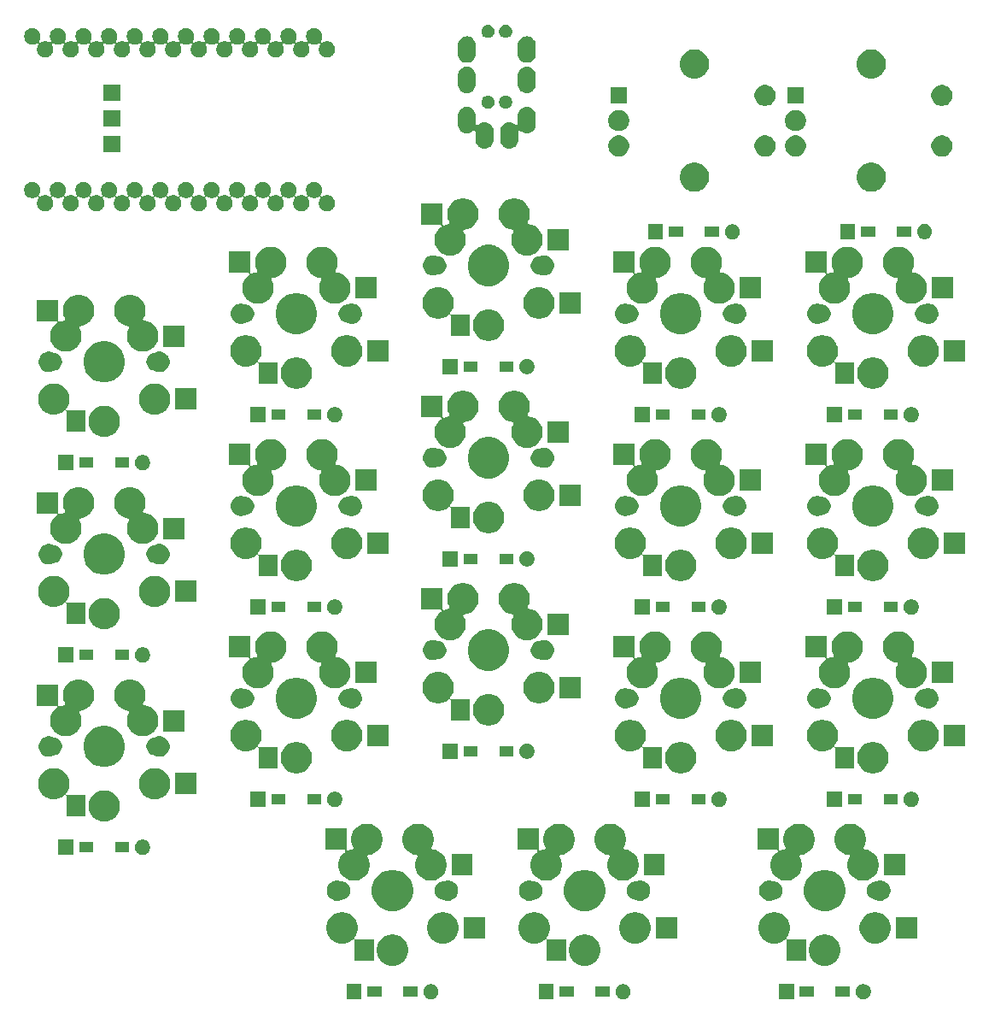
<source format=gts>
G04 #@! TF.GenerationSoftware,KiCad,Pcbnew,(5.1.6-0-10_14)*
G04 #@! TF.CreationDate,2023-01-09T17:34:33+09:00*
G04 #@! TF.ProjectId,cool536v130,636f6f6c-3533-4367-9631-33302e6b6963,rev?*
G04 #@! TF.SameCoordinates,Original*
G04 #@! TF.FileFunction,Soldermask,Top*
G04 #@! TF.FilePolarity,Negative*
%FSLAX46Y46*%
G04 Gerber Fmt 4.6, Leading zero omitted, Abs format (unit mm)*
G04 Created by KiCad (PCBNEW (5.1.6-0-10_14)) date 2023-01-09 17:34:33*
%MOMM*%
%LPD*%
G01*
G04 APERTURE LIST*
%ADD10C,0.100000*%
G04 APERTURE END LIST*
D10*
G36*
X124892425Y-129937099D02*
G01*
X125016621Y-129961802D01*
X125153022Y-130018301D01*
X125275779Y-130100325D01*
X125380175Y-130204721D01*
X125462199Y-130327478D01*
X125518698Y-130463879D01*
X125547500Y-130608681D01*
X125547500Y-130756319D01*
X125518698Y-130901121D01*
X125462199Y-131037522D01*
X125380175Y-131160279D01*
X125275779Y-131264675D01*
X125153022Y-131346699D01*
X125016621Y-131403198D01*
X124892425Y-131427901D01*
X124871820Y-131432000D01*
X124724180Y-131432000D01*
X124703575Y-131427901D01*
X124579379Y-131403198D01*
X124442978Y-131346699D01*
X124320221Y-131264675D01*
X124215825Y-131160279D01*
X124133801Y-131037522D01*
X124077302Y-130901121D01*
X124048500Y-130756319D01*
X124048500Y-130608681D01*
X124077302Y-130463879D01*
X124133801Y-130327478D01*
X124215825Y-130204721D01*
X124320221Y-130100325D01*
X124442978Y-130018301D01*
X124579379Y-129961802D01*
X124703575Y-129937099D01*
X124724180Y-129933000D01*
X124871820Y-129933000D01*
X124892425Y-129937099D01*
G37*
G36*
X117927500Y-131432000D02*
G01*
X116428500Y-131432000D01*
X116428500Y-129933000D01*
X117927500Y-129933000D01*
X117927500Y-131432000D01*
G37*
G36*
X101079425Y-129937099D02*
G01*
X101203621Y-129961802D01*
X101340022Y-130018301D01*
X101462779Y-130100325D01*
X101567175Y-130204721D01*
X101649199Y-130327478D01*
X101705698Y-130463879D01*
X101734500Y-130608681D01*
X101734500Y-130756319D01*
X101705698Y-130901121D01*
X101649199Y-131037522D01*
X101567175Y-131160279D01*
X101462779Y-131264675D01*
X101340022Y-131346699D01*
X101203621Y-131403198D01*
X101079425Y-131427901D01*
X101058820Y-131432000D01*
X100911180Y-131432000D01*
X100890575Y-131427901D01*
X100766379Y-131403198D01*
X100629978Y-131346699D01*
X100507221Y-131264675D01*
X100402825Y-131160279D01*
X100320801Y-131037522D01*
X100264302Y-130901121D01*
X100235500Y-130756319D01*
X100235500Y-130608681D01*
X100264302Y-130463879D01*
X100320801Y-130327478D01*
X100402825Y-130204721D01*
X100507221Y-130100325D01*
X100629978Y-130018301D01*
X100766379Y-129961802D01*
X100890575Y-129937099D01*
X100911180Y-129933000D01*
X101058820Y-129933000D01*
X101079425Y-129937099D01*
G37*
G36*
X94114500Y-131432000D02*
G01*
X92615500Y-131432000D01*
X92615500Y-129933000D01*
X94114500Y-129933000D01*
X94114500Y-131432000D01*
G37*
G36*
X82029425Y-129937099D02*
G01*
X82153621Y-129961802D01*
X82290022Y-130018301D01*
X82412779Y-130100325D01*
X82517175Y-130204721D01*
X82599199Y-130327478D01*
X82655698Y-130463879D01*
X82684500Y-130608681D01*
X82684500Y-130756319D01*
X82655698Y-130901121D01*
X82599199Y-131037522D01*
X82517175Y-131160279D01*
X82412779Y-131264675D01*
X82290022Y-131346699D01*
X82153621Y-131403198D01*
X82029425Y-131427901D01*
X82008820Y-131432000D01*
X81861180Y-131432000D01*
X81840575Y-131427901D01*
X81716379Y-131403198D01*
X81579978Y-131346699D01*
X81457221Y-131264675D01*
X81352825Y-131160279D01*
X81270801Y-131037522D01*
X81214302Y-130901121D01*
X81185500Y-130756319D01*
X81185500Y-130608681D01*
X81214302Y-130463879D01*
X81270801Y-130327478D01*
X81352825Y-130204721D01*
X81457221Y-130100325D01*
X81579978Y-130018301D01*
X81716379Y-129961802D01*
X81840575Y-129937099D01*
X81861180Y-129933000D01*
X82008820Y-129933000D01*
X82029425Y-129937099D01*
G37*
G36*
X75064500Y-131432000D02*
G01*
X73565500Y-131432000D01*
X73565500Y-129933000D01*
X75064500Y-129933000D01*
X75064500Y-131432000D01*
G37*
G36*
X123464000Y-131208500D02*
G01*
X122062000Y-131208500D01*
X122062000Y-130156500D01*
X123464000Y-130156500D01*
X123464000Y-131208500D01*
G37*
G36*
X119914000Y-131208500D02*
G01*
X118512000Y-131208500D01*
X118512000Y-130156500D01*
X119914000Y-130156500D01*
X119914000Y-131208500D01*
G37*
G36*
X99651000Y-131208500D02*
G01*
X98249000Y-131208500D01*
X98249000Y-130156500D01*
X99651000Y-130156500D01*
X99651000Y-131208500D01*
G37*
G36*
X96101000Y-131208500D02*
G01*
X94699000Y-131208500D01*
X94699000Y-130156500D01*
X96101000Y-130156500D01*
X96101000Y-131208500D01*
G37*
G36*
X80601000Y-131208500D02*
G01*
X79199000Y-131208500D01*
X79199000Y-130156500D01*
X80601000Y-130156500D01*
X80601000Y-131208500D01*
G37*
G36*
X77051000Y-131208500D02*
G01*
X75649000Y-131208500D01*
X75649000Y-130156500D01*
X77051000Y-130156500D01*
X77051000Y-131208500D01*
G37*
G36*
X121290585Y-125061302D02*
G01*
X121440410Y-125091104D01*
X121722674Y-125208021D01*
X121976705Y-125377759D01*
X122192741Y-125593795D01*
X122362479Y-125847826D01*
X122479396Y-126130090D01*
X122539000Y-126429740D01*
X122539000Y-126735260D01*
X122479396Y-127034910D01*
X122362479Y-127317174D01*
X122192741Y-127571205D01*
X121976705Y-127787241D01*
X121722674Y-127956979D01*
X121440410Y-128073896D01*
X121290585Y-128103698D01*
X121140761Y-128133500D01*
X120835239Y-128133500D01*
X120685415Y-128103698D01*
X120535590Y-128073896D01*
X120253326Y-127956979D01*
X119999295Y-127787241D01*
X119783259Y-127571205D01*
X119613521Y-127317174D01*
X119496604Y-127034910D01*
X119437000Y-126735260D01*
X119437000Y-126429740D01*
X119496604Y-126130090D01*
X119613521Y-125847826D01*
X119783259Y-125593795D01*
X119999295Y-125377759D01*
X120253326Y-125208021D01*
X120535590Y-125091104D01*
X120685415Y-125061302D01*
X120835239Y-125031500D01*
X121140761Y-125031500D01*
X121290585Y-125061302D01*
G37*
G36*
X97477585Y-125061302D02*
G01*
X97627410Y-125091104D01*
X97909674Y-125208021D01*
X98163705Y-125377759D01*
X98379741Y-125593795D01*
X98549479Y-125847826D01*
X98666396Y-126130090D01*
X98726000Y-126429740D01*
X98726000Y-126735260D01*
X98666396Y-127034910D01*
X98549479Y-127317174D01*
X98379741Y-127571205D01*
X98163705Y-127787241D01*
X97909674Y-127956979D01*
X97627410Y-128073896D01*
X97477585Y-128103698D01*
X97327761Y-128133500D01*
X97022239Y-128133500D01*
X96872415Y-128103698D01*
X96722590Y-128073896D01*
X96440326Y-127956979D01*
X96186295Y-127787241D01*
X95970259Y-127571205D01*
X95800521Y-127317174D01*
X95683604Y-127034910D01*
X95624000Y-126735260D01*
X95624000Y-126429740D01*
X95683604Y-126130090D01*
X95800521Y-125847826D01*
X95970259Y-125593795D01*
X96186295Y-125377759D01*
X96440326Y-125208021D01*
X96722590Y-125091104D01*
X96872415Y-125061302D01*
X97022239Y-125031500D01*
X97327761Y-125031500D01*
X97477585Y-125061302D01*
G37*
G36*
X78427585Y-125061302D02*
G01*
X78577410Y-125091104D01*
X78859674Y-125208021D01*
X79113705Y-125377759D01*
X79329741Y-125593795D01*
X79499479Y-125847826D01*
X79616396Y-126130090D01*
X79676000Y-126429740D01*
X79676000Y-126735260D01*
X79616396Y-127034910D01*
X79499479Y-127317174D01*
X79329741Y-127571205D01*
X79113705Y-127787241D01*
X78859674Y-127956979D01*
X78577410Y-128073896D01*
X78427585Y-128103698D01*
X78277761Y-128133500D01*
X77972239Y-128133500D01*
X77822415Y-128103698D01*
X77672590Y-128073896D01*
X77390326Y-127956979D01*
X77136295Y-127787241D01*
X76920259Y-127571205D01*
X76750521Y-127317174D01*
X76633604Y-127034910D01*
X76574000Y-126735260D01*
X76574000Y-126429740D01*
X76633604Y-126130090D01*
X76750521Y-125847826D01*
X76920259Y-125593795D01*
X77136295Y-125377759D01*
X77390326Y-125208021D01*
X77672590Y-125091104D01*
X77822415Y-125061302D01*
X77972239Y-125031500D01*
X78277761Y-125031500D01*
X78427585Y-125061302D01*
G37*
G36*
X116290585Y-122861302D02*
G01*
X116440410Y-122891104D01*
X116722674Y-123008021D01*
X116976705Y-123177759D01*
X117192741Y-123393795D01*
X117362479Y-123647826D01*
X117479396Y-123930090D01*
X117539000Y-124229740D01*
X117539000Y-124535260D01*
X117479396Y-124834910D01*
X117362479Y-125117174D01*
X117215553Y-125337065D01*
X117204007Y-125358666D01*
X117196894Y-125382115D01*
X117194492Y-125406501D01*
X117196894Y-125430887D01*
X117204007Y-125454336D01*
X117215558Y-125475947D01*
X117231103Y-125494889D01*
X117250045Y-125510434D01*
X117271656Y-125521985D01*
X117295105Y-125529098D01*
X117319491Y-125531500D01*
X119139000Y-125531500D01*
X119139000Y-127633500D01*
X117237000Y-127633500D01*
X117237000Y-125628719D01*
X117234598Y-125604333D01*
X117227485Y-125580884D01*
X117215934Y-125559273D01*
X117200389Y-125540331D01*
X117181447Y-125524786D01*
X117159836Y-125513235D01*
X117136387Y-125506122D01*
X117112001Y-125503720D01*
X117087615Y-125506122D01*
X117064166Y-125513235D01*
X117042555Y-125524786D01*
X117023624Y-125540322D01*
X116976705Y-125587241D01*
X116722674Y-125756979D01*
X116440410Y-125873896D01*
X116290585Y-125903698D01*
X116140761Y-125933500D01*
X115835239Y-125933500D01*
X115685415Y-125903698D01*
X115535590Y-125873896D01*
X115253326Y-125756979D01*
X114999295Y-125587241D01*
X114783259Y-125371205D01*
X114613521Y-125117174D01*
X114496604Y-124834910D01*
X114437000Y-124535260D01*
X114437000Y-124229740D01*
X114496604Y-123930090D01*
X114613521Y-123647826D01*
X114783259Y-123393795D01*
X114999295Y-123177759D01*
X115253326Y-123008021D01*
X115535590Y-122891104D01*
X115685415Y-122861302D01*
X115835239Y-122831500D01*
X116140761Y-122831500D01*
X116290585Y-122861302D01*
G37*
G36*
X92477585Y-122861302D02*
G01*
X92627410Y-122891104D01*
X92909674Y-123008021D01*
X93163705Y-123177759D01*
X93379741Y-123393795D01*
X93549479Y-123647826D01*
X93666396Y-123930090D01*
X93726000Y-124229740D01*
X93726000Y-124535260D01*
X93666396Y-124834910D01*
X93549479Y-125117174D01*
X93402553Y-125337065D01*
X93391007Y-125358666D01*
X93383894Y-125382115D01*
X93381492Y-125406501D01*
X93383894Y-125430887D01*
X93391007Y-125454336D01*
X93402558Y-125475947D01*
X93418103Y-125494889D01*
X93437045Y-125510434D01*
X93458656Y-125521985D01*
X93482105Y-125529098D01*
X93506491Y-125531500D01*
X95326000Y-125531500D01*
X95326000Y-127633500D01*
X93424000Y-127633500D01*
X93424000Y-125628719D01*
X93421598Y-125604333D01*
X93414485Y-125580884D01*
X93402934Y-125559273D01*
X93387389Y-125540331D01*
X93368447Y-125524786D01*
X93346836Y-125513235D01*
X93323387Y-125506122D01*
X93299001Y-125503720D01*
X93274615Y-125506122D01*
X93251166Y-125513235D01*
X93229555Y-125524786D01*
X93210624Y-125540322D01*
X93163705Y-125587241D01*
X92909674Y-125756979D01*
X92627410Y-125873896D01*
X92477585Y-125903698D01*
X92327761Y-125933500D01*
X92022239Y-125933500D01*
X91872415Y-125903698D01*
X91722590Y-125873896D01*
X91440326Y-125756979D01*
X91186295Y-125587241D01*
X90970259Y-125371205D01*
X90800521Y-125117174D01*
X90683604Y-124834910D01*
X90624000Y-124535260D01*
X90624000Y-124229740D01*
X90683604Y-123930090D01*
X90800521Y-123647826D01*
X90970259Y-123393795D01*
X91186295Y-123177759D01*
X91440326Y-123008021D01*
X91722590Y-122891104D01*
X91872415Y-122861302D01*
X92022239Y-122831500D01*
X92327761Y-122831500D01*
X92477585Y-122861302D01*
G37*
G36*
X73427585Y-122861302D02*
G01*
X73577410Y-122891104D01*
X73859674Y-123008021D01*
X74113705Y-123177759D01*
X74329741Y-123393795D01*
X74499479Y-123647826D01*
X74616396Y-123930090D01*
X74676000Y-124229740D01*
X74676000Y-124535260D01*
X74616396Y-124834910D01*
X74499479Y-125117174D01*
X74352553Y-125337065D01*
X74341007Y-125358666D01*
X74333894Y-125382115D01*
X74331492Y-125406501D01*
X74333894Y-125430887D01*
X74341007Y-125454336D01*
X74352558Y-125475947D01*
X74368103Y-125494889D01*
X74387045Y-125510434D01*
X74408656Y-125521985D01*
X74432105Y-125529098D01*
X74456491Y-125531500D01*
X76276000Y-125531500D01*
X76276000Y-127633500D01*
X74374000Y-127633500D01*
X74374000Y-125628719D01*
X74371598Y-125604333D01*
X74364485Y-125580884D01*
X74352934Y-125559273D01*
X74337389Y-125540331D01*
X74318447Y-125524786D01*
X74296836Y-125513235D01*
X74273387Y-125506122D01*
X74249001Y-125503720D01*
X74224615Y-125506122D01*
X74201166Y-125513235D01*
X74179555Y-125524786D01*
X74160624Y-125540322D01*
X74113705Y-125587241D01*
X73859674Y-125756979D01*
X73577410Y-125873896D01*
X73427585Y-125903698D01*
X73277761Y-125933500D01*
X72972239Y-125933500D01*
X72822415Y-125903698D01*
X72672590Y-125873896D01*
X72390326Y-125756979D01*
X72136295Y-125587241D01*
X71920259Y-125371205D01*
X71750521Y-125117174D01*
X71633604Y-124834910D01*
X71574000Y-124535260D01*
X71574000Y-124229740D01*
X71633604Y-123930090D01*
X71750521Y-123647826D01*
X71920259Y-123393795D01*
X72136295Y-123177759D01*
X72390326Y-123008021D01*
X72672590Y-122891104D01*
X72822415Y-122861302D01*
X72972239Y-122831500D01*
X73277761Y-122831500D01*
X73427585Y-122861302D01*
G37*
G36*
X126290585Y-122861302D02*
G01*
X126440410Y-122891104D01*
X126722674Y-123008021D01*
X126976705Y-123177759D01*
X127192741Y-123393795D01*
X127362479Y-123647826D01*
X127479396Y-123930090D01*
X127539000Y-124229740D01*
X127539000Y-124535260D01*
X127479396Y-124834910D01*
X127362479Y-125117174D01*
X127192741Y-125371205D01*
X126976705Y-125587241D01*
X126722674Y-125756979D01*
X126440410Y-125873896D01*
X126290585Y-125903698D01*
X126140761Y-125933500D01*
X125835239Y-125933500D01*
X125685415Y-125903698D01*
X125535590Y-125873896D01*
X125253326Y-125756979D01*
X124999295Y-125587241D01*
X124783259Y-125371205D01*
X124613521Y-125117174D01*
X124496604Y-124834910D01*
X124437000Y-124535260D01*
X124437000Y-124229740D01*
X124496604Y-123930090D01*
X124613521Y-123647826D01*
X124783259Y-123393795D01*
X124999295Y-123177759D01*
X125253326Y-123008021D01*
X125535590Y-122891104D01*
X125685415Y-122861302D01*
X125835239Y-122831500D01*
X126140761Y-122831500D01*
X126290585Y-122861302D01*
G37*
G36*
X83427585Y-122861302D02*
G01*
X83577410Y-122891104D01*
X83859674Y-123008021D01*
X84113705Y-123177759D01*
X84329741Y-123393795D01*
X84499479Y-123647826D01*
X84616396Y-123930090D01*
X84676000Y-124229740D01*
X84676000Y-124535260D01*
X84616396Y-124834910D01*
X84499479Y-125117174D01*
X84329741Y-125371205D01*
X84113705Y-125587241D01*
X83859674Y-125756979D01*
X83577410Y-125873896D01*
X83427585Y-125903698D01*
X83277761Y-125933500D01*
X82972239Y-125933500D01*
X82822415Y-125903698D01*
X82672590Y-125873896D01*
X82390326Y-125756979D01*
X82136295Y-125587241D01*
X81920259Y-125371205D01*
X81750521Y-125117174D01*
X81633604Y-124834910D01*
X81574000Y-124535260D01*
X81574000Y-124229740D01*
X81633604Y-123930090D01*
X81750521Y-123647826D01*
X81920259Y-123393795D01*
X82136295Y-123177759D01*
X82390326Y-123008021D01*
X82672590Y-122891104D01*
X82822415Y-122861302D01*
X82972239Y-122831500D01*
X83277761Y-122831500D01*
X83427585Y-122861302D01*
G37*
G36*
X102477585Y-122861302D02*
G01*
X102627410Y-122891104D01*
X102909674Y-123008021D01*
X103163705Y-123177759D01*
X103379741Y-123393795D01*
X103549479Y-123647826D01*
X103666396Y-123930090D01*
X103726000Y-124229740D01*
X103726000Y-124535260D01*
X103666396Y-124834910D01*
X103549479Y-125117174D01*
X103379741Y-125371205D01*
X103163705Y-125587241D01*
X102909674Y-125756979D01*
X102627410Y-125873896D01*
X102477585Y-125903698D01*
X102327761Y-125933500D01*
X102022239Y-125933500D01*
X101872415Y-125903698D01*
X101722590Y-125873896D01*
X101440326Y-125756979D01*
X101186295Y-125587241D01*
X100970259Y-125371205D01*
X100800521Y-125117174D01*
X100683604Y-124834910D01*
X100624000Y-124535260D01*
X100624000Y-124229740D01*
X100683604Y-123930090D01*
X100800521Y-123647826D01*
X100970259Y-123393795D01*
X101186295Y-123177759D01*
X101440326Y-123008021D01*
X101722590Y-122891104D01*
X101872415Y-122861302D01*
X102022239Y-122831500D01*
X102327761Y-122831500D01*
X102477585Y-122861302D01*
G37*
G36*
X87276000Y-125433500D02*
G01*
X85174000Y-125433500D01*
X85174000Y-123331500D01*
X87276000Y-123331500D01*
X87276000Y-125433500D01*
G37*
G36*
X130139000Y-125433500D02*
G01*
X128037000Y-125433500D01*
X128037000Y-123331500D01*
X130139000Y-123331500D01*
X130139000Y-125433500D01*
G37*
G36*
X106326000Y-125433500D02*
G01*
X104224000Y-125433500D01*
X104224000Y-123331500D01*
X106326000Y-123331500D01*
X106326000Y-125433500D01*
G37*
G36*
X97773254Y-118710318D02*
G01*
X98146511Y-118864926D01*
X98146513Y-118864927D01*
X98482436Y-119089384D01*
X98768116Y-119375064D01*
X98980889Y-119693500D01*
X98992574Y-119710989D01*
X99147182Y-120084246D01*
X99226000Y-120480493D01*
X99226000Y-120884507D01*
X99147182Y-121280754D01*
X99017839Y-121593015D01*
X98992573Y-121654013D01*
X98768116Y-121989936D01*
X98482436Y-122275616D01*
X98146513Y-122500073D01*
X98146512Y-122500074D01*
X98146511Y-122500074D01*
X97773254Y-122654682D01*
X97377007Y-122733500D01*
X96972993Y-122733500D01*
X96576746Y-122654682D01*
X96203489Y-122500074D01*
X96203488Y-122500074D01*
X96203487Y-122500073D01*
X95867564Y-122275616D01*
X95581884Y-121989936D01*
X95357427Y-121654013D01*
X95332161Y-121593015D01*
X95202818Y-121280754D01*
X95124000Y-120884507D01*
X95124000Y-120480493D01*
X95202818Y-120084246D01*
X95357426Y-119710989D01*
X95369112Y-119693500D01*
X95581884Y-119375064D01*
X95867564Y-119089384D01*
X96203487Y-118864927D01*
X96203489Y-118864926D01*
X96576746Y-118710318D01*
X96972993Y-118631500D01*
X97377007Y-118631500D01*
X97773254Y-118710318D01*
G37*
G36*
X121586254Y-118710318D02*
G01*
X121959511Y-118864926D01*
X121959513Y-118864927D01*
X122295436Y-119089384D01*
X122581116Y-119375064D01*
X122793889Y-119693500D01*
X122805574Y-119710989D01*
X122960182Y-120084246D01*
X123039000Y-120480493D01*
X123039000Y-120884507D01*
X122960182Y-121280754D01*
X122830839Y-121593015D01*
X122805573Y-121654013D01*
X122581116Y-121989936D01*
X122295436Y-122275616D01*
X121959513Y-122500073D01*
X121959512Y-122500074D01*
X121959511Y-122500074D01*
X121586254Y-122654682D01*
X121190007Y-122733500D01*
X120785993Y-122733500D01*
X120389746Y-122654682D01*
X120016489Y-122500074D01*
X120016488Y-122500074D01*
X120016487Y-122500073D01*
X119680564Y-122275616D01*
X119394884Y-121989936D01*
X119170427Y-121654013D01*
X119145161Y-121593015D01*
X119015818Y-121280754D01*
X118937000Y-120884507D01*
X118937000Y-120480493D01*
X119015818Y-120084246D01*
X119170426Y-119710989D01*
X119182112Y-119693500D01*
X119394884Y-119375064D01*
X119680564Y-119089384D01*
X120016487Y-118864927D01*
X120016489Y-118864926D01*
X120389746Y-118710318D01*
X120785993Y-118631500D01*
X121190007Y-118631500D01*
X121586254Y-118710318D01*
G37*
G36*
X78723254Y-118710318D02*
G01*
X79096511Y-118864926D01*
X79096513Y-118864927D01*
X79432436Y-119089384D01*
X79718116Y-119375064D01*
X79930889Y-119693500D01*
X79942574Y-119710989D01*
X80097182Y-120084246D01*
X80176000Y-120480493D01*
X80176000Y-120884507D01*
X80097182Y-121280754D01*
X79967839Y-121593015D01*
X79942573Y-121654013D01*
X79718116Y-121989936D01*
X79432436Y-122275616D01*
X79096513Y-122500073D01*
X79096512Y-122500074D01*
X79096511Y-122500074D01*
X78723254Y-122654682D01*
X78327007Y-122733500D01*
X77922993Y-122733500D01*
X77526746Y-122654682D01*
X77153489Y-122500074D01*
X77153488Y-122500074D01*
X77153487Y-122500073D01*
X76817564Y-122275616D01*
X76531884Y-121989936D01*
X76307427Y-121654013D01*
X76282161Y-121593015D01*
X76152818Y-121280754D01*
X76074000Y-120884507D01*
X76074000Y-120480493D01*
X76152818Y-120084246D01*
X76307426Y-119710989D01*
X76319112Y-119693500D01*
X76531884Y-119375064D01*
X76817564Y-119089384D01*
X77153487Y-118864927D01*
X77153489Y-118864926D01*
X77526746Y-118710318D01*
X77922993Y-118631500D01*
X78327007Y-118631500D01*
X78723254Y-118710318D01*
G37*
G36*
X91833918Y-119693500D02*
G01*
X91966981Y-119719968D01*
X92087310Y-119769811D01*
X92092560Y-119771985D01*
X92116009Y-119779098D01*
X92140395Y-119781500D01*
X92183742Y-119781500D01*
X92208512Y-119786427D01*
X92357812Y-119816124D01*
X92521784Y-119884044D01*
X92669354Y-119982647D01*
X92794853Y-120108146D01*
X92893456Y-120255716D01*
X92961376Y-120419688D01*
X92996000Y-120593759D01*
X92996000Y-120771241D01*
X92961376Y-120945312D01*
X92893456Y-121109284D01*
X92794853Y-121256854D01*
X92669354Y-121382353D01*
X92521784Y-121480956D01*
X92357812Y-121548876D01*
X92208512Y-121578573D01*
X92183742Y-121583500D01*
X92140395Y-121583500D01*
X92116009Y-121585902D01*
X92092560Y-121593015D01*
X91966981Y-121645032D01*
X91870285Y-121664266D01*
X91773591Y-121683500D01*
X91576409Y-121683500D01*
X91479715Y-121664266D01*
X91383019Y-121645032D01*
X91200849Y-121569574D01*
X91036900Y-121460027D01*
X90897473Y-121320600D01*
X90787926Y-121156651D01*
X90712468Y-120974481D01*
X90674000Y-120781090D01*
X90674000Y-120583910D01*
X90712468Y-120390519D01*
X90787926Y-120208349D01*
X90897473Y-120044400D01*
X91036900Y-119904973D01*
X91200849Y-119795426D01*
X91383019Y-119719968D01*
X91516082Y-119693500D01*
X91576409Y-119681500D01*
X91773591Y-119681500D01*
X91833918Y-119693500D01*
G37*
G36*
X102833918Y-119693500D02*
G01*
X102966981Y-119719968D01*
X103149151Y-119795426D01*
X103313100Y-119904973D01*
X103452527Y-120044400D01*
X103562074Y-120208349D01*
X103637532Y-120390519D01*
X103676000Y-120583910D01*
X103676000Y-120781090D01*
X103637532Y-120974481D01*
X103562074Y-121156651D01*
X103452527Y-121320600D01*
X103313100Y-121460027D01*
X103149151Y-121569574D01*
X102966981Y-121645032D01*
X102870285Y-121664266D01*
X102773591Y-121683500D01*
X102576409Y-121683500D01*
X102479715Y-121664266D01*
X102383019Y-121645032D01*
X102257440Y-121593015D01*
X102233991Y-121585902D01*
X102209605Y-121583500D01*
X102166258Y-121583500D01*
X102141488Y-121578573D01*
X101992188Y-121548876D01*
X101828216Y-121480956D01*
X101680646Y-121382353D01*
X101555147Y-121256854D01*
X101456544Y-121109284D01*
X101388624Y-120945312D01*
X101354000Y-120771241D01*
X101354000Y-120593759D01*
X101388624Y-120419688D01*
X101456544Y-120255716D01*
X101555147Y-120108146D01*
X101680646Y-119982647D01*
X101828216Y-119884044D01*
X101992188Y-119816124D01*
X102141488Y-119786427D01*
X102166258Y-119781500D01*
X102209605Y-119781500D01*
X102233991Y-119779098D01*
X102257440Y-119771985D01*
X102262690Y-119769811D01*
X102383019Y-119719968D01*
X102516082Y-119693500D01*
X102576409Y-119681500D01*
X102773591Y-119681500D01*
X102833918Y-119693500D01*
G37*
G36*
X83783918Y-119693500D02*
G01*
X83916981Y-119719968D01*
X84099151Y-119795426D01*
X84263100Y-119904973D01*
X84402527Y-120044400D01*
X84512074Y-120208349D01*
X84587532Y-120390519D01*
X84626000Y-120583910D01*
X84626000Y-120781090D01*
X84587532Y-120974481D01*
X84512074Y-121156651D01*
X84402527Y-121320600D01*
X84263100Y-121460027D01*
X84099151Y-121569574D01*
X83916981Y-121645032D01*
X83820285Y-121664266D01*
X83723591Y-121683500D01*
X83526409Y-121683500D01*
X83429715Y-121664266D01*
X83333019Y-121645032D01*
X83207440Y-121593015D01*
X83183991Y-121585902D01*
X83159605Y-121583500D01*
X83116258Y-121583500D01*
X83091488Y-121578573D01*
X82942188Y-121548876D01*
X82778216Y-121480956D01*
X82630646Y-121382353D01*
X82505147Y-121256854D01*
X82406544Y-121109284D01*
X82338624Y-120945312D01*
X82304000Y-120771241D01*
X82304000Y-120593759D01*
X82338624Y-120419688D01*
X82406544Y-120255716D01*
X82505147Y-120108146D01*
X82630646Y-119982647D01*
X82778216Y-119884044D01*
X82942188Y-119816124D01*
X83091488Y-119786427D01*
X83116258Y-119781500D01*
X83159605Y-119781500D01*
X83183991Y-119779098D01*
X83207440Y-119771985D01*
X83212690Y-119769811D01*
X83333019Y-119719968D01*
X83466082Y-119693500D01*
X83526409Y-119681500D01*
X83723591Y-119681500D01*
X83783918Y-119693500D01*
G37*
G36*
X115646918Y-119693500D02*
G01*
X115779981Y-119719968D01*
X115900310Y-119769811D01*
X115905560Y-119771985D01*
X115929009Y-119779098D01*
X115953395Y-119781500D01*
X115996742Y-119781500D01*
X116021512Y-119786427D01*
X116170812Y-119816124D01*
X116334784Y-119884044D01*
X116482354Y-119982647D01*
X116607853Y-120108146D01*
X116706456Y-120255716D01*
X116774376Y-120419688D01*
X116809000Y-120593759D01*
X116809000Y-120771241D01*
X116774376Y-120945312D01*
X116706456Y-121109284D01*
X116607853Y-121256854D01*
X116482354Y-121382353D01*
X116334784Y-121480956D01*
X116170812Y-121548876D01*
X116021512Y-121578573D01*
X115996742Y-121583500D01*
X115953395Y-121583500D01*
X115929009Y-121585902D01*
X115905560Y-121593015D01*
X115779981Y-121645032D01*
X115683285Y-121664266D01*
X115586591Y-121683500D01*
X115389409Y-121683500D01*
X115292715Y-121664266D01*
X115196019Y-121645032D01*
X115013849Y-121569574D01*
X114849900Y-121460027D01*
X114710473Y-121320600D01*
X114600926Y-121156651D01*
X114525468Y-120974481D01*
X114487000Y-120781090D01*
X114487000Y-120583910D01*
X114525468Y-120390519D01*
X114600926Y-120208349D01*
X114710473Y-120044400D01*
X114849900Y-119904973D01*
X115013849Y-119795426D01*
X115196019Y-119719968D01*
X115329082Y-119693500D01*
X115389409Y-119681500D01*
X115586591Y-119681500D01*
X115646918Y-119693500D01*
G37*
G36*
X126646918Y-119693500D02*
G01*
X126779981Y-119719968D01*
X126962151Y-119795426D01*
X127126100Y-119904973D01*
X127265527Y-120044400D01*
X127375074Y-120208349D01*
X127450532Y-120390519D01*
X127489000Y-120583910D01*
X127489000Y-120781090D01*
X127450532Y-120974481D01*
X127375074Y-121156651D01*
X127265527Y-121320600D01*
X127126100Y-121460027D01*
X126962151Y-121569574D01*
X126779981Y-121645032D01*
X126683285Y-121664266D01*
X126586591Y-121683500D01*
X126389409Y-121683500D01*
X126292715Y-121664266D01*
X126196019Y-121645032D01*
X126070440Y-121593015D01*
X126046991Y-121585902D01*
X126022605Y-121583500D01*
X125979258Y-121583500D01*
X125954488Y-121578573D01*
X125805188Y-121548876D01*
X125641216Y-121480956D01*
X125493646Y-121382353D01*
X125368147Y-121256854D01*
X125269544Y-121109284D01*
X125201624Y-120945312D01*
X125167000Y-120771241D01*
X125167000Y-120593759D01*
X125201624Y-120419688D01*
X125269544Y-120255716D01*
X125368147Y-120108146D01*
X125493646Y-119982647D01*
X125641216Y-119884044D01*
X125805188Y-119816124D01*
X125954488Y-119786427D01*
X125979258Y-119781500D01*
X126022605Y-119781500D01*
X126046991Y-119779098D01*
X126070440Y-119771985D01*
X126075690Y-119769811D01*
X126196019Y-119719968D01*
X126329082Y-119693500D01*
X126389409Y-119681500D01*
X126586591Y-119681500D01*
X126646918Y-119693500D01*
G37*
G36*
X72783918Y-119693500D02*
G01*
X72916981Y-119719968D01*
X73037310Y-119769811D01*
X73042560Y-119771985D01*
X73066009Y-119779098D01*
X73090395Y-119781500D01*
X73133742Y-119781500D01*
X73158512Y-119786427D01*
X73307812Y-119816124D01*
X73471784Y-119884044D01*
X73619354Y-119982647D01*
X73744853Y-120108146D01*
X73843456Y-120255716D01*
X73911376Y-120419688D01*
X73946000Y-120593759D01*
X73946000Y-120771241D01*
X73911376Y-120945312D01*
X73843456Y-121109284D01*
X73744853Y-121256854D01*
X73619354Y-121382353D01*
X73471784Y-121480956D01*
X73307812Y-121548876D01*
X73158512Y-121578573D01*
X73133742Y-121583500D01*
X73090395Y-121583500D01*
X73066009Y-121585902D01*
X73042560Y-121593015D01*
X72916981Y-121645032D01*
X72820285Y-121664266D01*
X72723591Y-121683500D01*
X72526409Y-121683500D01*
X72429715Y-121664266D01*
X72333019Y-121645032D01*
X72150849Y-121569574D01*
X71986900Y-121460027D01*
X71847473Y-121320600D01*
X71737926Y-121156651D01*
X71662468Y-120974481D01*
X71624000Y-120781090D01*
X71624000Y-120583910D01*
X71662468Y-120390519D01*
X71737926Y-120208349D01*
X71847473Y-120044400D01*
X71986900Y-119904973D01*
X72150849Y-119795426D01*
X72333019Y-119719968D01*
X72466082Y-119693500D01*
X72526409Y-119681500D01*
X72723591Y-119681500D01*
X72783918Y-119693500D01*
G37*
G36*
X123830585Y-114081302D02*
G01*
X123980410Y-114111104D01*
X124262674Y-114228021D01*
X124516705Y-114397759D01*
X124732741Y-114613795D01*
X124902479Y-114867826D01*
X125019396Y-115150090D01*
X125079000Y-115449740D01*
X125079000Y-115755260D01*
X125019396Y-116054910D01*
X124902479Y-116337174D01*
X124862070Y-116397651D01*
X124850525Y-116419249D01*
X124843412Y-116442698D01*
X124841010Y-116467084D01*
X124843412Y-116491471D01*
X124850525Y-116514920D01*
X124862076Y-116536530D01*
X124877621Y-116555472D01*
X124896563Y-116571018D01*
X124918173Y-116582569D01*
X124941623Y-116589682D01*
X125147199Y-116630574D01*
X125250410Y-116651104D01*
X125532674Y-116768021D01*
X125786705Y-116937759D01*
X126002741Y-117153795D01*
X126172479Y-117407826D01*
X126289396Y-117690090D01*
X126349000Y-117989740D01*
X126349000Y-118295260D01*
X126289396Y-118594910D01*
X126172479Y-118877174D01*
X126002741Y-119131205D01*
X125786705Y-119347241D01*
X125532674Y-119516979D01*
X125250410Y-119633896D01*
X125100585Y-119663698D01*
X124950761Y-119693500D01*
X124645239Y-119693500D01*
X124495415Y-119663698D01*
X124345590Y-119633896D01*
X124063326Y-119516979D01*
X123809295Y-119347241D01*
X123593259Y-119131205D01*
X123423521Y-118877174D01*
X123306604Y-118594910D01*
X123247000Y-118295260D01*
X123247000Y-117989740D01*
X123306604Y-117690090D01*
X123423521Y-117407826D01*
X123463930Y-117347349D01*
X123475475Y-117325751D01*
X123482588Y-117302302D01*
X123484990Y-117277916D01*
X123482588Y-117253529D01*
X123475475Y-117230080D01*
X123463924Y-117208470D01*
X123448379Y-117189528D01*
X123429437Y-117173982D01*
X123407827Y-117162431D01*
X123384377Y-117155318D01*
X123158662Y-117110420D01*
X123075590Y-117093896D01*
X122793326Y-116976979D01*
X122539295Y-116807241D01*
X122323259Y-116591205D01*
X122153521Y-116337174D01*
X122036604Y-116054910D01*
X121977000Y-115755260D01*
X121977000Y-115449740D01*
X122036604Y-115150090D01*
X122153521Y-114867826D01*
X122323259Y-114613795D01*
X122539295Y-114397759D01*
X122793326Y-114228021D01*
X123075590Y-114111104D01*
X123225415Y-114081302D01*
X123375239Y-114051500D01*
X123680761Y-114051500D01*
X123830585Y-114081302D01*
G37*
G36*
X118750585Y-114081302D02*
G01*
X118900410Y-114111104D01*
X119182674Y-114228021D01*
X119436705Y-114397759D01*
X119652741Y-114613795D01*
X119822479Y-114867826D01*
X119939396Y-115150090D01*
X119999000Y-115449740D01*
X119999000Y-115755260D01*
X119939396Y-116054910D01*
X119822479Y-116337174D01*
X119652741Y-116591205D01*
X119436705Y-116807241D01*
X119182674Y-116976979D01*
X118900410Y-117093896D01*
X118817338Y-117110420D01*
X118591623Y-117155318D01*
X118568174Y-117162431D01*
X118546563Y-117173982D01*
X118527621Y-117189528D01*
X118512076Y-117208469D01*
X118500525Y-117230080D01*
X118493412Y-117253529D01*
X118491010Y-117277915D01*
X118493412Y-117302301D01*
X118500525Y-117325750D01*
X118512070Y-117347349D01*
X118552479Y-117407826D01*
X118669396Y-117690090D01*
X118729000Y-117989740D01*
X118729000Y-118295260D01*
X118669396Y-118594910D01*
X118552479Y-118877174D01*
X118382741Y-119131205D01*
X118166705Y-119347241D01*
X117912674Y-119516979D01*
X117630410Y-119633896D01*
X117480585Y-119663698D01*
X117330761Y-119693500D01*
X117025239Y-119693500D01*
X116875415Y-119663698D01*
X116725590Y-119633896D01*
X116443326Y-119516979D01*
X116189295Y-119347241D01*
X115973259Y-119131205D01*
X115803521Y-118877174D01*
X115686604Y-118594910D01*
X115627000Y-118295260D01*
X115627000Y-117989740D01*
X115686604Y-117690090D01*
X115803521Y-117407826D01*
X115973259Y-117153795D01*
X116189295Y-116937759D01*
X116272110Y-116882424D01*
X116291042Y-116866887D01*
X116306587Y-116847945D01*
X116318138Y-116826334D01*
X116325251Y-116802885D01*
X116327653Y-116778499D01*
X116325251Y-116754113D01*
X116318138Y-116730664D01*
X116306587Y-116709053D01*
X116291042Y-116690111D01*
X116272100Y-116674566D01*
X116250489Y-116663015D01*
X116227040Y-116655902D01*
X116202654Y-116653500D01*
X114337000Y-116653500D01*
X114337000Y-114551500D01*
X116439000Y-114551500D01*
X116439000Y-116582739D01*
X116441402Y-116607125D01*
X116448515Y-116630574D01*
X116460066Y-116652185D01*
X116475611Y-116671127D01*
X116494553Y-116686672D01*
X116516164Y-116698223D01*
X116539613Y-116705336D01*
X116563999Y-116707738D01*
X116588385Y-116705336D01*
X116611834Y-116698223D01*
X116725590Y-116651104D01*
X117034377Y-116589682D01*
X117057826Y-116582569D01*
X117079437Y-116571018D01*
X117098379Y-116555472D01*
X117113924Y-116536531D01*
X117125475Y-116514920D01*
X117132588Y-116491471D01*
X117134990Y-116467085D01*
X117132588Y-116442699D01*
X117125475Y-116419250D01*
X117113930Y-116397651D01*
X117073521Y-116337174D01*
X116956604Y-116054910D01*
X116897000Y-115755260D01*
X116897000Y-115449740D01*
X116956604Y-115150090D01*
X117073521Y-114867826D01*
X117243259Y-114613795D01*
X117459295Y-114397759D01*
X117713326Y-114228021D01*
X117995590Y-114111104D01*
X118145415Y-114081302D01*
X118295239Y-114051500D01*
X118600761Y-114051500D01*
X118750585Y-114081302D01*
G37*
G36*
X94937585Y-114081302D02*
G01*
X95087410Y-114111104D01*
X95369674Y-114228021D01*
X95623705Y-114397759D01*
X95839741Y-114613795D01*
X96009479Y-114867826D01*
X96126396Y-115150090D01*
X96186000Y-115449740D01*
X96186000Y-115755260D01*
X96126396Y-116054910D01*
X96009479Y-116337174D01*
X95839741Y-116591205D01*
X95623705Y-116807241D01*
X95369674Y-116976979D01*
X95087410Y-117093896D01*
X95004338Y-117110420D01*
X94778623Y-117155318D01*
X94755174Y-117162431D01*
X94733563Y-117173982D01*
X94714621Y-117189528D01*
X94699076Y-117208469D01*
X94687525Y-117230080D01*
X94680412Y-117253529D01*
X94678010Y-117277915D01*
X94680412Y-117302301D01*
X94687525Y-117325750D01*
X94699070Y-117347349D01*
X94739479Y-117407826D01*
X94856396Y-117690090D01*
X94916000Y-117989740D01*
X94916000Y-118295260D01*
X94856396Y-118594910D01*
X94739479Y-118877174D01*
X94569741Y-119131205D01*
X94353705Y-119347241D01*
X94099674Y-119516979D01*
X93817410Y-119633896D01*
X93667585Y-119663698D01*
X93517761Y-119693500D01*
X93212239Y-119693500D01*
X93062415Y-119663698D01*
X92912590Y-119633896D01*
X92630326Y-119516979D01*
X92376295Y-119347241D01*
X92160259Y-119131205D01*
X91990521Y-118877174D01*
X91873604Y-118594910D01*
X91814000Y-118295260D01*
X91814000Y-117989740D01*
X91873604Y-117690090D01*
X91990521Y-117407826D01*
X92160259Y-117153795D01*
X92376295Y-116937759D01*
X92459110Y-116882424D01*
X92478042Y-116866887D01*
X92493587Y-116847945D01*
X92505138Y-116826334D01*
X92512251Y-116802885D01*
X92514653Y-116778499D01*
X92512251Y-116754113D01*
X92505138Y-116730664D01*
X92493587Y-116709053D01*
X92478042Y-116690111D01*
X92459100Y-116674566D01*
X92437489Y-116663015D01*
X92414040Y-116655902D01*
X92389654Y-116653500D01*
X90524000Y-116653500D01*
X90524000Y-114551500D01*
X92626000Y-114551500D01*
X92626000Y-116582739D01*
X92628402Y-116607125D01*
X92635515Y-116630574D01*
X92647066Y-116652185D01*
X92662611Y-116671127D01*
X92681553Y-116686672D01*
X92703164Y-116698223D01*
X92726613Y-116705336D01*
X92750999Y-116707738D01*
X92775385Y-116705336D01*
X92798834Y-116698223D01*
X92912590Y-116651104D01*
X93221377Y-116589682D01*
X93244826Y-116582569D01*
X93266437Y-116571018D01*
X93285379Y-116555472D01*
X93300924Y-116536531D01*
X93312475Y-116514920D01*
X93319588Y-116491471D01*
X93321990Y-116467085D01*
X93319588Y-116442699D01*
X93312475Y-116419250D01*
X93300930Y-116397651D01*
X93260521Y-116337174D01*
X93143604Y-116054910D01*
X93084000Y-115755260D01*
X93084000Y-115449740D01*
X93143604Y-115150090D01*
X93260521Y-114867826D01*
X93430259Y-114613795D01*
X93646295Y-114397759D01*
X93900326Y-114228021D01*
X94182590Y-114111104D01*
X94332415Y-114081302D01*
X94482239Y-114051500D01*
X94787761Y-114051500D01*
X94937585Y-114081302D01*
G37*
G36*
X80967585Y-114081302D02*
G01*
X81117410Y-114111104D01*
X81399674Y-114228021D01*
X81653705Y-114397759D01*
X81869741Y-114613795D01*
X82039479Y-114867826D01*
X82156396Y-115150090D01*
X82216000Y-115449740D01*
X82216000Y-115755260D01*
X82156396Y-116054910D01*
X82039479Y-116337174D01*
X81999070Y-116397651D01*
X81987525Y-116419249D01*
X81980412Y-116442698D01*
X81978010Y-116467084D01*
X81980412Y-116491471D01*
X81987525Y-116514920D01*
X81999076Y-116536530D01*
X82014621Y-116555472D01*
X82033563Y-116571018D01*
X82055173Y-116582569D01*
X82078623Y-116589682D01*
X82284199Y-116630574D01*
X82387410Y-116651104D01*
X82669674Y-116768021D01*
X82923705Y-116937759D01*
X83139741Y-117153795D01*
X83309479Y-117407826D01*
X83426396Y-117690090D01*
X83486000Y-117989740D01*
X83486000Y-118295260D01*
X83426396Y-118594910D01*
X83309479Y-118877174D01*
X83139741Y-119131205D01*
X82923705Y-119347241D01*
X82669674Y-119516979D01*
X82387410Y-119633896D01*
X82237585Y-119663698D01*
X82087761Y-119693500D01*
X81782239Y-119693500D01*
X81632415Y-119663698D01*
X81482590Y-119633896D01*
X81200326Y-119516979D01*
X80946295Y-119347241D01*
X80730259Y-119131205D01*
X80560521Y-118877174D01*
X80443604Y-118594910D01*
X80384000Y-118295260D01*
X80384000Y-117989740D01*
X80443604Y-117690090D01*
X80560521Y-117407826D01*
X80600930Y-117347349D01*
X80612475Y-117325751D01*
X80619588Y-117302302D01*
X80621990Y-117277916D01*
X80619588Y-117253529D01*
X80612475Y-117230080D01*
X80600924Y-117208470D01*
X80585379Y-117189528D01*
X80566437Y-117173982D01*
X80544827Y-117162431D01*
X80521377Y-117155318D01*
X80295662Y-117110420D01*
X80212590Y-117093896D01*
X79930326Y-116976979D01*
X79676295Y-116807241D01*
X79460259Y-116591205D01*
X79290521Y-116337174D01*
X79173604Y-116054910D01*
X79114000Y-115755260D01*
X79114000Y-115449740D01*
X79173604Y-115150090D01*
X79290521Y-114867826D01*
X79460259Y-114613795D01*
X79676295Y-114397759D01*
X79930326Y-114228021D01*
X80212590Y-114111104D01*
X80362415Y-114081302D01*
X80512239Y-114051500D01*
X80817761Y-114051500D01*
X80967585Y-114081302D01*
G37*
G36*
X75887585Y-114081302D02*
G01*
X76037410Y-114111104D01*
X76319674Y-114228021D01*
X76573705Y-114397759D01*
X76789741Y-114613795D01*
X76959479Y-114867826D01*
X77076396Y-115150090D01*
X77136000Y-115449740D01*
X77136000Y-115755260D01*
X77076396Y-116054910D01*
X76959479Y-116337174D01*
X76789741Y-116591205D01*
X76573705Y-116807241D01*
X76319674Y-116976979D01*
X76037410Y-117093896D01*
X75954338Y-117110420D01*
X75728623Y-117155318D01*
X75705174Y-117162431D01*
X75683563Y-117173982D01*
X75664621Y-117189528D01*
X75649076Y-117208469D01*
X75637525Y-117230080D01*
X75630412Y-117253529D01*
X75628010Y-117277915D01*
X75630412Y-117302301D01*
X75637525Y-117325750D01*
X75649070Y-117347349D01*
X75689479Y-117407826D01*
X75806396Y-117690090D01*
X75866000Y-117989740D01*
X75866000Y-118295260D01*
X75806396Y-118594910D01*
X75689479Y-118877174D01*
X75519741Y-119131205D01*
X75303705Y-119347241D01*
X75049674Y-119516979D01*
X74767410Y-119633896D01*
X74617585Y-119663698D01*
X74467761Y-119693500D01*
X74162239Y-119693500D01*
X74012415Y-119663698D01*
X73862590Y-119633896D01*
X73580326Y-119516979D01*
X73326295Y-119347241D01*
X73110259Y-119131205D01*
X72940521Y-118877174D01*
X72823604Y-118594910D01*
X72764000Y-118295260D01*
X72764000Y-117989740D01*
X72823604Y-117690090D01*
X72940521Y-117407826D01*
X73110259Y-117153795D01*
X73326295Y-116937759D01*
X73409110Y-116882424D01*
X73428042Y-116866887D01*
X73443587Y-116847945D01*
X73455138Y-116826334D01*
X73462251Y-116802885D01*
X73464653Y-116778499D01*
X73462251Y-116754113D01*
X73455138Y-116730664D01*
X73443587Y-116709053D01*
X73428042Y-116690111D01*
X73409100Y-116674566D01*
X73387489Y-116663015D01*
X73364040Y-116655902D01*
X73339654Y-116653500D01*
X71474000Y-116653500D01*
X71474000Y-114551500D01*
X73576000Y-114551500D01*
X73576000Y-116582739D01*
X73578402Y-116607125D01*
X73585515Y-116630574D01*
X73597066Y-116652185D01*
X73612611Y-116671127D01*
X73631553Y-116686672D01*
X73653164Y-116698223D01*
X73676613Y-116705336D01*
X73700999Y-116707738D01*
X73725385Y-116705336D01*
X73748834Y-116698223D01*
X73862590Y-116651104D01*
X74171377Y-116589682D01*
X74194826Y-116582569D01*
X74216437Y-116571018D01*
X74235379Y-116555472D01*
X74250924Y-116536531D01*
X74262475Y-116514920D01*
X74269588Y-116491471D01*
X74271990Y-116467085D01*
X74269588Y-116442699D01*
X74262475Y-116419250D01*
X74250930Y-116397651D01*
X74210521Y-116337174D01*
X74093604Y-116054910D01*
X74034000Y-115755260D01*
X74034000Y-115449740D01*
X74093604Y-115150090D01*
X74210521Y-114867826D01*
X74380259Y-114613795D01*
X74596295Y-114397759D01*
X74850326Y-114228021D01*
X75132590Y-114111104D01*
X75282415Y-114081302D01*
X75432239Y-114051500D01*
X75737761Y-114051500D01*
X75887585Y-114081302D01*
G37*
G36*
X100017585Y-114081302D02*
G01*
X100167410Y-114111104D01*
X100449674Y-114228021D01*
X100703705Y-114397759D01*
X100919741Y-114613795D01*
X101089479Y-114867826D01*
X101206396Y-115150090D01*
X101266000Y-115449740D01*
X101266000Y-115755260D01*
X101206396Y-116054910D01*
X101089479Y-116337174D01*
X101049070Y-116397651D01*
X101037525Y-116419249D01*
X101030412Y-116442698D01*
X101028010Y-116467084D01*
X101030412Y-116491471D01*
X101037525Y-116514920D01*
X101049076Y-116536530D01*
X101064621Y-116555472D01*
X101083563Y-116571018D01*
X101105173Y-116582569D01*
X101128623Y-116589682D01*
X101334199Y-116630574D01*
X101437410Y-116651104D01*
X101719674Y-116768021D01*
X101973705Y-116937759D01*
X102189741Y-117153795D01*
X102359479Y-117407826D01*
X102476396Y-117690090D01*
X102536000Y-117989740D01*
X102536000Y-118295260D01*
X102476396Y-118594910D01*
X102359479Y-118877174D01*
X102189741Y-119131205D01*
X101973705Y-119347241D01*
X101719674Y-119516979D01*
X101437410Y-119633896D01*
X101287585Y-119663698D01*
X101137761Y-119693500D01*
X100832239Y-119693500D01*
X100682415Y-119663698D01*
X100532590Y-119633896D01*
X100250326Y-119516979D01*
X99996295Y-119347241D01*
X99780259Y-119131205D01*
X99610521Y-118877174D01*
X99493604Y-118594910D01*
X99434000Y-118295260D01*
X99434000Y-117989740D01*
X99493604Y-117690090D01*
X99610521Y-117407826D01*
X99650930Y-117347349D01*
X99662475Y-117325751D01*
X99669588Y-117302302D01*
X99671990Y-117277916D01*
X99669588Y-117253529D01*
X99662475Y-117230080D01*
X99650924Y-117208470D01*
X99635379Y-117189528D01*
X99616437Y-117173982D01*
X99594827Y-117162431D01*
X99571377Y-117155318D01*
X99345662Y-117110420D01*
X99262590Y-117093896D01*
X98980326Y-116976979D01*
X98726295Y-116807241D01*
X98510259Y-116591205D01*
X98340521Y-116337174D01*
X98223604Y-116054910D01*
X98164000Y-115755260D01*
X98164000Y-115449740D01*
X98223604Y-115150090D01*
X98340521Y-114867826D01*
X98510259Y-114613795D01*
X98726295Y-114397759D01*
X98980326Y-114228021D01*
X99262590Y-114111104D01*
X99412415Y-114081302D01*
X99562239Y-114051500D01*
X99867761Y-114051500D01*
X100017585Y-114081302D01*
G37*
G36*
X105126000Y-119193500D02*
G01*
X103024000Y-119193500D01*
X103024000Y-117091500D01*
X105126000Y-117091500D01*
X105126000Y-119193500D01*
G37*
G36*
X86076000Y-119193500D02*
G01*
X83974000Y-119193500D01*
X83974000Y-117091500D01*
X86076000Y-117091500D01*
X86076000Y-119193500D01*
G37*
G36*
X128939000Y-119193500D02*
G01*
X126837000Y-119193500D01*
X126837000Y-117091500D01*
X128939000Y-117091500D01*
X128939000Y-119193500D01*
G37*
G36*
X46489500Y-117144500D02*
G01*
X44990500Y-117144500D01*
X44990500Y-115645500D01*
X46489500Y-115645500D01*
X46489500Y-117144500D01*
G37*
G36*
X53454425Y-115649599D02*
G01*
X53578621Y-115674302D01*
X53715022Y-115730801D01*
X53837779Y-115812825D01*
X53942175Y-115917221D01*
X54024199Y-116039978D01*
X54080698Y-116176379D01*
X54109500Y-116321181D01*
X54109500Y-116468819D01*
X54080698Y-116613621D01*
X54024199Y-116750022D01*
X53942175Y-116872779D01*
X53837779Y-116977175D01*
X53715022Y-117059199D01*
X53578621Y-117115698D01*
X53454425Y-117140401D01*
X53433820Y-117144500D01*
X53286180Y-117144500D01*
X53265575Y-117140401D01*
X53141379Y-117115698D01*
X53004978Y-117059199D01*
X52882221Y-116977175D01*
X52777825Y-116872779D01*
X52695801Y-116750022D01*
X52639302Y-116613621D01*
X52610500Y-116468819D01*
X52610500Y-116321181D01*
X52639302Y-116176379D01*
X52695801Y-116039978D01*
X52777825Y-115917221D01*
X52882221Y-115812825D01*
X53004978Y-115730801D01*
X53141379Y-115674302D01*
X53265575Y-115649599D01*
X53286180Y-115645500D01*
X53433820Y-115645500D01*
X53454425Y-115649599D01*
G37*
G36*
X48476000Y-116921000D02*
G01*
X47074000Y-116921000D01*
X47074000Y-115869000D01*
X48476000Y-115869000D01*
X48476000Y-116921000D01*
G37*
G36*
X52026000Y-116921000D02*
G01*
X50624000Y-116921000D01*
X50624000Y-115869000D01*
X52026000Y-115869000D01*
X52026000Y-116921000D01*
G37*
G36*
X49852585Y-110773802D02*
G01*
X50002410Y-110803604D01*
X50284674Y-110920521D01*
X50538705Y-111090259D01*
X50754741Y-111306295D01*
X50924479Y-111560326D01*
X51041396Y-111842590D01*
X51101000Y-112142240D01*
X51101000Y-112447760D01*
X51041396Y-112747410D01*
X50924479Y-113029674D01*
X50754741Y-113283705D01*
X50538705Y-113499741D01*
X50284674Y-113669479D01*
X50002410Y-113786396D01*
X49852585Y-113816198D01*
X49702761Y-113846000D01*
X49397239Y-113846000D01*
X49247415Y-113816198D01*
X49097590Y-113786396D01*
X48815326Y-113669479D01*
X48561295Y-113499741D01*
X48345259Y-113283705D01*
X48175521Y-113029674D01*
X48058604Y-112747410D01*
X47999000Y-112447760D01*
X47999000Y-112142240D01*
X48058604Y-111842590D01*
X48175521Y-111560326D01*
X48345259Y-111306295D01*
X48561295Y-111090259D01*
X48815326Y-110920521D01*
X49097590Y-110803604D01*
X49247415Y-110773802D01*
X49397239Y-110744000D01*
X49702761Y-110744000D01*
X49852585Y-110773802D01*
G37*
G36*
X44852585Y-108573802D02*
G01*
X45002410Y-108603604D01*
X45284674Y-108720521D01*
X45538705Y-108890259D01*
X45754741Y-109106295D01*
X45924479Y-109360326D01*
X46041396Y-109642590D01*
X46101000Y-109942240D01*
X46101000Y-110247760D01*
X46041396Y-110547410D01*
X45924479Y-110829674D01*
X45777553Y-111049565D01*
X45766007Y-111071166D01*
X45758894Y-111094615D01*
X45756492Y-111119001D01*
X45758894Y-111143387D01*
X45766007Y-111166836D01*
X45777558Y-111188447D01*
X45793103Y-111207389D01*
X45812045Y-111222934D01*
X45833656Y-111234485D01*
X45857105Y-111241598D01*
X45881491Y-111244000D01*
X47701000Y-111244000D01*
X47701000Y-113346000D01*
X45799000Y-113346000D01*
X45799000Y-111341219D01*
X45796598Y-111316833D01*
X45789485Y-111293384D01*
X45777934Y-111271773D01*
X45762389Y-111252831D01*
X45743447Y-111237286D01*
X45721836Y-111225735D01*
X45698387Y-111218622D01*
X45674001Y-111216220D01*
X45649615Y-111218622D01*
X45626166Y-111225735D01*
X45604555Y-111237286D01*
X45585624Y-111252822D01*
X45538705Y-111299741D01*
X45284674Y-111469479D01*
X45002410Y-111586396D01*
X44852585Y-111616198D01*
X44702761Y-111646000D01*
X44397239Y-111646000D01*
X44247415Y-111616198D01*
X44097590Y-111586396D01*
X43815326Y-111469479D01*
X43561295Y-111299741D01*
X43345259Y-111083705D01*
X43175521Y-110829674D01*
X43058604Y-110547410D01*
X42999000Y-110247760D01*
X42999000Y-109942240D01*
X43058604Y-109642590D01*
X43175521Y-109360326D01*
X43345259Y-109106295D01*
X43561295Y-108890259D01*
X43815326Y-108720521D01*
X44097590Y-108603604D01*
X44247415Y-108573802D01*
X44397239Y-108544000D01*
X44702761Y-108544000D01*
X44852585Y-108573802D01*
G37*
G36*
X65539500Y-112382000D02*
G01*
X64040500Y-112382000D01*
X64040500Y-110883000D01*
X65539500Y-110883000D01*
X65539500Y-112382000D01*
G37*
G36*
X129654425Y-110887099D02*
G01*
X129778621Y-110911802D01*
X129915022Y-110968301D01*
X130037779Y-111050325D01*
X130142175Y-111154721D01*
X130224199Y-111277478D01*
X130280698Y-111413879D01*
X130309500Y-111558681D01*
X130309500Y-111706319D01*
X130280698Y-111851121D01*
X130224199Y-111987522D01*
X130142175Y-112110279D01*
X130037779Y-112214675D01*
X129915022Y-112296699D01*
X129778621Y-112353198D01*
X129654425Y-112377901D01*
X129633820Y-112382000D01*
X129486180Y-112382000D01*
X129465575Y-112377901D01*
X129341379Y-112353198D01*
X129204978Y-112296699D01*
X129082221Y-112214675D01*
X128977825Y-112110279D01*
X128895801Y-111987522D01*
X128839302Y-111851121D01*
X128810500Y-111706319D01*
X128810500Y-111558681D01*
X128839302Y-111413879D01*
X128895801Y-111277478D01*
X128977825Y-111154721D01*
X129082221Y-111050325D01*
X129204978Y-110968301D01*
X129341379Y-110911802D01*
X129465575Y-110887099D01*
X129486180Y-110883000D01*
X129633820Y-110883000D01*
X129654425Y-110887099D01*
G37*
G36*
X122689500Y-112382000D02*
G01*
X121190500Y-112382000D01*
X121190500Y-110883000D01*
X122689500Y-110883000D01*
X122689500Y-112382000D01*
G37*
G36*
X110604425Y-110887099D02*
G01*
X110728621Y-110911802D01*
X110865022Y-110968301D01*
X110987779Y-111050325D01*
X111092175Y-111154721D01*
X111174199Y-111277478D01*
X111230698Y-111413879D01*
X111259500Y-111558681D01*
X111259500Y-111706319D01*
X111230698Y-111851121D01*
X111174199Y-111987522D01*
X111092175Y-112110279D01*
X110987779Y-112214675D01*
X110865022Y-112296699D01*
X110728621Y-112353198D01*
X110604425Y-112377901D01*
X110583820Y-112382000D01*
X110436180Y-112382000D01*
X110415575Y-112377901D01*
X110291379Y-112353198D01*
X110154978Y-112296699D01*
X110032221Y-112214675D01*
X109927825Y-112110279D01*
X109845801Y-111987522D01*
X109789302Y-111851121D01*
X109760500Y-111706319D01*
X109760500Y-111558681D01*
X109789302Y-111413879D01*
X109845801Y-111277478D01*
X109927825Y-111154721D01*
X110032221Y-111050325D01*
X110154978Y-110968301D01*
X110291379Y-110911802D01*
X110415575Y-110887099D01*
X110436180Y-110883000D01*
X110583820Y-110883000D01*
X110604425Y-110887099D01*
G37*
G36*
X103639500Y-112382000D02*
G01*
X102140500Y-112382000D01*
X102140500Y-110883000D01*
X103639500Y-110883000D01*
X103639500Y-112382000D01*
G37*
G36*
X72504425Y-110887099D02*
G01*
X72628621Y-110911802D01*
X72765022Y-110968301D01*
X72887779Y-111050325D01*
X72992175Y-111154721D01*
X73074199Y-111277478D01*
X73130698Y-111413879D01*
X73159500Y-111558681D01*
X73159500Y-111706319D01*
X73130698Y-111851121D01*
X73074199Y-111987522D01*
X72992175Y-112110279D01*
X72887779Y-112214675D01*
X72765022Y-112296699D01*
X72628621Y-112353198D01*
X72504425Y-112377901D01*
X72483820Y-112382000D01*
X72336180Y-112382000D01*
X72315575Y-112377901D01*
X72191379Y-112353198D01*
X72054978Y-112296699D01*
X71932221Y-112214675D01*
X71827825Y-112110279D01*
X71745801Y-111987522D01*
X71689302Y-111851121D01*
X71660500Y-111706319D01*
X71660500Y-111558681D01*
X71689302Y-111413879D01*
X71745801Y-111277478D01*
X71827825Y-111154721D01*
X71932221Y-111050325D01*
X72054978Y-110968301D01*
X72191379Y-110911802D01*
X72315575Y-110887099D01*
X72336180Y-110883000D01*
X72483820Y-110883000D01*
X72504425Y-110887099D01*
G37*
G36*
X67526000Y-112158500D02*
G01*
X66124000Y-112158500D01*
X66124000Y-111106500D01*
X67526000Y-111106500D01*
X67526000Y-112158500D01*
G37*
G36*
X124676000Y-112158500D02*
G01*
X123274000Y-112158500D01*
X123274000Y-111106500D01*
X124676000Y-111106500D01*
X124676000Y-112158500D01*
G37*
G36*
X128226000Y-112158500D02*
G01*
X126824000Y-112158500D01*
X126824000Y-111106500D01*
X128226000Y-111106500D01*
X128226000Y-112158500D01*
G37*
G36*
X71076000Y-112158500D02*
G01*
X69674000Y-112158500D01*
X69674000Y-111106500D01*
X71076000Y-111106500D01*
X71076000Y-112158500D01*
G37*
G36*
X109176000Y-112158500D02*
G01*
X107774000Y-112158500D01*
X107774000Y-111106500D01*
X109176000Y-111106500D01*
X109176000Y-112158500D01*
G37*
G36*
X105626000Y-112158500D02*
G01*
X104224000Y-112158500D01*
X104224000Y-111106500D01*
X105626000Y-111106500D01*
X105626000Y-112158500D01*
G37*
G36*
X54852585Y-108573802D02*
G01*
X55002410Y-108603604D01*
X55284674Y-108720521D01*
X55538705Y-108890259D01*
X55754741Y-109106295D01*
X55924479Y-109360326D01*
X56041396Y-109642590D01*
X56101000Y-109942240D01*
X56101000Y-110247760D01*
X56041396Y-110547410D01*
X55924479Y-110829674D01*
X55754741Y-111083705D01*
X55538705Y-111299741D01*
X55284674Y-111469479D01*
X55002410Y-111586396D01*
X54852585Y-111616198D01*
X54702761Y-111646000D01*
X54397239Y-111646000D01*
X54247415Y-111616198D01*
X54097590Y-111586396D01*
X53815326Y-111469479D01*
X53561295Y-111299741D01*
X53345259Y-111083705D01*
X53175521Y-110829674D01*
X53058604Y-110547410D01*
X52999000Y-110247760D01*
X52999000Y-109942240D01*
X53058604Y-109642590D01*
X53175521Y-109360326D01*
X53345259Y-109106295D01*
X53561295Y-108890259D01*
X53815326Y-108720521D01*
X54097590Y-108603604D01*
X54247415Y-108573802D01*
X54397239Y-108544000D01*
X54702761Y-108544000D01*
X54852585Y-108573802D01*
G37*
G36*
X58701000Y-111146000D02*
G01*
X56599000Y-111146000D01*
X56599000Y-109044000D01*
X58701000Y-109044000D01*
X58701000Y-111146000D01*
G37*
G36*
X68902585Y-106011302D02*
G01*
X69052410Y-106041104D01*
X69334674Y-106158021D01*
X69588705Y-106327759D01*
X69804741Y-106543795D01*
X69974479Y-106797826D01*
X70091396Y-107080090D01*
X70109783Y-107172527D01*
X70151000Y-107379739D01*
X70151000Y-107685261D01*
X70121198Y-107835085D01*
X70091396Y-107984910D01*
X69974479Y-108267174D01*
X69804741Y-108521205D01*
X69588705Y-108737241D01*
X69334674Y-108906979D01*
X69052410Y-109023896D01*
X68951340Y-109044000D01*
X68752761Y-109083500D01*
X68447239Y-109083500D01*
X68248660Y-109044000D01*
X68147590Y-109023896D01*
X67865326Y-108906979D01*
X67611295Y-108737241D01*
X67395259Y-108521205D01*
X67225521Y-108267174D01*
X67108604Y-107984910D01*
X67078802Y-107835085D01*
X67049000Y-107685261D01*
X67049000Y-107379739D01*
X67090217Y-107172527D01*
X67108604Y-107080090D01*
X67225521Y-106797826D01*
X67395259Y-106543795D01*
X67611295Y-106327759D01*
X67865326Y-106158021D01*
X68147590Y-106041104D01*
X68297415Y-106011302D01*
X68447239Y-105981500D01*
X68752761Y-105981500D01*
X68902585Y-106011302D01*
G37*
G36*
X107002585Y-106011302D02*
G01*
X107152410Y-106041104D01*
X107434674Y-106158021D01*
X107688705Y-106327759D01*
X107904741Y-106543795D01*
X108074479Y-106797826D01*
X108191396Y-107080090D01*
X108209783Y-107172527D01*
X108251000Y-107379739D01*
X108251000Y-107685261D01*
X108221198Y-107835085D01*
X108191396Y-107984910D01*
X108074479Y-108267174D01*
X107904741Y-108521205D01*
X107688705Y-108737241D01*
X107434674Y-108906979D01*
X107152410Y-109023896D01*
X107051340Y-109044000D01*
X106852761Y-109083500D01*
X106547239Y-109083500D01*
X106348660Y-109044000D01*
X106247590Y-109023896D01*
X105965326Y-108906979D01*
X105711295Y-108737241D01*
X105495259Y-108521205D01*
X105325521Y-108267174D01*
X105208604Y-107984910D01*
X105178802Y-107835085D01*
X105149000Y-107685261D01*
X105149000Y-107379739D01*
X105190217Y-107172527D01*
X105208604Y-107080090D01*
X105325521Y-106797826D01*
X105495259Y-106543795D01*
X105711295Y-106327759D01*
X105965326Y-106158021D01*
X106247590Y-106041104D01*
X106397415Y-106011302D01*
X106547239Y-105981500D01*
X106852761Y-105981500D01*
X107002585Y-106011302D01*
G37*
G36*
X126052585Y-106011302D02*
G01*
X126202410Y-106041104D01*
X126484674Y-106158021D01*
X126738705Y-106327759D01*
X126954741Y-106543795D01*
X127124479Y-106797826D01*
X127241396Y-107080090D01*
X127259783Y-107172527D01*
X127301000Y-107379739D01*
X127301000Y-107685261D01*
X127271198Y-107835085D01*
X127241396Y-107984910D01*
X127124479Y-108267174D01*
X126954741Y-108521205D01*
X126738705Y-108737241D01*
X126484674Y-108906979D01*
X126202410Y-109023896D01*
X126101340Y-109044000D01*
X125902761Y-109083500D01*
X125597239Y-109083500D01*
X125398660Y-109044000D01*
X125297590Y-109023896D01*
X125015326Y-108906979D01*
X124761295Y-108737241D01*
X124545259Y-108521205D01*
X124375521Y-108267174D01*
X124258604Y-107984910D01*
X124228802Y-107835085D01*
X124199000Y-107685261D01*
X124199000Y-107379739D01*
X124240217Y-107172527D01*
X124258604Y-107080090D01*
X124375521Y-106797826D01*
X124545259Y-106543795D01*
X124761295Y-106327759D01*
X125015326Y-106158021D01*
X125297590Y-106041104D01*
X125447415Y-106011302D01*
X125597239Y-105981500D01*
X125902761Y-105981500D01*
X126052585Y-106011302D01*
G37*
G36*
X63902585Y-103811302D02*
G01*
X64052410Y-103841104D01*
X64334674Y-103958021D01*
X64588705Y-104127759D01*
X64804741Y-104343795D01*
X64974479Y-104597826D01*
X65091396Y-104880090D01*
X65091396Y-104880091D01*
X65151000Y-105179739D01*
X65151000Y-105485261D01*
X65142374Y-105528625D01*
X65091396Y-105784910D01*
X64974479Y-106067174D01*
X64827553Y-106287065D01*
X64816007Y-106308666D01*
X64808894Y-106332115D01*
X64806492Y-106356501D01*
X64808894Y-106380887D01*
X64816007Y-106404336D01*
X64827558Y-106425947D01*
X64843103Y-106444889D01*
X64862045Y-106460434D01*
X64883656Y-106471985D01*
X64907105Y-106479098D01*
X64931491Y-106481500D01*
X66751000Y-106481500D01*
X66751000Y-108583500D01*
X64849000Y-108583500D01*
X64849000Y-106578719D01*
X64846598Y-106554333D01*
X64839485Y-106530884D01*
X64827934Y-106509273D01*
X64812389Y-106490331D01*
X64793447Y-106474786D01*
X64771836Y-106463235D01*
X64748387Y-106456122D01*
X64724001Y-106453720D01*
X64699615Y-106456122D01*
X64676166Y-106463235D01*
X64654555Y-106474786D01*
X64635624Y-106490322D01*
X64588705Y-106537241D01*
X64334674Y-106706979D01*
X64052410Y-106823896D01*
X63902585Y-106853698D01*
X63752761Y-106883500D01*
X63447239Y-106883500D01*
X63297415Y-106853698D01*
X63147590Y-106823896D01*
X62865326Y-106706979D01*
X62611295Y-106537241D01*
X62395259Y-106321205D01*
X62225521Y-106067174D01*
X62108604Y-105784910D01*
X62057626Y-105528625D01*
X62049000Y-105485261D01*
X62049000Y-105179739D01*
X62108604Y-104880091D01*
X62108604Y-104880090D01*
X62225521Y-104597826D01*
X62395259Y-104343795D01*
X62611295Y-104127759D01*
X62865326Y-103958021D01*
X63147590Y-103841104D01*
X63297415Y-103811302D01*
X63447239Y-103781500D01*
X63752761Y-103781500D01*
X63902585Y-103811302D01*
G37*
G36*
X121052585Y-103811302D02*
G01*
X121202410Y-103841104D01*
X121484674Y-103958021D01*
X121738705Y-104127759D01*
X121954741Y-104343795D01*
X122124479Y-104597826D01*
X122241396Y-104880090D01*
X122241396Y-104880091D01*
X122301000Y-105179739D01*
X122301000Y-105485261D01*
X122292374Y-105528625D01*
X122241396Y-105784910D01*
X122124479Y-106067174D01*
X121977553Y-106287065D01*
X121966007Y-106308666D01*
X121958894Y-106332115D01*
X121956492Y-106356501D01*
X121958894Y-106380887D01*
X121966007Y-106404336D01*
X121977558Y-106425947D01*
X121993103Y-106444889D01*
X122012045Y-106460434D01*
X122033656Y-106471985D01*
X122057105Y-106479098D01*
X122081491Y-106481500D01*
X123901000Y-106481500D01*
X123901000Y-108583500D01*
X121999000Y-108583500D01*
X121999000Y-106578719D01*
X121996598Y-106554333D01*
X121989485Y-106530884D01*
X121977934Y-106509273D01*
X121962389Y-106490331D01*
X121943447Y-106474786D01*
X121921836Y-106463235D01*
X121898387Y-106456122D01*
X121874001Y-106453720D01*
X121849615Y-106456122D01*
X121826166Y-106463235D01*
X121804555Y-106474786D01*
X121785624Y-106490322D01*
X121738705Y-106537241D01*
X121484674Y-106706979D01*
X121202410Y-106823896D01*
X121052585Y-106853698D01*
X120902761Y-106883500D01*
X120597239Y-106883500D01*
X120447415Y-106853698D01*
X120297590Y-106823896D01*
X120015326Y-106706979D01*
X119761295Y-106537241D01*
X119545259Y-106321205D01*
X119375521Y-106067174D01*
X119258604Y-105784910D01*
X119207626Y-105528625D01*
X119199000Y-105485261D01*
X119199000Y-105179739D01*
X119258604Y-104880091D01*
X119258604Y-104880090D01*
X119375521Y-104597826D01*
X119545259Y-104343795D01*
X119761295Y-104127759D01*
X120015326Y-103958021D01*
X120297590Y-103841104D01*
X120447415Y-103811302D01*
X120597239Y-103781500D01*
X120902761Y-103781500D01*
X121052585Y-103811302D01*
G37*
G36*
X102002585Y-103811302D02*
G01*
X102152410Y-103841104D01*
X102434674Y-103958021D01*
X102688705Y-104127759D01*
X102904741Y-104343795D01*
X103074479Y-104597826D01*
X103191396Y-104880090D01*
X103191396Y-104880091D01*
X103251000Y-105179739D01*
X103251000Y-105485261D01*
X103242374Y-105528625D01*
X103191396Y-105784910D01*
X103074479Y-106067174D01*
X102927553Y-106287065D01*
X102916007Y-106308666D01*
X102908894Y-106332115D01*
X102906492Y-106356501D01*
X102908894Y-106380887D01*
X102916007Y-106404336D01*
X102927558Y-106425947D01*
X102943103Y-106444889D01*
X102962045Y-106460434D01*
X102983656Y-106471985D01*
X103007105Y-106479098D01*
X103031491Y-106481500D01*
X104851000Y-106481500D01*
X104851000Y-108583500D01*
X102949000Y-108583500D01*
X102949000Y-106578719D01*
X102946598Y-106554333D01*
X102939485Y-106530884D01*
X102927934Y-106509273D01*
X102912389Y-106490331D01*
X102893447Y-106474786D01*
X102871836Y-106463235D01*
X102848387Y-106456122D01*
X102824001Y-106453720D01*
X102799615Y-106456122D01*
X102776166Y-106463235D01*
X102754555Y-106474786D01*
X102735624Y-106490322D01*
X102688705Y-106537241D01*
X102434674Y-106706979D01*
X102152410Y-106823896D01*
X102002585Y-106853698D01*
X101852761Y-106883500D01*
X101547239Y-106883500D01*
X101397415Y-106853698D01*
X101247590Y-106823896D01*
X100965326Y-106706979D01*
X100711295Y-106537241D01*
X100495259Y-106321205D01*
X100325521Y-106067174D01*
X100208604Y-105784910D01*
X100157626Y-105528625D01*
X100149000Y-105485261D01*
X100149000Y-105179739D01*
X100208604Y-104880091D01*
X100208604Y-104880090D01*
X100325521Y-104597826D01*
X100495259Y-104343795D01*
X100711295Y-104127759D01*
X100965326Y-103958021D01*
X101247590Y-103841104D01*
X101397415Y-103811302D01*
X101547239Y-103781500D01*
X101852761Y-103781500D01*
X102002585Y-103811302D01*
G37*
G36*
X50148254Y-104422818D02*
G01*
X50521511Y-104577426D01*
X50521513Y-104577427D01*
X50857436Y-104801884D01*
X51143116Y-105087564D01*
X51355889Y-105406000D01*
X51367574Y-105423489D01*
X51522182Y-105796746D01*
X51601000Y-106192993D01*
X51601000Y-106597007D01*
X51522182Y-106993254D01*
X51392839Y-107305515D01*
X51367573Y-107366513D01*
X51143116Y-107702436D01*
X50857436Y-107988116D01*
X50521513Y-108212573D01*
X50521512Y-108212574D01*
X50521511Y-108212574D01*
X50148254Y-108367182D01*
X49752007Y-108446000D01*
X49347993Y-108446000D01*
X48951746Y-108367182D01*
X48578489Y-108212574D01*
X48578488Y-108212574D01*
X48578487Y-108212573D01*
X48242564Y-107988116D01*
X47956884Y-107702436D01*
X47732427Y-107366513D01*
X47707161Y-107305515D01*
X47577818Y-106993254D01*
X47499000Y-106597007D01*
X47499000Y-106192993D01*
X47577818Y-105796746D01*
X47732426Y-105423489D01*
X47744112Y-105406000D01*
X47956884Y-105087564D01*
X48242564Y-104801884D01*
X48578487Y-104577427D01*
X48578489Y-104577426D01*
X48951746Y-104422818D01*
X49347993Y-104344000D01*
X49752007Y-104344000D01*
X50148254Y-104422818D01*
G37*
G36*
X91554425Y-106124599D02*
G01*
X91678621Y-106149302D01*
X91815022Y-106205801D01*
X91937779Y-106287825D01*
X92042175Y-106392221D01*
X92124199Y-106514978D01*
X92180698Y-106651379D01*
X92209500Y-106796181D01*
X92209500Y-106943819D01*
X92180698Y-107088621D01*
X92124199Y-107225022D01*
X92042175Y-107347779D01*
X91937779Y-107452175D01*
X91815022Y-107534199D01*
X91678621Y-107590698D01*
X91554425Y-107615401D01*
X91533820Y-107619500D01*
X91386180Y-107619500D01*
X91365575Y-107615401D01*
X91241379Y-107590698D01*
X91104978Y-107534199D01*
X90982221Y-107452175D01*
X90877825Y-107347779D01*
X90795801Y-107225022D01*
X90739302Y-107088621D01*
X90710500Y-106943819D01*
X90710500Y-106796181D01*
X90739302Y-106651379D01*
X90795801Y-106514978D01*
X90877825Y-106392221D01*
X90982221Y-106287825D01*
X91104978Y-106205801D01*
X91241379Y-106149302D01*
X91365575Y-106124599D01*
X91386180Y-106120500D01*
X91533820Y-106120500D01*
X91554425Y-106124599D01*
G37*
G36*
X84589500Y-107619500D02*
G01*
X83090500Y-107619500D01*
X83090500Y-106120500D01*
X84589500Y-106120500D01*
X84589500Y-107619500D01*
G37*
G36*
X44208918Y-105406000D02*
G01*
X44341981Y-105432468D01*
X44462310Y-105482311D01*
X44467560Y-105484485D01*
X44491009Y-105491598D01*
X44515395Y-105494000D01*
X44558742Y-105494000D01*
X44583512Y-105498927D01*
X44732812Y-105528624D01*
X44896784Y-105596544D01*
X45044354Y-105695147D01*
X45169853Y-105820646D01*
X45268456Y-105968216D01*
X45336376Y-106132188D01*
X45371000Y-106306259D01*
X45371000Y-106483741D01*
X45336376Y-106657812D01*
X45268456Y-106821784D01*
X45169853Y-106969354D01*
X45044354Y-107094853D01*
X44896784Y-107193456D01*
X44732812Y-107261376D01*
X44583512Y-107291073D01*
X44558742Y-107296000D01*
X44515395Y-107296000D01*
X44491009Y-107298402D01*
X44467560Y-107305515D01*
X44341981Y-107357532D01*
X44245285Y-107376766D01*
X44148591Y-107396000D01*
X43951409Y-107396000D01*
X43854715Y-107376766D01*
X43758019Y-107357532D01*
X43575849Y-107282074D01*
X43411900Y-107172527D01*
X43272473Y-107033100D01*
X43162926Y-106869151D01*
X43087468Y-106686981D01*
X43057683Y-106537241D01*
X43049000Y-106493591D01*
X43049000Y-106296409D01*
X43087468Y-106103020D01*
X43102317Y-106067172D01*
X43162926Y-105920849D01*
X43272473Y-105756900D01*
X43411900Y-105617473D01*
X43575849Y-105507926D01*
X43758019Y-105432468D01*
X43891082Y-105406000D01*
X43951409Y-105394000D01*
X44148591Y-105394000D01*
X44208918Y-105406000D01*
G37*
G36*
X55208918Y-105406000D02*
G01*
X55341981Y-105432468D01*
X55524151Y-105507926D01*
X55688100Y-105617473D01*
X55827527Y-105756900D01*
X55937074Y-105920849D01*
X55997684Y-106067172D01*
X56012532Y-106103020D01*
X56051000Y-106296409D01*
X56051000Y-106493591D01*
X56042317Y-106537241D01*
X56012532Y-106686981D01*
X55937074Y-106869151D01*
X55827527Y-107033100D01*
X55688100Y-107172527D01*
X55524151Y-107282074D01*
X55341981Y-107357532D01*
X55245285Y-107376766D01*
X55148591Y-107396000D01*
X54951409Y-107396000D01*
X54854715Y-107376766D01*
X54758019Y-107357532D01*
X54632440Y-107305515D01*
X54608991Y-107298402D01*
X54584605Y-107296000D01*
X54541258Y-107296000D01*
X54516488Y-107291073D01*
X54367188Y-107261376D01*
X54203216Y-107193456D01*
X54055646Y-107094853D01*
X53930147Y-106969354D01*
X53831544Y-106821784D01*
X53763624Y-106657812D01*
X53729000Y-106483741D01*
X53729000Y-106306259D01*
X53763624Y-106132188D01*
X53831544Y-105968216D01*
X53930147Y-105820646D01*
X54055646Y-105695147D01*
X54203216Y-105596544D01*
X54367188Y-105528624D01*
X54516488Y-105498927D01*
X54541258Y-105494000D01*
X54584605Y-105494000D01*
X54608991Y-105491598D01*
X54632440Y-105484485D01*
X54637690Y-105482311D01*
X54758019Y-105432468D01*
X54891082Y-105406000D01*
X54951409Y-105394000D01*
X55148591Y-105394000D01*
X55208918Y-105406000D01*
G37*
G36*
X86576000Y-107396000D02*
G01*
X85174000Y-107396000D01*
X85174000Y-106344000D01*
X86576000Y-106344000D01*
X86576000Y-107396000D01*
G37*
G36*
X90126000Y-107396000D02*
G01*
X88724000Y-107396000D01*
X88724000Y-106344000D01*
X90126000Y-106344000D01*
X90126000Y-107396000D01*
G37*
G36*
X131052585Y-103811302D02*
G01*
X131202410Y-103841104D01*
X131484674Y-103958021D01*
X131738705Y-104127759D01*
X131954741Y-104343795D01*
X132124479Y-104597826D01*
X132241396Y-104880090D01*
X132241396Y-104880091D01*
X132301000Y-105179739D01*
X132301000Y-105485261D01*
X132292374Y-105528625D01*
X132241396Y-105784910D01*
X132124479Y-106067174D01*
X131954741Y-106321205D01*
X131738705Y-106537241D01*
X131484674Y-106706979D01*
X131202410Y-106823896D01*
X131052585Y-106853698D01*
X130902761Y-106883500D01*
X130597239Y-106883500D01*
X130447415Y-106853698D01*
X130297590Y-106823896D01*
X130015326Y-106706979D01*
X129761295Y-106537241D01*
X129545259Y-106321205D01*
X129375521Y-106067174D01*
X129258604Y-105784910D01*
X129207626Y-105528625D01*
X129199000Y-105485261D01*
X129199000Y-105179739D01*
X129258604Y-104880091D01*
X129258604Y-104880090D01*
X129375521Y-104597826D01*
X129545259Y-104343795D01*
X129761295Y-104127759D01*
X130015326Y-103958021D01*
X130297590Y-103841104D01*
X130447415Y-103811302D01*
X130597239Y-103781500D01*
X130902761Y-103781500D01*
X131052585Y-103811302D01*
G37*
G36*
X73902585Y-103811302D02*
G01*
X74052410Y-103841104D01*
X74334674Y-103958021D01*
X74588705Y-104127759D01*
X74804741Y-104343795D01*
X74974479Y-104597826D01*
X75091396Y-104880090D01*
X75091396Y-104880091D01*
X75151000Y-105179739D01*
X75151000Y-105485261D01*
X75142374Y-105528625D01*
X75091396Y-105784910D01*
X74974479Y-106067174D01*
X74804741Y-106321205D01*
X74588705Y-106537241D01*
X74334674Y-106706979D01*
X74052410Y-106823896D01*
X73902585Y-106853698D01*
X73752761Y-106883500D01*
X73447239Y-106883500D01*
X73297415Y-106853698D01*
X73147590Y-106823896D01*
X72865326Y-106706979D01*
X72611295Y-106537241D01*
X72395259Y-106321205D01*
X72225521Y-106067174D01*
X72108604Y-105784910D01*
X72057626Y-105528625D01*
X72049000Y-105485261D01*
X72049000Y-105179739D01*
X72108604Y-104880091D01*
X72108604Y-104880090D01*
X72225521Y-104597826D01*
X72395259Y-104343795D01*
X72611295Y-104127759D01*
X72865326Y-103958021D01*
X73147590Y-103841104D01*
X73297415Y-103811302D01*
X73447239Y-103781500D01*
X73752761Y-103781500D01*
X73902585Y-103811302D01*
G37*
G36*
X112002585Y-103811302D02*
G01*
X112152410Y-103841104D01*
X112434674Y-103958021D01*
X112688705Y-104127759D01*
X112904741Y-104343795D01*
X113074479Y-104597826D01*
X113191396Y-104880090D01*
X113191396Y-104880091D01*
X113251000Y-105179739D01*
X113251000Y-105485261D01*
X113242374Y-105528625D01*
X113191396Y-105784910D01*
X113074479Y-106067174D01*
X112904741Y-106321205D01*
X112688705Y-106537241D01*
X112434674Y-106706979D01*
X112152410Y-106823896D01*
X112002585Y-106853698D01*
X111852761Y-106883500D01*
X111547239Y-106883500D01*
X111397415Y-106853698D01*
X111247590Y-106823896D01*
X110965326Y-106706979D01*
X110711295Y-106537241D01*
X110495259Y-106321205D01*
X110325521Y-106067174D01*
X110208604Y-105784910D01*
X110157626Y-105528625D01*
X110149000Y-105485261D01*
X110149000Y-105179739D01*
X110208604Y-104880091D01*
X110208604Y-104880090D01*
X110325521Y-104597826D01*
X110495259Y-104343795D01*
X110711295Y-104127759D01*
X110965326Y-103958021D01*
X111247590Y-103841104D01*
X111397415Y-103811302D01*
X111547239Y-103781500D01*
X111852761Y-103781500D01*
X112002585Y-103811302D01*
G37*
G36*
X77751000Y-106383500D02*
G01*
X75649000Y-106383500D01*
X75649000Y-104281500D01*
X77751000Y-104281500D01*
X77751000Y-106383500D01*
G37*
G36*
X115851000Y-106383500D02*
G01*
X113749000Y-106383500D01*
X113749000Y-104281500D01*
X115851000Y-104281500D01*
X115851000Y-106383500D01*
G37*
G36*
X134901000Y-106383500D02*
G01*
X132799000Y-106383500D01*
X132799000Y-104281500D01*
X134901000Y-104281500D01*
X134901000Y-106383500D01*
G37*
G36*
X52392585Y-99793802D02*
G01*
X52542410Y-99823604D01*
X52824674Y-99940521D01*
X53078705Y-100110259D01*
X53294741Y-100326295D01*
X53464479Y-100580326D01*
X53578241Y-100854973D01*
X53581396Y-100862591D01*
X53640227Y-101158351D01*
X53641000Y-101162240D01*
X53641000Y-101467760D01*
X53581396Y-101767410D01*
X53464479Y-102049674D01*
X53424070Y-102110151D01*
X53412525Y-102131749D01*
X53405412Y-102155198D01*
X53403010Y-102179584D01*
X53405412Y-102203971D01*
X53412525Y-102227420D01*
X53424076Y-102249030D01*
X53439621Y-102267972D01*
X53458563Y-102283518D01*
X53480173Y-102295069D01*
X53503623Y-102302182D01*
X53709199Y-102343074D01*
X53812410Y-102363604D01*
X54094674Y-102480521D01*
X54348705Y-102650259D01*
X54564741Y-102866295D01*
X54734479Y-103120326D01*
X54776763Y-103222410D01*
X54851396Y-103402591D01*
X54907273Y-103683500D01*
X54911000Y-103702240D01*
X54911000Y-104007760D01*
X54851396Y-104307410D01*
X54734479Y-104589674D01*
X54564741Y-104843705D01*
X54348705Y-105059741D01*
X54094674Y-105229479D01*
X53812410Y-105346396D01*
X53662585Y-105376198D01*
X53512761Y-105406000D01*
X53207239Y-105406000D01*
X53057415Y-105376198D01*
X52907590Y-105346396D01*
X52625326Y-105229479D01*
X52371295Y-105059741D01*
X52155259Y-104843705D01*
X51985521Y-104589674D01*
X51868604Y-104307410D01*
X51809000Y-104007760D01*
X51809000Y-103702240D01*
X51812728Y-103683500D01*
X51868604Y-103402591D01*
X51943237Y-103222410D01*
X51985521Y-103120326D01*
X52025930Y-103059849D01*
X52037475Y-103038251D01*
X52044588Y-103014802D01*
X52046990Y-102990416D01*
X52044588Y-102966029D01*
X52037475Y-102942580D01*
X52025924Y-102920970D01*
X52010379Y-102902028D01*
X51991437Y-102886482D01*
X51969827Y-102874931D01*
X51946377Y-102867818D01*
X51720662Y-102822920D01*
X51637590Y-102806396D01*
X51355326Y-102689479D01*
X51101295Y-102519741D01*
X50885259Y-102303705D01*
X50715521Y-102049674D01*
X50598604Y-101767410D01*
X50539000Y-101467760D01*
X50539000Y-101162240D01*
X50539774Y-101158351D01*
X50598604Y-100862591D01*
X50601759Y-100854973D01*
X50715521Y-100580326D01*
X50885259Y-100326295D01*
X51101295Y-100110259D01*
X51355326Y-99940521D01*
X51637590Y-99823604D01*
X51787415Y-99793802D01*
X51937239Y-99764000D01*
X52242761Y-99764000D01*
X52392585Y-99793802D01*
G37*
G36*
X47312585Y-99793802D02*
G01*
X47462410Y-99823604D01*
X47744674Y-99940521D01*
X47998705Y-100110259D01*
X48214741Y-100326295D01*
X48384479Y-100580326D01*
X48498241Y-100854973D01*
X48501396Y-100862591D01*
X48560227Y-101158351D01*
X48561000Y-101162240D01*
X48561000Y-101467760D01*
X48501396Y-101767410D01*
X48384479Y-102049674D01*
X48214741Y-102303705D01*
X47998705Y-102519741D01*
X47744674Y-102689479D01*
X47462410Y-102806396D01*
X47379338Y-102822920D01*
X47153623Y-102867818D01*
X47130174Y-102874931D01*
X47108563Y-102886482D01*
X47089621Y-102902028D01*
X47074076Y-102920969D01*
X47062525Y-102942580D01*
X47055412Y-102966029D01*
X47053010Y-102990415D01*
X47055412Y-103014801D01*
X47062525Y-103038250D01*
X47074070Y-103059849D01*
X47114479Y-103120326D01*
X47156763Y-103222410D01*
X47231396Y-103402591D01*
X47287273Y-103683500D01*
X47291000Y-103702240D01*
X47291000Y-104007760D01*
X47231396Y-104307410D01*
X47114479Y-104589674D01*
X46944741Y-104843705D01*
X46728705Y-105059741D01*
X46474674Y-105229479D01*
X46192410Y-105346396D01*
X46042585Y-105376198D01*
X45892761Y-105406000D01*
X45587239Y-105406000D01*
X45437415Y-105376198D01*
X45287590Y-105346396D01*
X45005326Y-105229479D01*
X44751295Y-105059741D01*
X44535259Y-104843705D01*
X44365521Y-104589674D01*
X44248604Y-104307410D01*
X44189000Y-104007760D01*
X44189000Y-103702240D01*
X44192728Y-103683500D01*
X44248604Y-103402591D01*
X44323237Y-103222410D01*
X44365521Y-103120326D01*
X44535259Y-102866295D01*
X44751295Y-102650259D01*
X44834110Y-102594924D01*
X44853042Y-102579387D01*
X44868587Y-102560445D01*
X44880138Y-102538834D01*
X44887251Y-102515385D01*
X44889653Y-102490999D01*
X44887251Y-102466613D01*
X44880138Y-102443164D01*
X44868587Y-102421553D01*
X44853042Y-102402611D01*
X44834100Y-102387066D01*
X44812489Y-102375515D01*
X44789040Y-102368402D01*
X44764654Y-102366000D01*
X42899000Y-102366000D01*
X42899000Y-100264000D01*
X45001000Y-100264000D01*
X45001000Y-102295239D01*
X45003402Y-102319625D01*
X45010515Y-102343074D01*
X45022066Y-102364685D01*
X45037611Y-102383627D01*
X45056553Y-102399172D01*
X45078164Y-102410723D01*
X45101613Y-102417836D01*
X45125999Y-102420238D01*
X45150385Y-102417836D01*
X45173834Y-102410723D01*
X45287590Y-102363604D01*
X45596377Y-102302182D01*
X45619826Y-102295069D01*
X45641437Y-102283518D01*
X45660379Y-102267972D01*
X45675924Y-102249031D01*
X45687475Y-102227420D01*
X45694588Y-102203971D01*
X45696990Y-102179585D01*
X45694588Y-102155199D01*
X45687475Y-102131750D01*
X45675930Y-102110151D01*
X45635521Y-102049674D01*
X45518604Y-101767410D01*
X45459000Y-101467760D01*
X45459000Y-101162240D01*
X45459774Y-101158351D01*
X45518604Y-100862591D01*
X45521759Y-100854973D01*
X45635521Y-100580326D01*
X45805259Y-100326295D01*
X46021295Y-100110259D01*
X46275326Y-99940521D01*
X46557590Y-99823604D01*
X46707415Y-99793802D01*
X46857239Y-99764000D01*
X47162761Y-99764000D01*
X47312585Y-99793802D01*
G37*
G36*
X57501000Y-104906000D02*
G01*
X55399000Y-104906000D01*
X55399000Y-102804000D01*
X57501000Y-102804000D01*
X57501000Y-104906000D01*
G37*
G36*
X87952585Y-101248802D02*
G01*
X88102410Y-101278604D01*
X88384674Y-101395521D01*
X88638705Y-101565259D01*
X88854741Y-101781295D01*
X89024479Y-102035326D01*
X89141396Y-102317590D01*
X89155216Y-102387066D01*
X89201000Y-102617239D01*
X89201000Y-102922761D01*
X89182692Y-103014801D01*
X89141396Y-103222410D01*
X89024479Y-103504674D01*
X88854741Y-103758705D01*
X88638705Y-103974741D01*
X88384674Y-104144479D01*
X88102410Y-104261396D01*
X88001340Y-104281500D01*
X87802761Y-104321000D01*
X87497239Y-104321000D01*
X87298660Y-104281500D01*
X87197590Y-104261396D01*
X86915326Y-104144479D01*
X86661295Y-103974741D01*
X86445259Y-103758705D01*
X86275521Y-103504674D01*
X86158604Y-103222410D01*
X86117308Y-103014801D01*
X86099000Y-102922761D01*
X86099000Y-102617239D01*
X86144784Y-102387066D01*
X86158604Y-102317590D01*
X86275521Y-102035326D01*
X86445259Y-101781295D01*
X86661295Y-101565259D01*
X86915326Y-101395521D01*
X87197590Y-101278604D01*
X87347415Y-101248802D01*
X87497239Y-101219000D01*
X87802761Y-101219000D01*
X87952585Y-101248802D01*
G37*
G36*
X82952585Y-99048802D02*
G01*
X83102410Y-99078604D01*
X83384674Y-99195521D01*
X83638705Y-99365259D01*
X83854741Y-99581295D01*
X84024479Y-99835326D01*
X84141396Y-100117590D01*
X84141396Y-100117591D01*
X84201000Y-100417239D01*
X84201000Y-100722761D01*
X84192374Y-100766125D01*
X84141396Y-101022410D01*
X84024479Y-101304674D01*
X83877553Y-101524565D01*
X83866007Y-101546166D01*
X83858894Y-101569615D01*
X83856492Y-101594001D01*
X83858894Y-101618387D01*
X83866007Y-101641836D01*
X83877558Y-101663447D01*
X83893103Y-101682389D01*
X83912045Y-101697934D01*
X83933656Y-101709485D01*
X83957105Y-101716598D01*
X83981491Y-101719000D01*
X85801000Y-101719000D01*
X85801000Y-103821000D01*
X83899000Y-103821000D01*
X83899000Y-101816219D01*
X83896598Y-101791833D01*
X83889485Y-101768384D01*
X83877934Y-101746773D01*
X83862389Y-101727831D01*
X83843447Y-101712286D01*
X83821836Y-101700735D01*
X83798387Y-101693622D01*
X83774001Y-101691220D01*
X83749615Y-101693622D01*
X83726166Y-101700735D01*
X83704555Y-101712286D01*
X83685624Y-101727822D01*
X83638705Y-101774741D01*
X83384674Y-101944479D01*
X83102410Y-102061396D01*
X82952585Y-102091198D01*
X82802761Y-102121000D01*
X82497239Y-102121000D01*
X82347415Y-102091198D01*
X82197590Y-102061396D01*
X81915326Y-101944479D01*
X81661295Y-101774741D01*
X81445259Y-101558705D01*
X81275521Y-101304674D01*
X81158604Y-101022410D01*
X81107626Y-100766125D01*
X81099000Y-100722761D01*
X81099000Y-100417239D01*
X81158604Y-100117591D01*
X81158604Y-100117590D01*
X81275521Y-99835326D01*
X81445259Y-99581295D01*
X81661295Y-99365259D01*
X81915326Y-99195521D01*
X82197590Y-99078604D01*
X82347415Y-99048802D01*
X82497239Y-99019000D01*
X82802761Y-99019000D01*
X82952585Y-99048802D01*
G37*
G36*
X126348254Y-99660318D02*
G01*
X126721511Y-99814926D01*
X126721513Y-99814927D01*
X127057436Y-100039384D01*
X127343116Y-100325064D01*
X127555889Y-100643500D01*
X127567574Y-100660989D01*
X127722182Y-101034246D01*
X127801000Y-101430493D01*
X127801000Y-101834507D01*
X127722182Y-102230754D01*
X127571293Y-102595032D01*
X127567573Y-102604013D01*
X127343116Y-102939936D01*
X127057436Y-103225616D01*
X126721513Y-103450073D01*
X126721512Y-103450074D01*
X126721511Y-103450074D01*
X126348254Y-103604682D01*
X125952007Y-103683500D01*
X125547993Y-103683500D01*
X125151746Y-103604682D01*
X124778489Y-103450074D01*
X124778488Y-103450074D01*
X124778487Y-103450073D01*
X124442564Y-103225616D01*
X124156884Y-102939936D01*
X123932427Y-102604013D01*
X123928707Y-102595032D01*
X123777818Y-102230754D01*
X123699000Y-101834507D01*
X123699000Y-101430493D01*
X123777818Y-101034246D01*
X123932426Y-100660989D01*
X123944112Y-100643500D01*
X124156884Y-100325064D01*
X124442564Y-100039384D01*
X124778487Y-99814927D01*
X124778489Y-99814926D01*
X125151746Y-99660318D01*
X125547993Y-99581500D01*
X125952007Y-99581500D01*
X126348254Y-99660318D01*
G37*
G36*
X107298254Y-99660318D02*
G01*
X107671511Y-99814926D01*
X107671513Y-99814927D01*
X108007436Y-100039384D01*
X108293116Y-100325064D01*
X108505889Y-100643500D01*
X108517574Y-100660989D01*
X108672182Y-101034246D01*
X108751000Y-101430493D01*
X108751000Y-101834507D01*
X108672182Y-102230754D01*
X108521293Y-102595032D01*
X108517573Y-102604013D01*
X108293116Y-102939936D01*
X108007436Y-103225616D01*
X107671513Y-103450073D01*
X107671512Y-103450074D01*
X107671511Y-103450074D01*
X107298254Y-103604682D01*
X106902007Y-103683500D01*
X106497993Y-103683500D01*
X106101746Y-103604682D01*
X105728489Y-103450074D01*
X105728488Y-103450074D01*
X105728487Y-103450073D01*
X105392564Y-103225616D01*
X105106884Y-102939936D01*
X104882427Y-102604013D01*
X104878707Y-102595032D01*
X104727818Y-102230754D01*
X104649000Y-101834507D01*
X104649000Y-101430493D01*
X104727818Y-101034246D01*
X104882426Y-100660989D01*
X104894112Y-100643500D01*
X105106884Y-100325064D01*
X105392564Y-100039384D01*
X105728487Y-99814927D01*
X105728489Y-99814926D01*
X106101746Y-99660318D01*
X106497993Y-99581500D01*
X106902007Y-99581500D01*
X107298254Y-99660318D01*
G37*
G36*
X69198254Y-99660318D02*
G01*
X69571511Y-99814926D01*
X69571513Y-99814927D01*
X69907436Y-100039384D01*
X70193116Y-100325064D01*
X70405889Y-100643500D01*
X70417574Y-100660989D01*
X70572182Y-101034246D01*
X70651000Y-101430493D01*
X70651000Y-101834507D01*
X70572182Y-102230754D01*
X70421293Y-102595032D01*
X70417573Y-102604013D01*
X70193116Y-102939936D01*
X69907436Y-103225616D01*
X69571513Y-103450073D01*
X69571512Y-103450074D01*
X69571511Y-103450074D01*
X69198254Y-103604682D01*
X68802007Y-103683500D01*
X68397993Y-103683500D01*
X68001746Y-103604682D01*
X67628489Y-103450074D01*
X67628488Y-103450074D01*
X67628487Y-103450073D01*
X67292564Y-103225616D01*
X67006884Y-102939936D01*
X66782427Y-102604013D01*
X66778707Y-102595032D01*
X66627818Y-102230754D01*
X66549000Y-101834507D01*
X66549000Y-101430493D01*
X66627818Y-101034246D01*
X66782426Y-100660989D01*
X66794112Y-100643500D01*
X67006884Y-100325064D01*
X67292564Y-100039384D01*
X67628487Y-99814927D01*
X67628489Y-99814926D01*
X68001746Y-99660318D01*
X68397993Y-99581500D01*
X68802007Y-99581500D01*
X69198254Y-99660318D01*
G37*
G36*
X63258918Y-100643500D02*
G01*
X63391981Y-100669968D01*
X63512310Y-100719811D01*
X63517560Y-100721985D01*
X63541009Y-100729098D01*
X63565395Y-100731500D01*
X63608742Y-100731500D01*
X63633512Y-100736427D01*
X63782812Y-100766124D01*
X63946784Y-100834044D01*
X64094354Y-100932647D01*
X64219853Y-101058146D01*
X64318456Y-101205716D01*
X64386376Y-101369688D01*
X64421000Y-101543759D01*
X64421000Y-101721241D01*
X64386376Y-101895312D01*
X64318456Y-102059284D01*
X64219853Y-102206854D01*
X64094354Y-102332353D01*
X63946784Y-102430956D01*
X63782812Y-102498876D01*
X63633512Y-102528573D01*
X63608742Y-102533500D01*
X63565395Y-102533500D01*
X63541009Y-102535902D01*
X63517560Y-102543015D01*
X63391981Y-102595032D01*
X63295285Y-102614266D01*
X63198591Y-102633500D01*
X63001409Y-102633500D01*
X62904715Y-102614266D01*
X62808019Y-102595032D01*
X62626252Y-102519741D01*
X62625851Y-102519575D01*
X62625850Y-102519575D01*
X62625849Y-102519574D01*
X62461900Y-102410027D01*
X62322473Y-102270600D01*
X62212926Y-102106651D01*
X62137468Y-101924481D01*
X62107683Y-101774741D01*
X62099000Y-101731091D01*
X62099000Y-101533909D01*
X62137468Y-101340520D01*
X62152317Y-101304672D01*
X62212926Y-101158349D01*
X62322473Y-100994400D01*
X62461900Y-100854973D01*
X62625849Y-100745426D01*
X62808019Y-100669968D01*
X62941082Y-100643500D01*
X63001409Y-100631500D01*
X63198591Y-100631500D01*
X63258918Y-100643500D01*
G37*
G36*
X112358918Y-100643500D02*
G01*
X112491981Y-100669968D01*
X112674151Y-100745426D01*
X112838100Y-100854973D01*
X112977527Y-100994400D01*
X113087074Y-101158349D01*
X113147684Y-101304672D01*
X113162532Y-101340520D01*
X113201000Y-101533909D01*
X113201000Y-101731091D01*
X113192317Y-101774741D01*
X113162532Y-101924481D01*
X113087074Y-102106651D01*
X112977527Y-102270600D01*
X112838100Y-102410027D01*
X112674151Y-102519574D01*
X112674150Y-102519575D01*
X112674149Y-102519575D01*
X112673748Y-102519741D01*
X112491981Y-102595032D01*
X112395285Y-102614266D01*
X112298591Y-102633500D01*
X112101409Y-102633500D01*
X112004715Y-102614266D01*
X111908019Y-102595032D01*
X111782440Y-102543015D01*
X111758991Y-102535902D01*
X111734605Y-102533500D01*
X111691258Y-102533500D01*
X111666488Y-102528573D01*
X111517188Y-102498876D01*
X111353216Y-102430956D01*
X111205646Y-102332353D01*
X111080147Y-102206854D01*
X110981544Y-102059284D01*
X110913624Y-101895312D01*
X110879000Y-101721241D01*
X110879000Y-101543759D01*
X110913624Y-101369688D01*
X110981544Y-101205716D01*
X111080147Y-101058146D01*
X111205646Y-100932647D01*
X111353216Y-100834044D01*
X111517188Y-100766124D01*
X111666488Y-100736427D01*
X111691258Y-100731500D01*
X111734605Y-100731500D01*
X111758991Y-100729098D01*
X111782440Y-100721985D01*
X111787690Y-100719811D01*
X111908019Y-100669968D01*
X112041082Y-100643500D01*
X112101409Y-100631500D01*
X112298591Y-100631500D01*
X112358918Y-100643500D01*
G37*
G36*
X131408918Y-100643500D02*
G01*
X131541981Y-100669968D01*
X131724151Y-100745426D01*
X131888100Y-100854973D01*
X132027527Y-100994400D01*
X132137074Y-101158349D01*
X132197684Y-101304672D01*
X132212532Y-101340520D01*
X132251000Y-101533909D01*
X132251000Y-101731091D01*
X132242317Y-101774741D01*
X132212532Y-101924481D01*
X132137074Y-102106651D01*
X132027527Y-102270600D01*
X131888100Y-102410027D01*
X131724151Y-102519574D01*
X131724150Y-102519575D01*
X131724149Y-102519575D01*
X131723748Y-102519741D01*
X131541981Y-102595032D01*
X131445285Y-102614266D01*
X131348591Y-102633500D01*
X131151409Y-102633500D01*
X131054715Y-102614266D01*
X130958019Y-102595032D01*
X130832440Y-102543015D01*
X130808991Y-102535902D01*
X130784605Y-102533500D01*
X130741258Y-102533500D01*
X130716488Y-102528573D01*
X130567188Y-102498876D01*
X130403216Y-102430956D01*
X130255646Y-102332353D01*
X130130147Y-102206854D01*
X130031544Y-102059284D01*
X129963624Y-101895312D01*
X129929000Y-101721241D01*
X129929000Y-101543759D01*
X129963624Y-101369688D01*
X130031544Y-101205716D01*
X130130147Y-101058146D01*
X130255646Y-100932647D01*
X130403216Y-100834044D01*
X130567188Y-100766124D01*
X130716488Y-100736427D01*
X130741258Y-100731500D01*
X130784605Y-100731500D01*
X130808991Y-100729098D01*
X130832440Y-100721985D01*
X130837690Y-100719811D01*
X130958019Y-100669968D01*
X131091082Y-100643500D01*
X131151409Y-100631500D01*
X131348591Y-100631500D01*
X131408918Y-100643500D01*
G37*
G36*
X120408918Y-100643500D02*
G01*
X120541981Y-100669968D01*
X120662310Y-100719811D01*
X120667560Y-100721985D01*
X120691009Y-100729098D01*
X120715395Y-100731500D01*
X120758742Y-100731500D01*
X120783512Y-100736427D01*
X120932812Y-100766124D01*
X121096784Y-100834044D01*
X121244354Y-100932647D01*
X121369853Y-101058146D01*
X121468456Y-101205716D01*
X121536376Y-101369688D01*
X121571000Y-101543759D01*
X121571000Y-101721241D01*
X121536376Y-101895312D01*
X121468456Y-102059284D01*
X121369853Y-102206854D01*
X121244354Y-102332353D01*
X121096784Y-102430956D01*
X120932812Y-102498876D01*
X120783512Y-102528573D01*
X120758742Y-102533500D01*
X120715395Y-102533500D01*
X120691009Y-102535902D01*
X120667560Y-102543015D01*
X120541981Y-102595032D01*
X120445285Y-102614266D01*
X120348591Y-102633500D01*
X120151409Y-102633500D01*
X120054715Y-102614266D01*
X119958019Y-102595032D01*
X119776252Y-102519741D01*
X119775851Y-102519575D01*
X119775850Y-102519575D01*
X119775849Y-102519574D01*
X119611900Y-102410027D01*
X119472473Y-102270600D01*
X119362926Y-102106651D01*
X119287468Y-101924481D01*
X119257683Y-101774741D01*
X119249000Y-101731091D01*
X119249000Y-101533909D01*
X119287468Y-101340520D01*
X119302317Y-101304672D01*
X119362926Y-101158349D01*
X119472473Y-100994400D01*
X119611900Y-100854973D01*
X119775849Y-100745426D01*
X119958019Y-100669968D01*
X120091082Y-100643500D01*
X120151409Y-100631500D01*
X120348591Y-100631500D01*
X120408918Y-100643500D01*
G37*
G36*
X74258918Y-100643500D02*
G01*
X74391981Y-100669968D01*
X74574151Y-100745426D01*
X74738100Y-100854973D01*
X74877527Y-100994400D01*
X74987074Y-101158349D01*
X75047684Y-101304672D01*
X75062532Y-101340520D01*
X75101000Y-101533909D01*
X75101000Y-101731091D01*
X75092317Y-101774741D01*
X75062532Y-101924481D01*
X74987074Y-102106651D01*
X74877527Y-102270600D01*
X74738100Y-102410027D01*
X74574151Y-102519574D01*
X74574150Y-102519575D01*
X74574149Y-102519575D01*
X74573748Y-102519741D01*
X74391981Y-102595032D01*
X74295285Y-102614266D01*
X74198591Y-102633500D01*
X74001409Y-102633500D01*
X73904715Y-102614266D01*
X73808019Y-102595032D01*
X73682440Y-102543015D01*
X73658991Y-102535902D01*
X73634605Y-102533500D01*
X73591258Y-102533500D01*
X73566488Y-102528573D01*
X73417188Y-102498876D01*
X73253216Y-102430956D01*
X73105646Y-102332353D01*
X72980147Y-102206854D01*
X72881544Y-102059284D01*
X72813624Y-101895312D01*
X72779000Y-101721241D01*
X72779000Y-101543759D01*
X72813624Y-101369688D01*
X72881544Y-101205716D01*
X72980147Y-101058146D01*
X73105646Y-100932647D01*
X73253216Y-100834044D01*
X73417188Y-100766124D01*
X73566488Y-100736427D01*
X73591258Y-100731500D01*
X73634605Y-100731500D01*
X73658991Y-100729098D01*
X73682440Y-100721985D01*
X73687690Y-100719811D01*
X73808019Y-100669968D01*
X73941082Y-100643500D01*
X74001409Y-100631500D01*
X74198591Y-100631500D01*
X74258918Y-100643500D01*
G37*
G36*
X101358918Y-100643500D02*
G01*
X101491981Y-100669968D01*
X101612310Y-100719811D01*
X101617560Y-100721985D01*
X101641009Y-100729098D01*
X101665395Y-100731500D01*
X101708742Y-100731500D01*
X101733512Y-100736427D01*
X101882812Y-100766124D01*
X102046784Y-100834044D01*
X102194354Y-100932647D01*
X102319853Y-101058146D01*
X102418456Y-101205716D01*
X102486376Y-101369688D01*
X102521000Y-101543759D01*
X102521000Y-101721241D01*
X102486376Y-101895312D01*
X102418456Y-102059284D01*
X102319853Y-102206854D01*
X102194354Y-102332353D01*
X102046784Y-102430956D01*
X101882812Y-102498876D01*
X101733512Y-102528573D01*
X101708742Y-102533500D01*
X101665395Y-102533500D01*
X101641009Y-102535902D01*
X101617560Y-102543015D01*
X101491981Y-102595032D01*
X101395285Y-102614266D01*
X101298591Y-102633500D01*
X101101409Y-102633500D01*
X101004715Y-102614266D01*
X100908019Y-102595032D01*
X100726252Y-102519741D01*
X100725851Y-102519575D01*
X100725850Y-102519575D01*
X100725849Y-102519574D01*
X100561900Y-102410027D01*
X100422473Y-102270600D01*
X100312926Y-102106651D01*
X100237468Y-101924481D01*
X100207683Y-101774741D01*
X100199000Y-101731091D01*
X100199000Y-101533909D01*
X100237468Y-101340520D01*
X100252317Y-101304672D01*
X100312926Y-101158349D01*
X100422473Y-100994400D01*
X100561900Y-100854973D01*
X100725849Y-100745426D01*
X100908019Y-100669968D01*
X101041082Y-100643500D01*
X101101409Y-100631500D01*
X101298591Y-100631500D01*
X101358918Y-100643500D01*
G37*
G36*
X92952585Y-99048802D02*
G01*
X93102410Y-99078604D01*
X93384674Y-99195521D01*
X93638705Y-99365259D01*
X93854741Y-99581295D01*
X94024479Y-99835326D01*
X94141396Y-100117590D01*
X94141396Y-100117591D01*
X94201000Y-100417239D01*
X94201000Y-100722761D01*
X94192374Y-100766125D01*
X94141396Y-101022410D01*
X94024479Y-101304674D01*
X93854741Y-101558705D01*
X93638705Y-101774741D01*
X93384674Y-101944479D01*
X93102410Y-102061396D01*
X92952585Y-102091198D01*
X92802761Y-102121000D01*
X92497239Y-102121000D01*
X92347415Y-102091198D01*
X92197590Y-102061396D01*
X91915326Y-101944479D01*
X91661295Y-101774741D01*
X91445259Y-101558705D01*
X91275521Y-101304674D01*
X91158604Y-101022410D01*
X91107626Y-100766125D01*
X91099000Y-100722761D01*
X91099000Y-100417239D01*
X91158604Y-100117591D01*
X91158604Y-100117590D01*
X91275521Y-99835326D01*
X91445259Y-99581295D01*
X91661295Y-99365259D01*
X91915326Y-99195521D01*
X92197590Y-99078604D01*
X92347415Y-99048802D01*
X92497239Y-99019000D01*
X92802761Y-99019000D01*
X92952585Y-99048802D01*
G37*
G36*
X96801000Y-101621000D02*
G01*
X94699000Y-101621000D01*
X94699000Y-99519000D01*
X96801000Y-99519000D01*
X96801000Y-101621000D01*
G37*
G36*
X66362585Y-95031302D02*
G01*
X66512410Y-95061104D01*
X66794674Y-95178021D01*
X67048705Y-95347759D01*
X67264741Y-95563795D01*
X67434479Y-95817826D01*
X67548241Y-96092473D01*
X67551396Y-96100091D01*
X67610227Y-96395851D01*
X67611000Y-96399740D01*
X67611000Y-96705260D01*
X67551396Y-97004910D01*
X67434479Y-97287174D01*
X67264741Y-97541205D01*
X67048705Y-97757241D01*
X66794674Y-97926979D01*
X66512410Y-98043896D01*
X66429338Y-98060420D01*
X66203623Y-98105318D01*
X66180174Y-98112431D01*
X66158563Y-98123982D01*
X66139621Y-98139528D01*
X66124076Y-98158469D01*
X66112525Y-98180080D01*
X66105412Y-98203529D01*
X66103010Y-98227915D01*
X66105412Y-98252301D01*
X66112525Y-98275750D01*
X66124070Y-98297349D01*
X66164479Y-98357826D01*
X66208091Y-98463116D01*
X66281396Y-98640091D01*
X66337273Y-98921000D01*
X66341000Y-98939740D01*
X66341000Y-99245260D01*
X66281396Y-99544910D01*
X66164479Y-99827174D01*
X65994741Y-100081205D01*
X65778705Y-100297241D01*
X65524674Y-100466979D01*
X65242410Y-100583896D01*
X65092585Y-100613698D01*
X64942761Y-100643500D01*
X64637239Y-100643500D01*
X64487415Y-100613698D01*
X64337590Y-100583896D01*
X64055326Y-100466979D01*
X63801295Y-100297241D01*
X63585259Y-100081205D01*
X63415521Y-99827174D01*
X63298604Y-99544910D01*
X63239000Y-99245260D01*
X63239000Y-98939740D01*
X63242728Y-98921000D01*
X63298604Y-98640091D01*
X63371909Y-98463116D01*
X63415521Y-98357826D01*
X63585259Y-98103795D01*
X63801295Y-97887759D01*
X63884110Y-97832424D01*
X63903042Y-97816887D01*
X63918587Y-97797945D01*
X63930138Y-97776334D01*
X63937251Y-97752885D01*
X63939653Y-97728499D01*
X63937251Y-97704113D01*
X63930138Y-97680664D01*
X63918587Y-97659053D01*
X63903042Y-97640111D01*
X63884100Y-97624566D01*
X63862489Y-97613015D01*
X63839040Y-97605902D01*
X63814654Y-97603500D01*
X61949000Y-97603500D01*
X61949000Y-95501500D01*
X64051000Y-95501500D01*
X64051000Y-97532739D01*
X64053402Y-97557125D01*
X64060515Y-97580574D01*
X64072066Y-97602185D01*
X64087611Y-97621127D01*
X64106553Y-97636672D01*
X64128164Y-97648223D01*
X64151613Y-97655336D01*
X64175999Y-97657738D01*
X64200385Y-97655336D01*
X64223834Y-97648223D01*
X64337590Y-97601104D01*
X64646377Y-97539682D01*
X64669826Y-97532569D01*
X64691437Y-97521018D01*
X64710379Y-97505472D01*
X64725924Y-97486531D01*
X64737475Y-97464920D01*
X64744588Y-97441471D01*
X64746990Y-97417085D01*
X64744588Y-97392699D01*
X64737475Y-97369250D01*
X64725930Y-97347651D01*
X64685521Y-97287174D01*
X64568604Y-97004910D01*
X64509000Y-96705260D01*
X64509000Y-96399740D01*
X64509774Y-96395851D01*
X64568604Y-96100091D01*
X64571759Y-96092473D01*
X64685521Y-95817826D01*
X64855259Y-95563795D01*
X65071295Y-95347759D01*
X65325326Y-95178021D01*
X65607590Y-95061104D01*
X65757415Y-95031302D01*
X65907239Y-95001500D01*
X66212761Y-95001500D01*
X66362585Y-95031302D01*
G37*
G36*
X104462585Y-95031302D02*
G01*
X104612410Y-95061104D01*
X104894674Y-95178021D01*
X105148705Y-95347759D01*
X105364741Y-95563795D01*
X105534479Y-95817826D01*
X105648241Y-96092473D01*
X105651396Y-96100091D01*
X105710227Y-96395851D01*
X105711000Y-96399740D01*
X105711000Y-96705260D01*
X105651396Y-97004910D01*
X105534479Y-97287174D01*
X105364741Y-97541205D01*
X105148705Y-97757241D01*
X104894674Y-97926979D01*
X104612410Y-98043896D01*
X104529338Y-98060420D01*
X104303623Y-98105318D01*
X104280174Y-98112431D01*
X104258563Y-98123982D01*
X104239621Y-98139528D01*
X104224076Y-98158469D01*
X104212525Y-98180080D01*
X104205412Y-98203529D01*
X104203010Y-98227915D01*
X104205412Y-98252301D01*
X104212525Y-98275750D01*
X104224070Y-98297349D01*
X104264479Y-98357826D01*
X104308091Y-98463116D01*
X104381396Y-98640091D01*
X104437273Y-98921000D01*
X104441000Y-98939740D01*
X104441000Y-99245260D01*
X104381396Y-99544910D01*
X104264479Y-99827174D01*
X104094741Y-100081205D01*
X103878705Y-100297241D01*
X103624674Y-100466979D01*
X103342410Y-100583896D01*
X103192585Y-100613698D01*
X103042761Y-100643500D01*
X102737239Y-100643500D01*
X102587415Y-100613698D01*
X102437590Y-100583896D01*
X102155326Y-100466979D01*
X101901295Y-100297241D01*
X101685259Y-100081205D01*
X101515521Y-99827174D01*
X101398604Y-99544910D01*
X101339000Y-99245260D01*
X101339000Y-98939740D01*
X101342728Y-98921000D01*
X101398604Y-98640091D01*
X101471909Y-98463116D01*
X101515521Y-98357826D01*
X101685259Y-98103795D01*
X101901295Y-97887759D01*
X101984110Y-97832424D01*
X102003042Y-97816887D01*
X102018587Y-97797945D01*
X102030138Y-97776334D01*
X102037251Y-97752885D01*
X102039653Y-97728499D01*
X102037251Y-97704113D01*
X102030138Y-97680664D01*
X102018587Y-97659053D01*
X102003042Y-97640111D01*
X101984100Y-97624566D01*
X101962489Y-97613015D01*
X101939040Y-97605902D01*
X101914654Y-97603500D01*
X100049000Y-97603500D01*
X100049000Y-95501500D01*
X102151000Y-95501500D01*
X102151000Y-97532739D01*
X102153402Y-97557125D01*
X102160515Y-97580574D01*
X102172066Y-97602185D01*
X102187611Y-97621127D01*
X102206553Y-97636672D01*
X102228164Y-97648223D01*
X102251613Y-97655336D01*
X102275999Y-97657738D01*
X102300385Y-97655336D01*
X102323834Y-97648223D01*
X102437590Y-97601104D01*
X102746377Y-97539682D01*
X102769826Y-97532569D01*
X102791437Y-97521018D01*
X102810379Y-97505472D01*
X102825924Y-97486531D01*
X102837475Y-97464920D01*
X102844588Y-97441471D01*
X102846990Y-97417085D01*
X102844588Y-97392699D01*
X102837475Y-97369250D01*
X102825930Y-97347651D01*
X102785521Y-97287174D01*
X102668604Y-97004910D01*
X102609000Y-96705260D01*
X102609000Y-96399740D01*
X102609774Y-96395851D01*
X102668604Y-96100091D01*
X102671759Y-96092473D01*
X102785521Y-95817826D01*
X102955259Y-95563795D01*
X103171295Y-95347759D01*
X103425326Y-95178021D01*
X103707590Y-95061104D01*
X103857415Y-95031302D01*
X104007239Y-95001500D01*
X104312761Y-95001500D01*
X104462585Y-95031302D01*
G37*
G36*
X128592585Y-95031302D02*
G01*
X128742410Y-95061104D01*
X129024674Y-95178021D01*
X129278705Y-95347759D01*
X129494741Y-95563795D01*
X129664479Y-95817826D01*
X129778241Y-96092473D01*
X129781396Y-96100091D01*
X129840227Y-96395851D01*
X129841000Y-96399740D01*
X129841000Y-96705260D01*
X129781396Y-97004910D01*
X129664479Y-97287174D01*
X129624070Y-97347651D01*
X129612525Y-97369249D01*
X129605412Y-97392698D01*
X129603010Y-97417084D01*
X129605412Y-97441471D01*
X129612525Y-97464920D01*
X129624076Y-97486530D01*
X129639621Y-97505472D01*
X129658563Y-97521018D01*
X129680173Y-97532569D01*
X129703623Y-97539682D01*
X129909199Y-97580574D01*
X130012410Y-97601104D01*
X130294674Y-97718021D01*
X130548705Y-97887759D01*
X130764741Y-98103795D01*
X130934479Y-98357826D01*
X130978091Y-98463116D01*
X131051396Y-98640091D01*
X131107273Y-98921000D01*
X131111000Y-98939740D01*
X131111000Y-99245260D01*
X131051396Y-99544910D01*
X130934479Y-99827174D01*
X130764741Y-100081205D01*
X130548705Y-100297241D01*
X130294674Y-100466979D01*
X130012410Y-100583896D01*
X129862585Y-100613698D01*
X129712761Y-100643500D01*
X129407239Y-100643500D01*
X129257415Y-100613698D01*
X129107590Y-100583896D01*
X128825326Y-100466979D01*
X128571295Y-100297241D01*
X128355259Y-100081205D01*
X128185521Y-99827174D01*
X128068604Y-99544910D01*
X128009000Y-99245260D01*
X128009000Y-98939740D01*
X128012728Y-98921000D01*
X128068604Y-98640091D01*
X128141909Y-98463116D01*
X128185521Y-98357826D01*
X128225930Y-98297349D01*
X128237475Y-98275751D01*
X128244588Y-98252302D01*
X128246990Y-98227916D01*
X128244588Y-98203529D01*
X128237475Y-98180080D01*
X128225924Y-98158470D01*
X128210379Y-98139528D01*
X128191437Y-98123982D01*
X128169827Y-98112431D01*
X128146377Y-98105318D01*
X127920662Y-98060420D01*
X127837590Y-98043896D01*
X127555326Y-97926979D01*
X127301295Y-97757241D01*
X127085259Y-97541205D01*
X126915521Y-97287174D01*
X126798604Y-97004910D01*
X126739000Y-96705260D01*
X126739000Y-96399740D01*
X126739774Y-96395851D01*
X126798604Y-96100091D01*
X126801759Y-96092473D01*
X126915521Y-95817826D01*
X127085259Y-95563795D01*
X127301295Y-95347759D01*
X127555326Y-95178021D01*
X127837590Y-95061104D01*
X127987415Y-95031302D01*
X128137239Y-95001500D01*
X128442761Y-95001500D01*
X128592585Y-95031302D01*
G37*
G36*
X109542585Y-95031302D02*
G01*
X109692410Y-95061104D01*
X109974674Y-95178021D01*
X110228705Y-95347759D01*
X110444741Y-95563795D01*
X110614479Y-95817826D01*
X110728241Y-96092473D01*
X110731396Y-96100091D01*
X110790227Y-96395851D01*
X110791000Y-96399740D01*
X110791000Y-96705260D01*
X110731396Y-97004910D01*
X110614479Y-97287174D01*
X110574070Y-97347651D01*
X110562525Y-97369249D01*
X110555412Y-97392698D01*
X110553010Y-97417084D01*
X110555412Y-97441471D01*
X110562525Y-97464920D01*
X110574076Y-97486530D01*
X110589621Y-97505472D01*
X110608563Y-97521018D01*
X110630173Y-97532569D01*
X110653623Y-97539682D01*
X110859199Y-97580574D01*
X110962410Y-97601104D01*
X111244674Y-97718021D01*
X111498705Y-97887759D01*
X111714741Y-98103795D01*
X111884479Y-98357826D01*
X111928091Y-98463116D01*
X112001396Y-98640091D01*
X112057273Y-98921000D01*
X112061000Y-98939740D01*
X112061000Y-99245260D01*
X112001396Y-99544910D01*
X111884479Y-99827174D01*
X111714741Y-100081205D01*
X111498705Y-100297241D01*
X111244674Y-100466979D01*
X110962410Y-100583896D01*
X110812585Y-100613698D01*
X110662761Y-100643500D01*
X110357239Y-100643500D01*
X110207415Y-100613698D01*
X110057590Y-100583896D01*
X109775326Y-100466979D01*
X109521295Y-100297241D01*
X109305259Y-100081205D01*
X109135521Y-99827174D01*
X109018604Y-99544910D01*
X108959000Y-99245260D01*
X108959000Y-98939740D01*
X108962728Y-98921000D01*
X109018604Y-98640091D01*
X109091909Y-98463116D01*
X109135521Y-98357826D01*
X109175930Y-98297349D01*
X109187475Y-98275751D01*
X109194588Y-98252302D01*
X109196990Y-98227916D01*
X109194588Y-98203529D01*
X109187475Y-98180080D01*
X109175924Y-98158470D01*
X109160379Y-98139528D01*
X109141437Y-98123982D01*
X109119827Y-98112431D01*
X109096377Y-98105318D01*
X108870662Y-98060420D01*
X108787590Y-98043896D01*
X108505326Y-97926979D01*
X108251295Y-97757241D01*
X108035259Y-97541205D01*
X107865521Y-97287174D01*
X107748604Y-97004910D01*
X107689000Y-96705260D01*
X107689000Y-96399740D01*
X107689774Y-96395851D01*
X107748604Y-96100091D01*
X107751759Y-96092473D01*
X107865521Y-95817826D01*
X108035259Y-95563795D01*
X108251295Y-95347759D01*
X108505326Y-95178021D01*
X108787590Y-95061104D01*
X108937415Y-95031302D01*
X109087239Y-95001500D01*
X109392761Y-95001500D01*
X109542585Y-95031302D01*
G37*
G36*
X71442585Y-95031302D02*
G01*
X71592410Y-95061104D01*
X71874674Y-95178021D01*
X72128705Y-95347759D01*
X72344741Y-95563795D01*
X72514479Y-95817826D01*
X72628241Y-96092473D01*
X72631396Y-96100091D01*
X72690227Y-96395851D01*
X72691000Y-96399740D01*
X72691000Y-96705260D01*
X72631396Y-97004910D01*
X72514479Y-97287174D01*
X72474070Y-97347651D01*
X72462525Y-97369249D01*
X72455412Y-97392698D01*
X72453010Y-97417084D01*
X72455412Y-97441471D01*
X72462525Y-97464920D01*
X72474076Y-97486530D01*
X72489621Y-97505472D01*
X72508563Y-97521018D01*
X72530173Y-97532569D01*
X72553623Y-97539682D01*
X72759199Y-97580574D01*
X72862410Y-97601104D01*
X73144674Y-97718021D01*
X73398705Y-97887759D01*
X73614741Y-98103795D01*
X73784479Y-98357826D01*
X73828091Y-98463116D01*
X73901396Y-98640091D01*
X73957273Y-98921000D01*
X73961000Y-98939740D01*
X73961000Y-99245260D01*
X73901396Y-99544910D01*
X73784479Y-99827174D01*
X73614741Y-100081205D01*
X73398705Y-100297241D01*
X73144674Y-100466979D01*
X72862410Y-100583896D01*
X72712585Y-100613698D01*
X72562761Y-100643500D01*
X72257239Y-100643500D01*
X72107415Y-100613698D01*
X71957590Y-100583896D01*
X71675326Y-100466979D01*
X71421295Y-100297241D01*
X71205259Y-100081205D01*
X71035521Y-99827174D01*
X70918604Y-99544910D01*
X70859000Y-99245260D01*
X70859000Y-98939740D01*
X70862728Y-98921000D01*
X70918604Y-98640091D01*
X70991909Y-98463116D01*
X71035521Y-98357826D01*
X71075930Y-98297349D01*
X71087475Y-98275751D01*
X71094588Y-98252302D01*
X71096990Y-98227916D01*
X71094588Y-98203529D01*
X71087475Y-98180080D01*
X71075924Y-98158470D01*
X71060379Y-98139528D01*
X71041437Y-98123982D01*
X71019827Y-98112431D01*
X70996377Y-98105318D01*
X70770662Y-98060420D01*
X70687590Y-98043896D01*
X70405326Y-97926979D01*
X70151295Y-97757241D01*
X69935259Y-97541205D01*
X69765521Y-97287174D01*
X69648604Y-97004910D01*
X69589000Y-96705260D01*
X69589000Y-96399740D01*
X69589774Y-96395851D01*
X69648604Y-96100091D01*
X69651759Y-96092473D01*
X69765521Y-95817826D01*
X69935259Y-95563795D01*
X70151295Y-95347759D01*
X70405326Y-95178021D01*
X70687590Y-95061104D01*
X70837415Y-95031302D01*
X70987239Y-95001500D01*
X71292761Y-95001500D01*
X71442585Y-95031302D01*
G37*
G36*
X123512585Y-95031302D02*
G01*
X123662410Y-95061104D01*
X123944674Y-95178021D01*
X124198705Y-95347759D01*
X124414741Y-95563795D01*
X124584479Y-95817826D01*
X124698241Y-96092473D01*
X124701396Y-96100091D01*
X124760227Y-96395851D01*
X124761000Y-96399740D01*
X124761000Y-96705260D01*
X124701396Y-97004910D01*
X124584479Y-97287174D01*
X124414741Y-97541205D01*
X124198705Y-97757241D01*
X123944674Y-97926979D01*
X123662410Y-98043896D01*
X123579338Y-98060420D01*
X123353623Y-98105318D01*
X123330174Y-98112431D01*
X123308563Y-98123982D01*
X123289621Y-98139528D01*
X123274076Y-98158469D01*
X123262525Y-98180080D01*
X123255412Y-98203529D01*
X123253010Y-98227915D01*
X123255412Y-98252301D01*
X123262525Y-98275750D01*
X123274070Y-98297349D01*
X123314479Y-98357826D01*
X123358091Y-98463116D01*
X123431396Y-98640091D01*
X123487273Y-98921000D01*
X123491000Y-98939740D01*
X123491000Y-99245260D01*
X123431396Y-99544910D01*
X123314479Y-99827174D01*
X123144741Y-100081205D01*
X122928705Y-100297241D01*
X122674674Y-100466979D01*
X122392410Y-100583896D01*
X122242585Y-100613698D01*
X122092761Y-100643500D01*
X121787239Y-100643500D01*
X121637415Y-100613698D01*
X121487590Y-100583896D01*
X121205326Y-100466979D01*
X120951295Y-100297241D01*
X120735259Y-100081205D01*
X120565521Y-99827174D01*
X120448604Y-99544910D01*
X120389000Y-99245260D01*
X120389000Y-98939740D01*
X120392728Y-98921000D01*
X120448604Y-98640091D01*
X120521909Y-98463116D01*
X120565521Y-98357826D01*
X120735259Y-98103795D01*
X120951295Y-97887759D01*
X121034110Y-97832424D01*
X121053042Y-97816887D01*
X121068587Y-97797945D01*
X121080138Y-97776334D01*
X121087251Y-97752885D01*
X121089653Y-97728499D01*
X121087251Y-97704113D01*
X121080138Y-97680664D01*
X121068587Y-97659053D01*
X121053042Y-97640111D01*
X121034100Y-97624566D01*
X121012489Y-97613015D01*
X120989040Y-97605902D01*
X120964654Y-97603500D01*
X119099000Y-97603500D01*
X119099000Y-95501500D01*
X121201000Y-95501500D01*
X121201000Y-97532739D01*
X121203402Y-97557125D01*
X121210515Y-97580574D01*
X121222066Y-97602185D01*
X121237611Y-97621127D01*
X121256553Y-97636672D01*
X121278164Y-97648223D01*
X121301613Y-97655336D01*
X121325999Y-97657738D01*
X121350385Y-97655336D01*
X121373834Y-97648223D01*
X121487590Y-97601104D01*
X121796377Y-97539682D01*
X121819826Y-97532569D01*
X121841437Y-97521018D01*
X121860379Y-97505472D01*
X121875924Y-97486531D01*
X121887475Y-97464920D01*
X121894588Y-97441471D01*
X121896990Y-97417085D01*
X121894588Y-97392699D01*
X121887475Y-97369250D01*
X121875930Y-97347651D01*
X121835521Y-97287174D01*
X121718604Y-97004910D01*
X121659000Y-96705260D01*
X121659000Y-96399740D01*
X121659774Y-96395851D01*
X121718604Y-96100091D01*
X121721759Y-96092473D01*
X121835521Y-95817826D01*
X122005259Y-95563795D01*
X122221295Y-95347759D01*
X122475326Y-95178021D01*
X122757590Y-95061104D01*
X122907415Y-95031302D01*
X123057239Y-95001500D01*
X123362761Y-95001500D01*
X123512585Y-95031302D01*
G37*
G36*
X114651000Y-100143500D02*
G01*
X112549000Y-100143500D01*
X112549000Y-98041500D01*
X114651000Y-98041500D01*
X114651000Y-100143500D01*
G37*
G36*
X133701000Y-100143500D02*
G01*
X131599000Y-100143500D01*
X131599000Y-98041500D01*
X133701000Y-98041500D01*
X133701000Y-100143500D01*
G37*
G36*
X76551000Y-100143500D02*
G01*
X74449000Y-100143500D01*
X74449000Y-98041500D01*
X76551000Y-98041500D01*
X76551000Y-100143500D01*
G37*
G36*
X88248254Y-94897818D02*
G01*
X88621511Y-95052426D01*
X88621513Y-95052427D01*
X88957436Y-95276884D01*
X89243116Y-95562564D01*
X89455889Y-95881000D01*
X89467574Y-95898489D01*
X89622182Y-96271746D01*
X89701000Y-96667993D01*
X89701000Y-97072007D01*
X89622182Y-97468254D01*
X89471293Y-97832532D01*
X89467573Y-97841513D01*
X89243116Y-98177436D01*
X88957436Y-98463116D01*
X88621513Y-98687573D01*
X88621512Y-98687574D01*
X88621511Y-98687574D01*
X88248254Y-98842182D01*
X87852007Y-98921000D01*
X87447993Y-98921000D01*
X87051746Y-98842182D01*
X86678489Y-98687574D01*
X86678488Y-98687574D01*
X86678487Y-98687573D01*
X86342564Y-98463116D01*
X86056884Y-98177436D01*
X85832427Y-97841513D01*
X85828707Y-97832532D01*
X85677818Y-97468254D01*
X85599000Y-97072007D01*
X85599000Y-96667993D01*
X85677818Y-96271746D01*
X85832426Y-95898489D01*
X85844112Y-95881000D01*
X86056884Y-95562564D01*
X86342564Y-95276884D01*
X86678487Y-95052427D01*
X86678489Y-95052426D01*
X87051746Y-94897818D01*
X87447993Y-94819000D01*
X87852007Y-94819000D01*
X88248254Y-94897818D01*
G37*
G36*
X53454425Y-96599599D02*
G01*
X53578621Y-96624302D01*
X53715022Y-96680801D01*
X53837779Y-96762825D01*
X53942175Y-96867221D01*
X54024199Y-96989978D01*
X54080698Y-97126379D01*
X54109500Y-97271181D01*
X54109500Y-97418819D01*
X54080698Y-97563621D01*
X54024199Y-97700022D01*
X53942175Y-97822779D01*
X53837779Y-97927175D01*
X53715022Y-98009199D01*
X53578621Y-98065698D01*
X53454425Y-98090401D01*
X53433820Y-98094500D01*
X53286180Y-98094500D01*
X53265575Y-98090401D01*
X53141379Y-98065698D01*
X53004978Y-98009199D01*
X52882221Y-97927175D01*
X52777825Y-97822779D01*
X52695801Y-97700022D01*
X52639302Y-97563621D01*
X52610500Y-97418819D01*
X52610500Y-97271181D01*
X52639302Y-97126379D01*
X52695801Y-96989978D01*
X52777825Y-96867221D01*
X52882221Y-96762825D01*
X53004978Y-96680801D01*
X53141379Y-96624302D01*
X53265575Y-96599599D01*
X53286180Y-96595500D01*
X53433820Y-96595500D01*
X53454425Y-96599599D01*
G37*
G36*
X46489500Y-98094500D02*
G01*
X44990500Y-98094500D01*
X44990500Y-96595500D01*
X46489500Y-96595500D01*
X46489500Y-98094500D01*
G37*
G36*
X82308918Y-95881000D02*
G01*
X82441981Y-95907468D01*
X82562310Y-95957311D01*
X82567560Y-95959485D01*
X82591009Y-95966598D01*
X82615395Y-95969000D01*
X82658742Y-95969000D01*
X82683512Y-95973927D01*
X82832812Y-96003624D01*
X82996784Y-96071544D01*
X83144354Y-96170147D01*
X83269853Y-96295646D01*
X83368456Y-96443216D01*
X83436376Y-96607188D01*
X83471000Y-96781259D01*
X83471000Y-96958741D01*
X83436376Y-97132812D01*
X83368456Y-97296784D01*
X83269853Y-97444354D01*
X83144354Y-97569853D01*
X82996784Y-97668456D01*
X82832812Y-97736376D01*
X82683512Y-97766073D01*
X82658742Y-97771000D01*
X82615395Y-97771000D01*
X82591009Y-97773402D01*
X82567560Y-97780515D01*
X82441981Y-97832532D01*
X82248591Y-97871000D01*
X82051409Y-97871000D01*
X81858019Y-97832532D01*
X81676252Y-97757241D01*
X81675851Y-97757075D01*
X81675850Y-97757075D01*
X81675849Y-97757074D01*
X81511900Y-97647527D01*
X81372473Y-97508100D01*
X81262926Y-97344151D01*
X81187468Y-97161981D01*
X81149000Y-96968591D01*
X81149000Y-96771409D01*
X81187468Y-96578020D01*
X81262925Y-96395851D01*
X81329879Y-96295647D01*
X81372473Y-96231900D01*
X81511900Y-96092473D01*
X81675849Y-95982926D01*
X81858019Y-95907468D01*
X81991082Y-95881000D01*
X82051409Y-95869000D01*
X82248591Y-95869000D01*
X82308918Y-95881000D01*
G37*
G36*
X48476000Y-97871000D02*
G01*
X47074000Y-97871000D01*
X47074000Y-96819000D01*
X48476000Y-96819000D01*
X48476000Y-97871000D01*
G37*
G36*
X93308918Y-95881000D02*
G01*
X93441981Y-95907468D01*
X93624151Y-95982926D01*
X93788100Y-96092473D01*
X93927527Y-96231900D01*
X93970121Y-96295647D01*
X94037075Y-96395851D01*
X94112532Y-96578020D01*
X94151000Y-96771409D01*
X94151000Y-96968591D01*
X94112532Y-97161981D01*
X94037074Y-97344151D01*
X93927527Y-97508100D01*
X93788100Y-97647527D01*
X93624151Y-97757074D01*
X93624150Y-97757075D01*
X93624149Y-97757075D01*
X93623748Y-97757241D01*
X93441981Y-97832532D01*
X93248591Y-97871000D01*
X93051409Y-97871000D01*
X92858019Y-97832532D01*
X92732440Y-97780515D01*
X92708991Y-97773402D01*
X92684605Y-97771000D01*
X92641258Y-97771000D01*
X92616488Y-97766073D01*
X92467188Y-97736376D01*
X92303216Y-97668456D01*
X92155646Y-97569853D01*
X92030147Y-97444354D01*
X91931544Y-97296784D01*
X91863624Y-97132812D01*
X91829000Y-96958741D01*
X91829000Y-96781259D01*
X91863624Y-96607188D01*
X91931544Y-96443216D01*
X92030147Y-96295646D01*
X92155646Y-96170147D01*
X92303216Y-96071544D01*
X92467188Y-96003624D01*
X92616488Y-95973927D01*
X92641258Y-95969000D01*
X92684605Y-95969000D01*
X92708991Y-95966598D01*
X92732440Y-95959485D01*
X92737690Y-95957311D01*
X92858019Y-95907468D01*
X92991082Y-95881000D01*
X93051409Y-95869000D01*
X93248591Y-95869000D01*
X93308918Y-95881000D01*
G37*
G36*
X52026000Y-97871000D02*
G01*
X50624000Y-97871000D01*
X50624000Y-96819000D01*
X52026000Y-96819000D01*
X52026000Y-97871000D01*
G37*
G36*
X90492585Y-90268802D02*
G01*
X90642410Y-90298604D01*
X90924674Y-90415521D01*
X91178705Y-90585259D01*
X91394741Y-90801295D01*
X91564479Y-91055326D01*
X91681396Y-91337590D01*
X91741000Y-91637240D01*
X91741000Y-91942760D01*
X91681396Y-92242410D01*
X91564479Y-92524674D01*
X91524070Y-92585151D01*
X91512525Y-92606749D01*
X91505412Y-92630198D01*
X91503010Y-92654584D01*
X91505412Y-92678971D01*
X91512525Y-92702420D01*
X91524076Y-92724030D01*
X91539621Y-92742972D01*
X91558563Y-92758518D01*
X91580173Y-92770069D01*
X91603623Y-92777182D01*
X91809199Y-92818074D01*
X91912410Y-92838604D01*
X92194674Y-92955521D01*
X92448705Y-93125259D01*
X92664741Y-93341295D01*
X92834479Y-93595326D01*
X92951396Y-93877590D01*
X93011000Y-94177240D01*
X93011000Y-94482760D01*
X92951396Y-94782410D01*
X92834479Y-95064674D01*
X92664741Y-95318705D01*
X92448705Y-95534741D01*
X92194674Y-95704479D01*
X91912410Y-95821396D01*
X91762585Y-95851198D01*
X91612761Y-95881000D01*
X91307239Y-95881000D01*
X91157415Y-95851198D01*
X91007590Y-95821396D01*
X90725326Y-95704479D01*
X90471295Y-95534741D01*
X90255259Y-95318705D01*
X90085521Y-95064674D01*
X89968604Y-94782410D01*
X89909000Y-94482760D01*
X89909000Y-94177240D01*
X89968604Y-93877590D01*
X90085521Y-93595326D01*
X90125930Y-93534849D01*
X90137475Y-93513251D01*
X90144588Y-93489802D01*
X90146990Y-93465416D01*
X90144588Y-93441029D01*
X90137475Y-93417580D01*
X90125924Y-93395970D01*
X90110379Y-93377028D01*
X90091437Y-93361482D01*
X90069827Y-93349931D01*
X90046377Y-93342818D01*
X89820662Y-93297920D01*
X89737590Y-93281396D01*
X89455326Y-93164479D01*
X89201295Y-92994741D01*
X88985259Y-92778705D01*
X88815521Y-92524674D01*
X88698604Y-92242410D01*
X88639000Y-91942760D01*
X88639000Y-91637240D01*
X88698604Y-91337590D01*
X88815521Y-91055326D01*
X88985259Y-90801295D01*
X89201295Y-90585259D01*
X89455326Y-90415521D01*
X89737590Y-90298604D01*
X89887415Y-90268802D01*
X90037239Y-90239000D01*
X90342761Y-90239000D01*
X90492585Y-90268802D01*
G37*
G36*
X85412585Y-90268802D02*
G01*
X85562410Y-90298604D01*
X85844674Y-90415521D01*
X86098705Y-90585259D01*
X86314741Y-90801295D01*
X86484479Y-91055326D01*
X86601396Y-91337590D01*
X86661000Y-91637240D01*
X86661000Y-91942760D01*
X86601396Y-92242410D01*
X86484479Y-92524674D01*
X86314741Y-92778705D01*
X86098705Y-92994741D01*
X85844674Y-93164479D01*
X85562410Y-93281396D01*
X85479338Y-93297920D01*
X85253623Y-93342818D01*
X85230174Y-93349931D01*
X85208563Y-93361482D01*
X85189621Y-93377028D01*
X85174076Y-93395969D01*
X85162525Y-93417580D01*
X85155412Y-93441029D01*
X85153010Y-93465415D01*
X85155412Y-93489801D01*
X85162525Y-93513250D01*
X85174070Y-93534849D01*
X85214479Y-93595326D01*
X85331396Y-93877590D01*
X85391000Y-94177240D01*
X85391000Y-94482760D01*
X85331396Y-94782410D01*
X85214479Y-95064674D01*
X85044741Y-95318705D01*
X84828705Y-95534741D01*
X84574674Y-95704479D01*
X84292410Y-95821396D01*
X84142585Y-95851198D01*
X83992761Y-95881000D01*
X83687239Y-95881000D01*
X83537415Y-95851198D01*
X83387590Y-95821396D01*
X83105326Y-95704479D01*
X82851295Y-95534741D01*
X82635259Y-95318705D01*
X82465521Y-95064674D01*
X82348604Y-94782410D01*
X82289000Y-94482760D01*
X82289000Y-94177240D01*
X82348604Y-93877590D01*
X82465521Y-93595326D01*
X82635259Y-93341295D01*
X82851295Y-93125259D01*
X82934110Y-93069924D01*
X82953042Y-93054387D01*
X82968587Y-93035445D01*
X82980138Y-93013834D01*
X82987251Y-92990385D01*
X82989653Y-92965999D01*
X82987251Y-92941613D01*
X82980138Y-92918164D01*
X82968587Y-92896553D01*
X82953042Y-92877611D01*
X82934100Y-92862066D01*
X82912489Y-92850515D01*
X82889040Y-92843402D01*
X82864654Y-92841000D01*
X80999000Y-92841000D01*
X80999000Y-90739000D01*
X83101000Y-90739000D01*
X83101000Y-92770239D01*
X83103402Y-92794625D01*
X83110515Y-92818074D01*
X83122066Y-92839685D01*
X83137611Y-92858627D01*
X83156553Y-92874172D01*
X83178164Y-92885723D01*
X83201613Y-92892836D01*
X83225999Y-92895238D01*
X83250385Y-92892836D01*
X83273834Y-92885723D01*
X83387590Y-92838604D01*
X83696377Y-92777182D01*
X83719826Y-92770069D01*
X83741437Y-92758518D01*
X83760379Y-92742972D01*
X83775924Y-92724031D01*
X83787475Y-92702420D01*
X83794588Y-92678971D01*
X83796990Y-92654585D01*
X83794588Y-92630199D01*
X83787475Y-92606750D01*
X83775930Y-92585151D01*
X83735521Y-92524674D01*
X83618604Y-92242410D01*
X83559000Y-91942760D01*
X83559000Y-91637240D01*
X83618604Y-91337590D01*
X83735521Y-91055326D01*
X83905259Y-90801295D01*
X84121295Y-90585259D01*
X84375326Y-90415521D01*
X84657590Y-90298604D01*
X84807415Y-90268802D01*
X84957239Y-90239000D01*
X85262761Y-90239000D01*
X85412585Y-90268802D01*
G37*
G36*
X95601000Y-95381000D02*
G01*
X93499000Y-95381000D01*
X93499000Y-93279000D01*
X95601000Y-93279000D01*
X95601000Y-95381000D01*
G37*
G36*
X49852585Y-91723802D02*
G01*
X50002410Y-91753604D01*
X50284674Y-91870521D01*
X50538705Y-92040259D01*
X50754741Y-92256295D01*
X50924479Y-92510326D01*
X51041396Y-92792590D01*
X51055216Y-92862066D01*
X51101000Y-93092239D01*
X51101000Y-93397761D01*
X51082692Y-93489801D01*
X51041396Y-93697410D01*
X50924479Y-93979674D01*
X50754741Y-94233705D01*
X50538705Y-94449741D01*
X50284674Y-94619479D01*
X50002410Y-94736396D01*
X49852585Y-94766198D01*
X49702761Y-94796000D01*
X49397239Y-94796000D01*
X49247415Y-94766198D01*
X49097590Y-94736396D01*
X48815326Y-94619479D01*
X48561295Y-94449741D01*
X48345259Y-94233705D01*
X48175521Y-93979674D01*
X48058604Y-93697410D01*
X48017308Y-93489801D01*
X47999000Y-93397761D01*
X47999000Y-93092239D01*
X48044784Y-92862066D01*
X48058604Y-92792590D01*
X48175521Y-92510326D01*
X48345259Y-92256295D01*
X48561295Y-92040259D01*
X48815326Y-91870521D01*
X49097590Y-91753604D01*
X49247415Y-91723802D01*
X49397239Y-91694000D01*
X49702761Y-91694000D01*
X49852585Y-91723802D01*
G37*
G36*
X44852585Y-89523802D02*
G01*
X45002410Y-89553604D01*
X45284674Y-89670521D01*
X45538705Y-89840259D01*
X45754741Y-90056295D01*
X45924479Y-90310326D01*
X46041396Y-90592590D01*
X46101000Y-90892240D01*
X46101000Y-91197760D01*
X46041396Y-91497410D01*
X45924479Y-91779674D01*
X45777553Y-91999565D01*
X45766007Y-92021166D01*
X45758894Y-92044615D01*
X45756492Y-92069001D01*
X45758894Y-92093387D01*
X45766007Y-92116836D01*
X45777558Y-92138447D01*
X45793103Y-92157389D01*
X45812045Y-92172934D01*
X45833656Y-92184485D01*
X45857105Y-92191598D01*
X45881491Y-92194000D01*
X47701000Y-92194000D01*
X47701000Y-94296000D01*
X45799000Y-94296000D01*
X45799000Y-92291219D01*
X45796598Y-92266833D01*
X45789485Y-92243384D01*
X45777934Y-92221773D01*
X45762389Y-92202831D01*
X45743447Y-92187286D01*
X45721836Y-92175735D01*
X45698387Y-92168622D01*
X45674001Y-92166220D01*
X45649615Y-92168622D01*
X45626166Y-92175735D01*
X45604555Y-92187286D01*
X45585624Y-92202822D01*
X45538705Y-92249741D01*
X45284674Y-92419479D01*
X45002410Y-92536396D01*
X44852585Y-92566198D01*
X44702761Y-92596000D01*
X44397239Y-92596000D01*
X44247415Y-92566198D01*
X44097590Y-92536396D01*
X43815326Y-92419479D01*
X43561295Y-92249741D01*
X43345259Y-92033705D01*
X43175521Y-91779674D01*
X43058604Y-91497410D01*
X42999000Y-91197760D01*
X42999000Y-90892240D01*
X43058604Y-90592590D01*
X43175521Y-90310326D01*
X43345259Y-90056295D01*
X43561295Y-89840259D01*
X43815326Y-89670521D01*
X44097590Y-89553604D01*
X44247415Y-89523802D01*
X44397239Y-89494000D01*
X44702761Y-89494000D01*
X44852585Y-89523802D01*
G37*
G36*
X122689500Y-93332000D02*
G01*
X121190500Y-93332000D01*
X121190500Y-91833000D01*
X122689500Y-91833000D01*
X122689500Y-93332000D01*
G37*
G36*
X129654425Y-91837099D02*
G01*
X129778621Y-91861802D01*
X129915022Y-91918301D01*
X130037779Y-92000325D01*
X130142175Y-92104721D01*
X130224199Y-92227478D01*
X130280698Y-92363879D01*
X130309500Y-92508681D01*
X130309500Y-92656319D01*
X130280698Y-92801121D01*
X130224199Y-92937522D01*
X130142175Y-93060279D01*
X130037779Y-93164675D01*
X129915022Y-93246699D01*
X129778621Y-93303198D01*
X129654425Y-93327901D01*
X129633820Y-93332000D01*
X129486180Y-93332000D01*
X129465575Y-93327901D01*
X129341379Y-93303198D01*
X129204978Y-93246699D01*
X129082221Y-93164675D01*
X128977825Y-93060279D01*
X128895801Y-92937522D01*
X128839302Y-92801121D01*
X128810500Y-92656319D01*
X128810500Y-92508681D01*
X128839302Y-92363879D01*
X128895801Y-92227478D01*
X128977825Y-92104721D01*
X129082221Y-92000325D01*
X129204978Y-91918301D01*
X129341379Y-91861802D01*
X129465575Y-91837099D01*
X129486180Y-91833000D01*
X129633820Y-91833000D01*
X129654425Y-91837099D01*
G37*
G36*
X103639500Y-93332000D02*
G01*
X102140500Y-93332000D01*
X102140500Y-91833000D01*
X103639500Y-91833000D01*
X103639500Y-93332000D01*
G37*
G36*
X110604425Y-91837099D02*
G01*
X110728621Y-91861802D01*
X110865022Y-91918301D01*
X110987779Y-92000325D01*
X111092175Y-92104721D01*
X111174199Y-92227478D01*
X111230698Y-92363879D01*
X111259500Y-92508681D01*
X111259500Y-92656319D01*
X111230698Y-92801121D01*
X111174199Y-92937522D01*
X111092175Y-93060279D01*
X110987779Y-93164675D01*
X110865022Y-93246699D01*
X110728621Y-93303198D01*
X110604425Y-93327901D01*
X110583820Y-93332000D01*
X110436180Y-93332000D01*
X110415575Y-93327901D01*
X110291379Y-93303198D01*
X110154978Y-93246699D01*
X110032221Y-93164675D01*
X109927825Y-93060279D01*
X109845801Y-92937522D01*
X109789302Y-92801121D01*
X109760500Y-92656319D01*
X109760500Y-92508681D01*
X109789302Y-92363879D01*
X109845801Y-92227478D01*
X109927825Y-92104721D01*
X110032221Y-92000325D01*
X110154978Y-91918301D01*
X110291379Y-91861802D01*
X110415575Y-91837099D01*
X110436180Y-91833000D01*
X110583820Y-91833000D01*
X110604425Y-91837099D01*
G37*
G36*
X65539500Y-93332000D02*
G01*
X64040500Y-93332000D01*
X64040500Y-91833000D01*
X65539500Y-91833000D01*
X65539500Y-93332000D01*
G37*
G36*
X72504425Y-91837099D02*
G01*
X72628621Y-91861802D01*
X72765022Y-91918301D01*
X72887779Y-92000325D01*
X72992175Y-92104721D01*
X73074199Y-92227478D01*
X73130698Y-92363879D01*
X73159500Y-92508681D01*
X73159500Y-92656319D01*
X73130698Y-92801121D01*
X73074199Y-92937522D01*
X72992175Y-93060279D01*
X72887779Y-93164675D01*
X72765022Y-93246699D01*
X72628621Y-93303198D01*
X72504425Y-93327901D01*
X72483820Y-93332000D01*
X72336180Y-93332000D01*
X72315575Y-93327901D01*
X72191379Y-93303198D01*
X72054978Y-93246699D01*
X71932221Y-93164675D01*
X71827825Y-93060279D01*
X71745801Y-92937522D01*
X71689302Y-92801121D01*
X71660500Y-92656319D01*
X71660500Y-92508681D01*
X71689302Y-92363879D01*
X71745801Y-92227478D01*
X71827825Y-92104721D01*
X71932221Y-92000325D01*
X72054978Y-91918301D01*
X72191379Y-91861802D01*
X72315575Y-91837099D01*
X72336180Y-91833000D01*
X72483820Y-91833000D01*
X72504425Y-91837099D01*
G37*
G36*
X109176000Y-93108500D02*
G01*
X107774000Y-93108500D01*
X107774000Y-92056500D01*
X109176000Y-92056500D01*
X109176000Y-93108500D01*
G37*
G36*
X105626000Y-93108500D02*
G01*
X104224000Y-93108500D01*
X104224000Y-92056500D01*
X105626000Y-92056500D01*
X105626000Y-93108500D01*
G37*
G36*
X124676000Y-93108500D02*
G01*
X123274000Y-93108500D01*
X123274000Y-92056500D01*
X124676000Y-92056500D01*
X124676000Y-93108500D01*
G37*
G36*
X67526000Y-93108500D02*
G01*
X66124000Y-93108500D01*
X66124000Y-92056500D01*
X67526000Y-92056500D01*
X67526000Y-93108500D01*
G37*
G36*
X128226000Y-93108500D02*
G01*
X126824000Y-93108500D01*
X126824000Y-92056500D01*
X128226000Y-92056500D01*
X128226000Y-93108500D01*
G37*
G36*
X71076000Y-93108500D02*
G01*
X69674000Y-93108500D01*
X69674000Y-92056500D01*
X71076000Y-92056500D01*
X71076000Y-93108500D01*
G37*
G36*
X54852585Y-89523802D02*
G01*
X55002410Y-89553604D01*
X55284674Y-89670521D01*
X55538705Y-89840259D01*
X55754741Y-90056295D01*
X55924479Y-90310326D01*
X56041396Y-90592590D01*
X56101000Y-90892240D01*
X56101000Y-91197760D01*
X56041396Y-91497410D01*
X55924479Y-91779674D01*
X55754741Y-92033705D01*
X55538705Y-92249741D01*
X55284674Y-92419479D01*
X55002410Y-92536396D01*
X54852585Y-92566198D01*
X54702761Y-92596000D01*
X54397239Y-92596000D01*
X54247415Y-92566198D01*
X54097590Y-92536396D01*
X53815326Y-92419479D01*
X53561295Y-92249741D01*
X53345259Y-92033705D01*
X53175521Y-91779674D01*
X53058604Y-91497410D01*
X52999000Y-91197760D01*
X52999000Y-90892240D01*
X53058604Y-90592590D01*
X53175521Y-90310326D01*
X53345259Y-90056295D01*
X53561295Y-89840259D01*
X53815326Y-89670521D01*
X54097590Y-89553604D01*
X54247415Y-89523802D01*
X54397239Y-89494000D01*
X54702761Y-89494000D01*
X54852585Y-89523802D01*
G37*
G36*
X58701000Y-92096000D02*
G01*
X56599000Y-92096000D01*
X56599000Y-89994000D01*
X58701000Y-89994000D01*
X58701000Y-92096000D01*
G37*
G36*
X126052585Y-86961302D02*
G01*
X126202410Y-86991104D01*
X126484674Y-87108021D01*
X126738705Y-87277759D01*
X126954741Y-87493795D01*
X127124479Y-87747826D01*
X127241396Y-88030090D01*
X127259783Y-88122527D01*
X127301000Y-88329739D01*
X127301000Y-88635261D01*
X127271198Y-88785085D01*
X127241396Y-88934910D01*
X127124479Y-89217174D01*
X126954741Y-89471205D01*
X126738705Y-89687241D01*
X126484674Y-89856979D01*
X126202410Y-89973896D01*
X126101340Y-89994000D01*
X125902761Y-90033500D01*
X125597239Y-90033500D01*
X125398660Y-89994000D01*
X125297590Y-89973896D01*
X125015326Y-89856979D01*
X124761295Y-89687241D01*
X124545259Y-89471205D01*
X124375521Y-89217174D01*
X124258604Y-88934910D01*
X124228802Y-88785085D01*
X124199000Y-88635261D01*
X124199000Y-88329739D01*
X124240217Y-88122527D01*
X124258604Y-88030090D01*
X124375521Y-87747826D01*
X124545259Y-87493795D01*
X124761295Y-87277759D01*
X125015326Y-87108021D01*
X125297590Y-86991104D01*
X125447415Y-86961302D01*
X125597239Y-86931500D01*
X125902761Y-86931500D01*
X126052585Y-86961302D01*
G37*
G36*
X68902585Y-86961302D02*
G01*
X69052410Y-86991104D01*
X69334674Y-87108021D01*
X69588705Y-87277759D01*
X69804741Y-87493795D01*
X69974479Y-87747826D01*
X70091396Y-88030090D01*
X70109783Y-88122527D01*
X70151000Y-88329739D01*
X70151000Y-88635261D01*
X70121198Y-88785085D01*
X70091396Y-88934910D01*
X69974479Y-89217174D01*
X69804741Y-89471205D01*
X69588705Y-89687241D01*
X69334674Y-89856979D01*
X69052410Y-89973896D01*
X68951340Y-89994000D01*
X68752761Y-90033500D01*
X68447239Y-90033500D01*
X68248660Y-89994000D01*
X68147590Y-89973896D01*
X67865326Y-89856979D01*
X67611295Y-89687241D01*
X67395259Y-89471205D01*
X67225521Y-89217174D01*
X67108604Y-88934910D01*
X67078802Y-88785085D01*
X67049000Y-88635261D01*
X67049000Y-88329739D01*
X67090217Y-88122527D01*
X67108604Y-88030090D01*
X67225521Y-87747826D01*
X67395259Y-87493795D01*
X67611295Y-87277759D01*
X67865326Y-87108021D01*
X68147590Y-86991104D01*
X68297415Y-86961302D01*
X68447239Y-86931500D01*
X68752761Y-86931500D01*
X68902585Y-86961302D01*
G37*
G36*
X107002585Y-86961302D02*
G01*
X107152410Y-86991104D01*
X107434674Y-87108021D01*
X107688705Y-87277759D01*
X107904741Y-87493795D01*
X108074479Y-87747826D01*
X108191396Y-88030090D01*
X108209783Y-88122527D01*
X108251000Y-88329739D01*
X108251000Y-88635261D01*
X108221198Y-88785085D01*
X108191396Y-88934910D01*
X108074479Y-89217174D01*
X107904741Y-89471205D01*
X107688705Y-89687241D01*
X107434674Y-89856979D01*
X107152410Y-89973896D01*
X107051340Y-89994000D01*
X106852761Y-90033500D01*
X106547239Y-90033500D01*
X106348660Y-89994000D01*
X106247590Y-89973896D01*
X105965326Y-89856979D01*
X105711295Y-89687241D01*
X105495259Y-89471205D01*
X105325521Y-89217174D01*
X105208604Y-88934910D01*
X105178802Y-88785085D01*
X105149000Y-88635261D01*
X105149000Y-88329739D01*
X105190217Y-88122527D01*
X105208604Y-88030090D01*
X105325521Y-87747826D01*
X105495259Y-87493795D01*
X105711295Y-87277759D01*
X105965326Y-87108021D01*
X106247590Y-86991104D01*
X106397415Y-86961302D01*
X106547239Y-86931500D01*
X106852761Y-86931500D01*
X107002585Y-86961302D01*
G37*
G36*
X121052585Y-84761302D02*
G01*
X121202410Y-84791104D01*
X121484674Y-84908021D01*
X121738705Y-85077759D01*
X121954741Y-85293795D01*
X122124479Y-85547826D01*
X122241396Y-85830090D01*
X122241396Y-85830091D01*
X122301000Y-86129739D01*
X122301000Y-86435261D01*
X122292374Y-86478625D01*
X122241396Y-86734910D01*
X122124479Y-87017174D01*
X121977553Y-87237065D01*
X121966007Y-87258666D01*
X121958894Y-87282115D01*
X121956492Y-87306501D01*
X121958894Y-87330887D01*
X121966007Y-87354336D01*
X121977558Y-87375947D01*
X121993103Y-87394889D01*
X122012045Y-87410434D01*
X122033656Y-87421985D01*
X122057105Y-87429098D01*
X122081491Y-87431500D01*
X123901000Y-87431500D01*
X123901000Y-89533500D01*
X121999000Y-89533500D01*
X121999000Y-87528719D01*
X121996598Y-87504333D01*
X121989485Y-87480884D01*
X121977934Y-87459273D01*
X121962389Y-87440331D01*
X121943447Y-87424786D01*
X121921836Y-87413235D01*
X121898387Y-87406122D01*
X121874001Y-87403720D01*
X121849615Y-87406122D01*
X121826166Y-87413235D01*
X121804555Y-87424786D01*
X121785624Y-87440322D01*
X121738705Y-87487241D01*
X121484674Y-87656979D01*
X121202410Y-87773896D01*
X121052585Y-87803698D01*
X120902761Y-87833500D01*
X120597239Y-87833500D01*
X120447415Y-87803698D01*
X120297590Y-87773896D01*
X120015326Y-87656979D01*
X119761295Y-87487241D01*
X119545259Y-87271205D01*
X119375521Y-87017174D01*
X119258604Y-86734910D01*
X119207626Y-86478625D01*
X119199000Y-86435261D01*
X119199000Y-86129739D01*
X119258604Y-85830091D01*
X119258604Y-85830090D01*
X119375521Y-85547826D01*
X119545259Y-85293795D01*
X119761295Y-85077759D01*
X120015326Y-84908021D01*
X120297590Y-84791104D01*
X120447415Y-84761302D01*
X120597239Y-84731500D01*
X120902761Y-84731500D01*
X121052585Y-84761302D01*
G37*
G36*
X63902585Y-84761302D02*
G01*
X64052410Y-84791104D01*
X64334674Y-84908021D01*
X64588705Y-85077759D01*
X64804741Y-85293795D01*
X64974479Y-85547826D01*
X65091396Y-85830090D01*
X65091396Y-85830091D01*
X65151000Y-86129739D01*
X65151000Y-86435261D01*
X65142374Y-86478625D01*
X65091396Y-86734910D01*
X64974479Y-87017174D01*
X64827553Y-87237065D01*
X64816007Y-87258666D01*
X64808894Y-87282115D01*
X64806492Y-87306501D01*
X64808894Y-87330887D01*
X64816007Y-87354336D01*
X64827558Y-87375947D01*
X64843103Y-87394889D01*
X64862045Y-87410434D01*
X64883656Y-87421985D01*
X64907105Y-87429098D01*
X64931491Y-87431500D01*
X66751000Y-87431500D01*
X66751000Y-89533500D01*
X64849000Y-89533500D01*
X64849000Y-87528719D01*
X64846598Y-87504333D01*
X64839485Y-87480884D01*
X64827934Y-87459273D01*
X64812389Y-87440331D01*
X64793447Y-87424786D01*
X64771836Y-87413235D01*
X64748387Y-87406122D01*
X64724001Y-87403720D01*
X64699615Y-87406122D01*
X64676166Y-87413235D01*
X64654555Y-87424786D01*
X64635624Y-87440322D01*
X64588705Y-87487241D01*
X64334674Y-87656979D01*
X64052410Y-87773896D01*
X63902585Y-87803698D01*
X63752761Y-87833500D01*
X63447239Y-87833500D01*
X63297415Y-87803698D01*
X63147590Y-87773896D01*
X62865326Y-87656979D01*
X62611295Y-87487241D01*
X62395259Y-87271205D01*
X62225521Y-87017174D01*
X62108604Y-86734910D01*
X62057626Y-86478625D01*
X62049000Y-86435261D01*
X62049000Y-86129739D01*
X62108604Y-85830091D01*
X62108604Y-85830090D01*
X62225521Y-85547826D01*
X62395259Y-85293795D01*
X62611295Y-85077759D01*
X62865326Y-84908021D01*
X63147590Y-84791104D01*
X63297415Y-84761302D01*
X63447239Y-84731500D01*
X63752761Y-84731500D01*
X63902585Y-84761302D01*
G37*
G36*
X102002585Y-84761302D02*
G01*
X102152410Y-84791104D01*
X102434674Y-84908021D01*
X102688705Y-85077759D01*
X102904741Y-85293795D01*
X103074479Y-85547826D01*
X103191396Y-85830090D01*
X103191396Y-85830091D01*
X103251000Y-86129739D01*
X103251000Y-86435261D01*
X103242374Y-86478625D01*
X103191396Y-86734910D01*
X103074479Y-87017174D01*
X102927553Y-87237065D01*
X102916007Y-87258666D01*
X102908894Y-87282115D01*
X102906492Y-87306501D01*
X102908894Y-87330887D01*
X102916007Y-87354336D01*
X102927558Y-87375947D01*
X102943103Y-87394889D01*
X102962045Y-87410434D01*
X102983656Y-87421985D01*
X103007105Y-87429098D01*
X103031491Y-87431500D01*
X104851000Y-87431500D01*
X104851000Y-89533500D01*
X102949000Y-89533500D01*
X102949000Y-87528719D01*
X102946598Y-87504333D01*
X102939485Y-87480884D01*
X102927934Y-87459273D01*
X102912389Y-87440331D01*
X102893447Y-87424786D01*
X102871836Y-87413235D01*
X102848387Y-87406122D01*
X102824001Y-87403720D01*
X102799615Y-87406122D01*
X102776166Y-87413235D01*
X102754555Y-87424786D01*
X102735624Y-87440322D01*
X102688705Y-87487241D01*
X102434674Y-87656979D01*
X102152410Y-87773896D01*
X102002585Y-87803698D01*
X101852761Y-87833500D01*
X101547239Y-87833500D01*
X101397415Y-87803698D01*
X101247590Y-87773896D01*
X100965326Y-87656979D01*
X100711295Y-87487241D01*
X100495259Y-87271205D01*
X100325521Y-87017174D01*
X100208604Y-86734910D01*
X100157626Y-86478625D01*
X100149000Y-86435261D01*
X100149000Y-86129739D01*
X100208604Y-85830091D01*
X100208604Y-85830090D01*
X100325521Y-85547826D01*
X100495259Y-85293795D01*
X100711295Y-85077759D01*
X100965326Y-84908021D01*
X101247590Y-84791104D01*
X101397415Y-84761302D01*
X101547239Y-84731500D01*
X101852761Y-84731500D01*
X102002585Y-84761302D01*
G37*
G36*
X50148254Y-85372818D02*
G01*
X50521511Y-85527426D01*
X50521513Y-85527427D01*
X50857436Y-85751884D01*
X51143116Y-86037564D01*
X51355889Y-86356000D01*
X51367574Y-86373489D01*
X51522182Y-86746746D01*
X51601000Y-87142993D01*
X51601000Y-87547007D01*
X51522182Y-87943254D01*
X51392839Y-88255515D01*
X51367573Y-88316513D01*
X51143116Y-88652436D01*
X50857436Y-88938116D01*
X50521513Y-89162573D01*
X50521512Y-89162574D01*
X50521511Y-89162574D01*
X50148254Y-89317182D01*
X49752007Y-89396000D01*
X49347993Y-89396000D01*
X48951746Y-89317182D01*
X48578489Y-89162574D01*
X48578488Y-89162574D01*
X48578487Y-89162573D01*
X48242564Y-88938116D01*
X47956884Y-88652436D01*
X47732427Y-88316513D01*
X47707161Y-88255515D01*
X47577818Y-87943254D01*
X47499000Y-87547007D01*
X47499000Y-87142993D01*
X47577818Y-86746746D01*
X47732426Y-86373489D01*
X47744112Y-86356000D01*
X47956884Y-86037564D01*
X48242564Y-85751884D01*
X48578487Y-85527427D01*
X48578489Y-85527426D01*
X48951746Y-85372818D01*
X49347993Y-85294000D01*
X49752007Y-85294000D01*
X50148254Y-85372818D01*
G37*
G36*
X84589500Y-88569500D02*
G01*
X83090500Y-88569500D01*
X83090500Y-87070500D01*
X84589500Y-87070500D01*
X84589500Y-88569500D01*
G37*
G36*
X91554425Y-87074599D02*
G01*
X91678621Y-87099302D01*
X91815022Y-87155801D01*
X91937779Y-87237825D01*
X92042175Y-87342221D01*
X92124199Y-87464978D01*
X92180698Y-87601379D01*
X92209500Y-87746181D01*
X92209500Y-87893819D01*
X92180698Y-88038621D01*
X92124199Y-88175022D01*
X92042175Y-88297779D01*
X91937779Y-88402175D01*
X91815022Y-88484199D01*
X91678621Y-88540698D01*
X91554425Y-88565401D01*
X91533820Y-88569500D01*
X91386180Y-88569500D01*
X91365575Y-88565401D01*
X91241379Y-88540698D01*
X91104978Y-88484199D01*
X90982221Y-88402175D01*
X90877825Y-88297779D01*
X90795801Y-88175022D01*
X90739302Y-88038621D01*
X90710500Y-87893819D01*
X90710500Y-87746181D01*
X90739302Y-87601379D01*
X90795801Y-87464978D01*
X90877825Y-87342221D01*
X90982221Y-87237825D01*
X91104978Y-87155801D01*
X91241379Y-87099302D01*
X91365575Y-87074599D01*
X91386180Y-87070500D01*
X91533820Y-87070500D01*
X91554425Y-87074599D01*
G37*
G36*
X44208918Y-86356000D02*
G01*
X44341981Y-86382468D01*
X44462310Y-86432311D01*
X44467560Y-86434485D01*
X44491009Y-86441598D01*
X44515395Y-86444000D01*
X44558742Y-86444000D01*
X44583512Y-86448927D01*
X44732812Y-86478624D01*
X44896784Y-86546544D01*
X45044354Y-86645147D01*
X45169853Y-86770646D01*
X45268456Y-86918216D01*
X45336376Y-87082188D01*
X45371000Y-87256259D01*
X45371000Y-87433741D01*
X45336376Y-87607812D01*
X45268456Y-87771784D01*
X45169853Y-87919354D01*
X45044354Y-88044853D01*
X44896784Y-88143456D01*
X44732812Y-88211376D01*
X44583512Y-88241073D01*
X44558742Y-88246000D01*
X44515395Y-88246000D01*
X44491009Y-88248402D01*
X44467560Y-88255515D01*
X44341981Y-88307532D01*
X44245285Y-88326766D01*
X44148591Y-88346000D01*
X43951409Y-88346000D01*
X43854715Y-88326766D01*
X43758019Y-88307532D01*
X43575849Y-88232074D01*
X43411900Y-88122527D01*
X43272473Y-87983100D01*
X43162926Y-87819151D01*
X43087468Y-87636981D01*
X43057683Y-87487241D01*
X43049000Y-87443591D01*
X43049000Y-87246409D01*
X43087468Y-87053020D01*
X43102317Y-87017172D01*
X43162926Y-86870849D01*
X43272473Y-86706900D01*
X43411900Y-86567473D01*
X43575849Y-86457926D01*
X43758019Y-86382468D01*
X43891082Y-86356000D01*
X43951409Y-86344000D01*
X44148591Y-86344000D01*
X44208918Y-86356000D01*
G37*
G36*
X55208918Y-86356000D02*
G01*
X55341981Y-86382468D01*
X55524151Y-86457926D01*
X55688100Y-86567473D01*
X55827527Y-86706900D01*
X55937074Y-86870849D01*
X55997684Y-87017172D01*
X56012532Y-87053020D01*
X56051000Y-87246409D01*
X56051000Y-87443591D01*
X56042317Y-87487241D01*
X56012532Y-87636981D01*
X55937074Y-87819151D01*
X55827527Y-87983100D01*
X55688100Y-88122527D01*
X55524151Y-88232074D01*
X55341981Y-88307532D01*
X55245285Y-88326766D01*
X55148591Y-88346000D01*
X54951409Y-88346000D01*
X54854715Y-88326766D01*
X54758019Y-88307532D01*
X54632440Y-88255515D01*
X54608991Y-88248402D01*
X54584605Y-88246000D01*
X54541258Y-88246000D01*
X54516488Y-88241073D01*
X54367188Y-88211376D01*
X54203216Y-88143456D01*
X54055646Y-88044853D01*
X53930147Y-87919354D01*
X53831544Y-87771784D01*
X53763624Y-87607812D01*
X53729000Y-87433741D01*
X53729000Y-87256259D01*
X53763624Y-87082188D01*
X53831544Y-86918216D01*
X53930147Y-86770646D01*
X54055646Y-86645147D01*
X54203216Y-86546544D01*
X54367188Y-86478624D01*
X54516488Y-86448927D01*
X54541258Y-86444000D01*
X54584605Y-86444000D01*
X54608991Y-86441598D01*
X54632440Y-86434485D01*
X54637690Y-86432311D01*
X54758019Y-86382468D01*
X54891082Y-86356000D01*
X54951409Y-86344000D01*
X55148591Y-86344000D01*
X55208918Y-86356000D01*
G37*
G36*
X90126000Y-88346000D02*
G01*
X88724000Y-88346000D01*
X88724000Y-87294000D01*
X90126000Y-87294000D01*
X90126000Y-88346000D01*
G37*
G36*
X86576000Y-88346000D02*
G01*
X85174000Y-88346000D01*
X85174000Y-87294000D01*
X86576000Y-87294000D01*
X86576000Y-88346000D01*
G37*
G36*
X112002585Y-84761302D02*
G01*
X112152410Y-84791104D01*
X112434674Y-84908021D01*
X112688705Y-85077759D01*
X112904741Y-85293795D01*
X113074479Y-85547826D01*
X113191396Y-85830090D01*
X113191396Y-85830091D01*
X113251000Y-86129739D01*
X113251000Y-86435261D01*
X113242374Y-86478625D01*
X113191396Y-86734910D01*
X113074479Y-87017174D01*
X112904741Y-87271205D01*
X112688705Y-87487241D01*
X112434674Y-87656979D01*
X112152410Y-87773896D01*
X112002585Y-87803698D01*
X111852761Y-87833500D01*
X111547239Y-87833500D01*
X111397415Y-87803698D01*
X111247590Y-87773896D01*
X110965326Y-87656979D01*
X110711295Y-87487241D01*
X110495259Y-87271205D01*
X110325521Y-87017174D01*
X110208604Y-86734910D01*
X110157626Y-86478625D01*
X110149000Y-86435261D01*
X110149000Y-86129739D01*
X110208604Y-85830091D01*
X110208604Y-85830090D01*
X110325521Y-85547826D01*
X110495259Y-85293795D01*
X110711295Y-85077759D01*
X110965326Y-84908021D01*
X111247590Y-84791104D01*
X111397415Y-84761302D01*
X111547239Y-84731500D01*
X111852761Y-84731500D01*
X112002585Y-84761302D01*
G37*
G36*
X73902585Y-84761302D02*
G01*
X74052410Y-84791104D01*
X74334674Y-84908021D01*
X74588705Y-85077759D01*
X74804741Y-85293795D01*
X74974479Y-85547826D01*
X75091396Y-85830090D01*
X75091396Y-85830091D01*
X75151000Y-86129739D01*
X75151000Y-86435261D01*
X75142374Y-86478625D01*
X75091396Y-86734910D01*
X74974479Y-87017174D01*
X74804741Y-87271205D01*
X74588705Y-87487241D01*
X74334674Y-87656979D01*
X74052410Y-87773896D01*
X73902585Y-87803698D01*
X73752761Y-87833500D01*
X73447239Y-87833500D01*
X73297415Y-87803698D01*
X73147590Y-87773896D01*
X72865326Y-87656979D01*
X72611295Y-87487241D01*
X72395259Y-87271205D01*
X72225521Y-87017174D01*
X72108604Y-86734910D01*
X72057626Y-86478625D01*
X72049000Y-86435261D01*
X72049000Y-86129739D01*
X72108604Y-85830091D01*
X72108604Y-85830090D01*
X72225521Y-85547826D01*
X72395259Y-85293795D01*
X72611295Y-85077759D01*
X72865326Y-84908021D01*
X73147590Y-84791104D01*
X73297415Y-84761302D01*
X73447239Y-84731500D01*
X73752761Y-84731500D01*
X73902585Y-84761302D01*
G37*
G36*
X131052585Y-84761302D02*
G01*
X131202410Y-84791104D01*
X131484674Y-84908021D01*
X131738705Y-85077759D01*
X131954741Y-85293795D01*
X132124479Y-85547826D01*
X132241396Y-85830090D01*
X132241396Y-85830091D01*
X132301000Y-86129739D01*
X132301000Y-86435261D01*
X132292374Y-86478625D01*
X132241396Y-86734910D01*
X132124479Y-87017174D01*
X131954741Y-87271205D01*
X131738705Y-87487241D01*
X131484674Y-87656979D01*
X131202410Y-87773896D01*
X131052585Y-87803698D01*
X130902761Y-87833500D01*
X130597239Y-87833500D01*
X130447415Y-87803698D01*
X130297590Y-87773896D01*
X130015326Y-87656979D01*
X129761295Y-87487241D01*
X129545259Y-87271205D01*
X129375521Y-87017174D01*
X129258604Y-86734910D01*
X129207626Y-86478625D01*
X129199000Y-86435261D01*
X129199000Y-86129739D01*
X129258604Y-85830091D01*
X129258604Y-85830090D01*
X129375521Y-85547826D01*
X129545259Y-85293795D01*
X129761295Y-85077759D01*
X130015326Y-84908021D01*
X130297590Y-84791104D01*
X130447415Y-84761302D01*
X130597239Y-84731500D01*
X130902761Y-84731500D01*
X131052585Y-84761302D01*
G37*
G36*
X115851000Y-87333500D02*
G01*
X113749000Y-87333500D01*
X113749000Y-85231500D01*
X115851000Y-85231500D01*
X115851000Y-87333500D01*
G37*
G36*
X77751000Y-87333500D02*
G01*
X75649000Y-87333500D01*
X75649000Y-85231500D01*
X77751000Y-85231500D01*
X77751000Y-87333500D01*
G37*
G36*
X134901000Y-87333500D02*
G01*
X132799000Y-87333500D01*
X132799000Y-85231500D01*
X134901000Y-85231500D01*
X134901000Y-87333500D01*
G37*
G36*
X47312585Y-80743802D02*
G01*
X47462410Y-80773604D01*
X47744674Y-80890521D01*
X47998705Y-81060259D01*
X48214741Y-81276295D01*
X48384479Y-81530326D01*
X48498241Y-81804973D01*
X48501396Y-81812591D01*
X48560227Y-82108351D01*
X48561000Y-82112240D01*
X48561000Y-82417760D01*
X48501396Y-82717410D01*
X48384479Y-82999674D01*
X48214741Y-83253705D01*
X47998705Y-83469741D01*
X47744674Y-83639479D01*
X47462410Y-83756396D01*
X47379338Y-83772920D01*
X47153623Y-83817818D01*
X47130174Y-83824931D01*
X47108563Y-83836482D01*
X47089621Y-83852028D01*
X47074076Y-83870969D01*
X47062525Y-83892580D01*
X47055412Y-83916029D01*
X47053010Y-83940415D01*
X47055412Y-83964801D01*
X47062525Y-83988250D01*
X47074070Y-84009849D01*
X47114479Y-84070326D01*
X47156763Y-84172410D01*
X47231396Y-84352591D01*
X47287273Y-84633500D01*
X47291000Y-84652240D01*
X47291000Y-84957760D01*
X47231396Y-85257410D01*
X47114479Y-85539674D01*
X46944741Y-85793705D01*
X46728705Y-86009741D01*
X46474674Y-86179479D01*
X46192410Y-86296396D01*
X46042585Y-86326198D01*
X45892761Y-86356000D01*
X45587239Y-86356000D01*
X45437415Y-86326198D01*
X45287590Y-86296396D01*
X45005326Y-86179479D01*
X44751295Y-86009741D01*
X44535259Y-85793705D01*
X44365521Y-85539674D01*
X44248604Y-85257410D01*
X44189000Y-84957760D01*
X44189000Y-84652240D01*
X44192728Y-84633500D01*
X44248604Y-84352591D01*
X44323237Y-84172410D01*
X44365521Y-84070326D01*
X44535259Y-83816295D01*
X44751295Y-83600259D01*
X44834110Y-83544924D01*
X44853042Y-83529387D01*
X44868587Y-83510445D01*
X44880138Y-83488834D01*
X44887251Y-83465385D01*
X44889653Y-83440999D01*
X44887251Y-83416613D01*
X44880138Y-83393164D01*
X44868587Y-83371553D01*
X44853042Y-83352611D01*
X44834100Y-83337066D01*
X44812489Y-83325515D01*
X44789040Y-83318402D01*
X44764654Y-83316000D01*
X42899000Y-83316000D01*
X42899000Y-81214000D01*
X45001000Y-81214000D01*
X45001000Y-83245239D01*
X45003402Y-83269625D01*
X45010515Y-83293074D01*
X45022066Y-83314685D01*
X45037611Y-83333627D01*
X45056553Y-83349172D01*
X45078164Y-83360723D01*
X45101613Y-83367836D01*
X45125999Y-83370238D01*
X45150385Y-83367836D01*
X45173834Y-83360723D01*
X45287590Y-83313604D01*
X45596377Y-83252182D01*
X45619826Y-83245069D01*
X45641437Y-83233518D01*
X45660379Y-83217972D01*
X45675924Y-83199031D01*
X45687475Y-83177420D01*
X45694588Y-83153971D01*
X45696990Y-83129585D01*
X45694588Y-83105199D01*
X45687475Y-83081750D01*
X45675930Y-83060151D01*
X45635521Y-82999674D01*
X45518604Y-82717410D01*
X45459000Y-82417760D01*
X45459000Y-82112240D01*
X45459774Y-82108351D01*
X45518604Y-81812591D01*
X45521759Y-81804973D01*
X45635521Y-81530326D01*
X45805259Y-81276295D01*
X46021295Y-81060259D01*
X46275326Y-80890521D01*
X46557590Y-80773604D01*
X46707415Y-80743802D01*
X46857239Y-80714000D01*
X47162761Y-80714000D01*
X47312585Y-80743802D01*
G37*
G36*
X52392585Y-80743802D02*
G01*
X52542410Y-80773604D01*
X52824674Y-80890521D01*
X53078705Y-81060259D01*
X53294741Y-81276295D01*
X53464479Y-81530326D01*
X53578241Y-81804973D01*
X53581396Y-81812591D01*
X53640227Y-82108351D01*
X53641000Y-82112240D01*
X53641000Y-82417760D01*
X53581396Y-82717410D01*
X53464479Y-82999674D01*
X53424070Y-83060151D01*
X53412525Y-83081749D01*
X53405412Y-83105198D01*
X53403010Y-83129584D01*
X53405412Y-83153971D01*
X53412525Y-83177420D01*
X53424076Y-83199030D01*
X53439621Y-83217972D01*
X53458563Y-83233518D01*
X53480173Y-83245069D01*
X53503623Y-83252182D01*
X53709199Y-83293074D01*
X53812410Y-83313604D01*
X54094674Y-83430521D01*
X54348705Y-83600259D01*
X54564741Y-83816295D01*
X54734479Y-84070326D01*
X54776763Y-84172410D01*
X54851396Y-84352591D01*
X54907273Y-84633500D01*
X54911000Y-84652240D01*
X54911000Y-84957760D01*
X54851396Y-85257410D01*
X54734479Y-85539674D01*
X54564741Y-85793705D01*
X54348705Y-86009741D01*
X54094674Y-86179479D01*
X53812410Y-86296396D01*
X53662585Y-86326198D01*
X53512761Y-86356000D01*
X53207239Y-86356000D01*
X53057415Y-86326198D01*
X52907590Y-86296396D01*
X52625326Y-86179479D01*
X52371295Y-86009741D01*
X52155259Y-85793705D01*
X51985521Y-85539674D01*
X51868604Y-85257410D01*
X51809000Y-84957760D01*
X51809000Y-84652240D01*
X51812728Y-84633500D01*
X51868604Y-84352591D01*
X51943237Y-84172410D01*
X51985521Y-84070326D01*
X52025930Y-84009849D01*
X52037475Y-83988251D01*
X52044588Y-83964802D01*
X52046990Y-83940416D01*
X52044588Y-83916029D01*
X52037475Y-83892580D01*
X52025924Y-83870970D01*
X52010379Y-83852028D01*
X51991437Y-83836482D01*
X51969827Y-83824931D01*
X51946377Y-83817818D01*
X51720662Y-83772920D01*
X51637590Y-83756396D01*
X51355326Y-83639479D01*
X51101295Y-83469741D01*
X50885259Y-83253705D01*
X50715521Y-82999674D01*
X50598604Y-82717410D01*
X50539000Y-82417760D01*
X50539000Y-82112240D01*
X50539774Y-82108351D01*
X50598604Y-81812591D01*
X50601759Y-81804973D01*
X50715521Y-81530326D01*
X50885259Y-81276295D01*
X51101295Y-81060259D01*
X51355326Y-80890521D01*
X51637590Y-80773604D01*
X51787415Y-80743802D01*
X51937239Y-80714000D01*
X52242761Y-80714000D01*
X52392585Y-80743802D01*
G37*
G36*
X57501000Y-85856000D02*
G01*
X55399000Y-85856000D01*
X55399000Y-83754000D01*
X57501000Y-83754000D01*
X57501000Y-85856000D01*
G37*
G36*
X87952585Y-82198802D02*
G01*
X88102410Y-82228604D01*
X88384674Y-82345521D01*
X88638705Y-82515259D01*
X88854741Y-82731295D01*
X89024479Y-82985326D01*
X89141396Y-83267590D01*
X89155216Y-83337066D01*
X89201000Y-83567239D01*
X89201000Y-83872761D01*
X89182692Y-83964801D01*
X89141396Y-84172410D01*
X89024479Y-84454674D01*
X88854741Y-84708705D01*
X88638705Y-84924741D01*
X88384674Y-85094479D01*
X88102410Y-85211396D01*
X88001340Y-85231500D01*
X87802761Y-85271000D01*
X87497239Y-85271000D01*
X87298660Y-85231500D01*
X87197590Y-85211396D01*
X86915326Y-85094479D01*
X86661295Y-84924741D01*
X86445259Y-84708705D01*
X86275521Y-84454674D01*
X86158604Y-84172410D01*
X86117308Y-83964801D01*
X86099000Y-83872761D01*
X86099000Y-83567239D01*
X86144784Y-83337066D01*
X86158604Y-83267590D01*
X86275521Y-82985326D01*
X86445259Y-82731295D01*
X86661295Y-82515259D01*
X86915326Y-82345521D01*
X87197590Y-82228604D01*
X87347415Y-82198802D01*
X87497239Y-82169000D01*
X87802761Y-82169000D01*
X87952585Y-82198802D01*
G37*
G36*
X82952585Y-79998802D02*
G01*
X83102410Y-80028604D01*
X83384674Y-80145521D01*
X83638705Y-80315259D01*
X83854741Y-80531295D01*
X84024479Y-80785326D01*
X84141396Y-81067590D01*
X84141396Y-81067591D01*
X84201000Y-81367239D01*
X84201000Y-81672761D01*
X84192374Y-81716125D01*
X84141396Y-81972410D01*
X84024479Y-82254674D01*
X83877553Y-82474565D01*
X83866007Y-82496166D01*
X83858894Y-82519615D01*
X83856492Y-82544001D01*
X83858894Y-82568387D01*
X83866007Y-82591836D01*
X83877558Y-82613447D01*
X83893103Y-82632389D01*
X83912045Y-82647934D01*
X83933656Y-82659485D01*
X83957105Y-82666598D01*
X83981491Y-82669000D01*
X85801000Y-82669000D01*
X85801000Y-84771000D01*
X83899000Y-84771000D01*
X83899000Y-82766219D01*
X83896598Y-82741833D01*
X83889485Y-82718384D01*
X83877934Y-82696773D01*
X83862389Y-82677831D01*
X83843447Y-82662286D01*
X83821836Y-82650735D01*
X83798387Y-82643622D01*
X83774001Y-82641220D01*
X83749615Y-82643622D01*
X83726166Y-82650735D01*
X83704555Y-82662286D01*
X83685624Y-82677822D01*
X83638705Y-82724741D01*
X83384674Y-82894479D01*
X83102410Y-83011396D01*
X82952585Y-83041198D01*
X82802761Y-83071000D01*
X82497239Y-83071000D01*
X82347415Y-83041198D01*
X82197590Y-83011396D01*
X81915326Y-82894479D01*
X81661295Y-82724741D01*
X81445259Y-82508705D01*
X81275521Y-82254674D01*
X81158604Y-81972410D01*
X81107626Y-81716125D01*
X81099000Y-81672761D01*
X81099000Y-81367239D01*
X81158604Y-81067591D01*
X81158604Y-81067590D01*
X81275521Y-80785326D01*
X81445259Y-80531295D01*
X81661295Y-80315259D01*
X81915326Y-80145521D01*
X82197590Y-80028604D01*
X82347415Y-79998802D01*
X82497239Y-79969000D01*
X82802761Y-79969000D01*
X82952585Y-79998802D01*
G37*
G36*
X107298254Y-80610318D02*
G01*
X107671511Y-80764926D01*
X107671513Y-80764927D01*
X108007436Y-80989384D01*
X108293116Y-81275064D01*
X108505889Y-81593500D01*
X108517574Y-81610989D01*
X108672182Y-81984246D01*
X108751000Y-82380493D01*
X108751000Y-82784507D01*
X108672182Y-83180754D01*
X108521293Y-83545032D01*
X108517573Y-83554013D01*
X108293116Y-83889936D01*
X108007436Y-84175616D01*
X107671513Y-84400073D01*
X107671512Y-84400074D01*
X107671511Y-84400074D01*
X107298254Y-84554682D01*
X106902007Y-84633500D01*
X106497993Y-84633500D01*
X106101746Y-84554682D01*
X105728489Y-84400074D01*
X105728488Y-84400074D01*
X105728487Y-84400073D01*
X105392564Y-84175616D01*
X105106884Y-83889936D01*
X104882427Y-83554013D01*
X104878707Y-83545032D01*
X104727818Y-83180754D01*
X104649000Y-82784507D01*
X104649000Y-82380493D01*
X104727818Y-81984246D01*
X104882426Y-81610989D01*
X104894112Y-81593500D01*
X105106884Y-81275064D01*
X105392564Y-80989384D01*
X105728487Y-80764927D01*
X105728489Y-80764926D01*
X106101746Y-80610318D01*
X106497993Y-80531500D01*
X106902007Y-80531500D01*
X107298254Y-80610318D01*
G37*
G36*
X69198254Y-80610318D02*
G01*
X69571511Y-80764926D01*
X69571513Y-80764927D01*
X69907436Y-80989384D01*
X70193116Y-81275064D01*
X70405889Y-81593500D01*
X70417574Y-81610989D01*
X70572182Y-81984246D01*
X70651000Y-82380493D01*
X70651000Y-82784507D01*
X70572182Y-83180754D01*
X70421293Y-83545032D01*
X70417573Y-83554013D01*
X70193116Y-83889936D01*
X69907436Y-84175616D01*
X69571513Y-84400073D01*
X69571512Y-84400074D01*
X69571511Y-84400074D01*
X69198254Y-84554682D01*
X68802007Y-84633500D01*
X68397993Y-84633500D01*
X68001746Y-84554682D01*
X67628489Y-84400074D01*
X67628488Y-84400074D01*
X67628487Y-84400073D01*
X67292564Y-84175616D01*
X67006884Y-83889936D01*
X66782427Y-83554013D01*
X66778707Y-83545032D01*
X66627818Y-83180754D01*
X66549000Y-82784507D01*
X66549000Y-82380493D01*
X66627818Y-81984246D01*
X66782426Y-81610989D01*
X66794112Y-81593500D01*
X67006884Y-81275064D01*
X67292564Y-80989384D01*
X67628487Y-80764927D01*
X67628489Y-80764926D01*
X68001746Y-80610318D01*
X68397993Y-80531500D01*
X68802007Y-80531500D01*
X69198254Y-80610318D01*
G37*
G36*
X126348254Y-80610318D02*
G01*
X126721511Y-80764926D01*
X126721513Y-80764927D01*
X127057436Y-80989384D01*
X127343116Y-81275064D01*
X127555889Y-81593500D01*
X127567574Y-81610989D01*
X127722182Y-81984246D01*
X127801000Y-82380493D01*
X127801000Y-82784507D01*
X127722182Y-83180754D01*
X127571293Y-83545032D01*
X127567573Y-83554013D01*
X127343116Y-83889936D01*
X127057436Y-84175616D01*
X126721513Y-84400073D01*
X126721512Y-84400074D01*
X126721511Y-84400074D01*
X126348254Y-84554682D01*
X125952007Y-84633500D01*
X125547993Y-84633500D01*
X125151746Y-84554682D01*
X124778489Y-84400074D01*
X124778488Y-84400074D01*
X124778487Y-84400073D01*
X124442564Y-84175616D01*
X124156884Y-83889936D01*
X123932427Y-83554013D01*
X123928707Y-83545032D01*
X123777818Y-83180754D01*
X123699000Y-82784507D01*
X123699000Y-82380493D01*
X123777818Y-81984246D01*
X123932426Y-81610989D01*
X123944112Y-81593500D01*
X124156884Y-81275064D01*
X124442564Y-80989384D01*
X124778487Y-80764927D01*
X124778489Y-80764926D01*
X125151746Y-80610318D01*
X125547993Y-80531500D01*
X125952007Y-80531500D01*
X126348254Y-80610318D01*
G37*
G36*
X63258918Y-81593500D02*
G01*
X63391981Y-81619968D01*
X63512310Y-81669811D01*
X63517560Y-81671985D01*
X63541009Y-81679098D01*
X63565395Y-81681500D01*
X63608742Y-81681500D01*
X63633512Y-81686427D01*
X63782812Y-81716124D01*
X63946784Y-81784044D01*
X64094354Y-81882647D01*
X64219853Y-82008146D01*
X64318456Y-82155716D01*
X64386376Y-82319688D01*
X64421000Y-82493759D01*
X64421000Y-82671241D01*
X64386376Y-82845312D01*
X64318456Y-83009284D01*
X64219853Y-83156854D01*
X64094354Y-83282353D01*
X63946784Y-83380956D01*
X63782812Y-83448876D01*
X63633512Y-83478573D01*
X63608742Y-83483500D01*
X63565395Y-83483500D01*
X63541009Y-83485902D01*
X63517560Y-83493015D01*
X63391981Y-83545032D01*
X63198591Y-83583500D01*
X63001409Y-83583500D01*
X62808019Y-83545032D01*
X62626252Y-83469741D01*
X62625851Y-83469575D01*
X62625850Y-83469575D01*
X62625849Y-83469574D01*
X62461900Y-83360027D01*
X62322473Y-83220600D01*
X62212926Y-83056651D01*
X62137468Y-82874481D01*
X62107683Y-82724741D01*
X62099000Y-82681091D01*
X62099000Y-82483909D01*
X62137468Y-82290520D01*
X62152317Y-82254672D01*
X62212926Y-82108349D01*
X62322473Y-81944400D01*
X62461900Y-81804973D01*
X62625849Y-81695426D01*
X62808019Y-81619968D01*
X62941082Y-81593500D01*
X63001409Y-81581500D01*
X63198591Y-81581500D01*
X63258918Y-81593500D01*
G37*
G36*
X131408918Y-81593500D02*
G01*
X131541981Y-81619968D01*
X131724151Y-81695426D01*
X131888100Y-81804973D01*
X132027527Y-81944400D01*
X132137074Y-82108349D01*
X132197684Y-82254672D01*
X132212532Y-82290520D01*
X132251000Y-82483909D01*
X132251000Y-82681091D01*
X132242317Y-82724741D01*
X132212532Y-82874481D01*
X132137074Y-83056651D01*
X132027527Y-83220600D01*
X131888100Y-83360027D01*
X131724151Y-83469574D01*
X131724150Y-83469575D01*
X131724149Y-83469575D01*
X131723748Y-83469741D01*
X131541981Y-83545032D01*
X131348591Y-83583500D01*
X131151409Y-83583500D01*
X130958019Y-83545032D01*
X130832440Y-83493015D01*
X130808991Y-83485902D01*
X130784605Y-83483500D01*
X130741258Y-83483500D01*
X130716488Y-83478573D01*
X130567188Y-83448876D01*
X130403216Y-83380956D01*
X130255646Y-83282353D01*
X130130147Y-83156854D01*
X130031544Y-83009284D01*
X129963624Y-82845312D01*
X129929000Y-82671241D01*
X129929000Y-82493759D01*
X129963624Y-82319688D01*
X130031544Y-82155716D01*
X130130147Y-82008146D01*
X130255646Y-81882647D01*
X130403216Y-81784044D01*
X130567188Y-81716124D01*
X130716488Y-81686427D01*
X130741258Y-81681500D01*
X130784605Y-81681500D01*
X130808991Y-81679098D01*
X130832440Y-81671985D01*
X130837690Y-81669811D01*
X130958019Y-81619968D01*
X131091082Y-81593500D01*
X131151409Y-81581500D01*
X131348591Y-81581500D01*
X131408918Y-81593500D01*
G37*
G36*
X101358918Y-81593500D02*
G01*
X101491981Y-81619968D01*
X101612310Y-81669811D01*
X101617560Y-81671985D01*
X101641009Y-81679098D01*
X101665395Y-81681500D01*
X101708742Y-81681500D01*
X101733512Y-81686427D01*
X101882812Y-81716124D01*
X102046784Y-81784044D01*
X102194354Y-81882647D01*
X102319853Y-82008146D01*
X102418456Y-82155716D01*
X102486376Y-82319688D01*
X102521000Y-82493759D01*
X102521000Y-82671241D01*
X102486376Y-82845312D01*
X102418456Y-83009284D01*
X102319853Y-83156854D01*
X102194354Y-83282353D01*
X102046784Y-83380956D01*
X101882812Y-83448876D01*
X101733512Y-83478573D01*
X101708742Y-83483500D01*
X101665395Y-83483500D01*
X101641009Y-83485902D01*
X101617560Y-83493015D01*
X101491981Y-83545032D01*
X101298591Y-83583500D01*
X101101409Y-83583500D01*
X100908019Y-83545032D01*
X100726252Y-83469741D01*
X100725851Y-83469575D01*
X100725850Y-83469575D01*
X100725849Y-83469574D01*
X100561900Y-83360027D01*
X100422473Y-83220600D01*
X100312926Y-83056651D01*
X100237468Y-82874481D01*
X100207683Y-82724741D01*
X100199000Y-82681091D01*
X100199000Y-82483909D01*
X100237468Y-82290520D01*
X100252317Y-82254672D01*
X100312926Y-82108349D01*
X100422473Y-81944400D01*
X100561900Y-81804973D01*
X100725849Y-81695426D01*
X100908019Y-81619968D01*
X101041082Y-81593500D01*
X101101409Y-81581500D01*
X101298591Y-81581500D01*
X101358918Y-81593500D01*
G37*
G36*
X112358918Y-81593500D02*
G01*
X112491981Y-81619968D01*
X112674151Y-81695426D01*
X112838100Y-81804973D01*
X112977527Y-81944400D01*
X113087074Y-82108349D01*
X113147684Y-82254672D01*
X113162532Y-82290520D01*
X113201000Y-82483909D01*
X113201000Y-82681091D01*
X113192317Y-82724741D01*
X113162532Y-82874481D01*
X113087074Y-83056651D01*
X112977527Y-83220600D01*
X112838100Y-83360027D01*
X112674151Y-83469574D01*
X112674150Y-83469575D01*
X112674149Y-83469575D01*
X112673748Y-83469741D01*
X112491981Y-83545032D01*
X112298591Y-83583500D01*
X112101409Y-83583500D01*
X111908019Y-83545032D01*
X111782440Y-83493015D01*
X111758991Y-83485902D01*
X111734605Y-83483500D01*
X111691258Y-83483500D01*
X111666488Y-83478573D01*
X111517188Y-83448876D01*
X111353216Y-83380956D01*
X111205646Y-83282353D01*
X111080147Y-83156854D01*
X110981544Y-83009284D01*
X110913624Y-82845312D01*
X110879000Y-82671241D01*
X110879000Y-82493759D01*
X110913624Y-82319688D01*
X110981544Y-82155716D01*
X111080147Y-82008146D01*
X111205646Y-81882647D01*
X111353216Y-81784044D01*
X111517188Y-81716124D01*
X111666488Y-81686427D01*
X111691258Y-81681500D01*
X111734605Y-81681500D01*
X111758991Y-81679098D01*
X111782440Y-81671985D01*
X111787690Y-81669811D01*
X111908019Y-81619968D01*
X112041082Y-81593500D01*
X112101409Y-81581500D01*
X112298591Y-81581500D01*
X112358918Y-81593500D01*
G37*
G36*
X74258918Y-81593500D02*
G01*
X74391981Y-81619968D01*
X74574151Y-81695426D01*
X74738100Y-81804973D01*
X74877527Y-81944400D01*
X74987074Y-82108349D01*
X75047684Y-82254672D01*
X75062532Y-82290520D01*
X75101000Y-82483909D01*
X75101000Y-82681091D01*
X75092317Y-82724741D01*
X75062532Y-82874481D01*
X74987074Y-83056651D01*
X74877527Y-83220600D01*
X74738100Y-83360027D01*
X74574151Y-83469574D01*
X74574150Y-83469575D01*
X74574149Y-83469575D01*
X74573748Y-83469741D01*
X74391981Y-83545032D01*
X74198591Y-83583500D01*
X74001409Y-83583500D01*
X73808019Y-83545032D01*
X73682440Y-83493015D01*
X73658991Y-83485902D01*
X73634605Y-83483500D01*
X73591258Y-83483500D01*
X73566488Y-83478573D01*
X73417188Y-83448876D01*
X73253216Y-83380956D01*
X73105646Y-83282353D01*
X72980147Y-83156854D01*
X72881544Y-83009284D01*
X72813624Y-82845312D01*
X72779000Y-82671241D01*
X72779000Y-82493759D01*
X72813624Y-82319688D01*
X72881544Y-82155716D01*
X72980147Y-82008146D01*
X73105646Y-81882647D01*
X73253216Y-81784044D01*
X73417188Y-81716124D01*
X73566488Y-81686427D01*
X73591258Y-81681500D01*
X73634605Y-81681500D01*
X73658991Y-81679098D01*
X73682440Y-81671985D01*
X73687690Y-81669811D01*
X73808019Y-81619968D01*
X73941082Y-81593500D01*
X74001409Y-81581500D01*
X74198591Y-81581500D01*
X74258918Y-81593500D01*
G37*
G36*
X120408918Y-81593500D02*
G01*
X120541981Y-81619968D01*
X120662310Y-81669811D01*
X120667560Y-81671985D01*
X120691009Y-81679098D01*
X120715395Y-81681500D01*
X120758742Y-81681500D01*
X120783512Y-81686427D01*
X120932812Y-81716124D01*
X121096784Y-81784044D01*
X121244354Y-81882647D01*
X121369853Y-82008146D01*
X121468456Y-82155716D01*
X121536376Y-82319688D01*
X121571000Y-82493759D01*
X121571000Y-82671241D01*
X121536376Y-82845312D01*
X121468456Y-83009284D01*
X121369853Y-83156854D01*
X121244354Y-83282353D01*
X121096784Y-83380956D01*
X120932812Y-83448876D01*
X120783512Y-83478573D01*
X120758742Y-83483500D01*
X120715395Y-83483500D01*
X120691009Y-83485902D01*
X120667560Y-83493015D01*
X120541981Y-83545032D01*
X120348591Y-83583500D01*
X120151409Y-83583500D01*
X119958019Y-83545032D01*
X119776252Y-83469741D01*
X119775851Y-83469575D01*
X119775850Y-83469575D01*
X119775849Y-83469574D01*
X119611900Y-83360027D01*
X119472473Y-83220600D01*
X119362926Y-83056651D01*
X119287468Y-82874481D01*
X119257683Y-82724741D01*
X119249000Y-82681091D01*
X119249000Y-82483909D01*
X119287468Y-82290520D01*
X119302317Y-82254672D01*
X119362926Y-82108349D01*
X119472473Y-81944400D01*
X119611900Y-81804973D01*
X119775849Y-81695426D01*
X119958019Y-81619968D01*
X120091082Y-81593500D01*
X120151409Y-81581500D01*
X120348591Y-81581500D01*
X120408918Y-81593500D01*
G37*
G36*
X92952585Y-79998802D02*
G01*
X93102410Y-80028604D01*
X93384674Y-80145521D01*
X93638705Y-80315259D01*
X93854741Y-80531295D01*
X94024479Y-80785326D01*
X94141396Y-81067590D01*
X94141396Y-81067591D01*
X94201000Y-81367239D01*
X94201000Y-81672761D01*
X94192374Y-81716125D01*
X94141396Y-81972410D01*
X94024479Y-82254674D01*
X93854741Y-82508705D01*
X93638705Y-82724741D01*
X93384674Y-82894479D01*
X93102410Y-83011396D01*
X92952585Y-83041198D01*
X92802761Y-83071000D01*
X92497239Y-83071000D01*
X92347415Y-83041198D01*
X92197590Y-83011396D01*
X91915326Y-82894479D01*
X91661295Y-82724741D01*
X91445259Y-82508705D01*
X91275521Y-82254674D01*
X91158604Y-81972410D01*
X91107626Y-81716125D01*
X91099000Y-81672761D01*
X91099000Y-81367239D01*
X91158604Y-81067591D01*
X91158604Y-81067590D01*
X91275521Y-80785326D01*
X91445259Y-80531295D01*
X91661295Y-80315259D01*
X91915326Y-80145521D01*
X92197590Y-80028604D01*
X92347415Y-79998802D01*
X92497239Y-79969000D01*
X92802761Y-79969000D01*
X92952585Y-79998802D01*
G37*
G36*
X96801000Y-82571000D02*
G01*
X94699000Y-82571000D01*
X94699000Y-80469000D01*
X96801000Y-80469000D01*
X96801000Y-82571000D01*
G37*
G36*
X128592585Y-75981302D02*
G01*
X128742410Y-76011104D01*
X129024674Y-76128021D01*
X129278705Y-76297759D01*
X129494741Y-76513795D01*
X129664479Y-76767826D01*
X129778241Y-77042473D01*
X129781396Y-77050091D01*
X129840227Y-77345851D01*
X129841000Y-77349740D01*
X129841000Y-77655260D01*
X129781396Y-77954910D01*
X129664479Y-78237174D01*
X129624070Y-78297651D01*
X129612525Y-78319249D01*
X129605412Y-78342698D01*
X129603010Y-78367084D01*
X129605412Y-78391471D01*
X129612525Y-78414920D01*
X129624076Y-78436530D01*
X129639621Y-78455472D01*
X129658563Y-78471018D01*
X129680173Y-78482569D01*
X129703623Y-78489682D01*
X129909199Y-78530574D01*
X130012410Y-78551104D01*
X130294674Y-78668021D01*
X130548705Y-78837759D01*
X130764741Y-79053795D01*
X130934479Y-79307826D01*
X130978091Y-79413116D01*
X131051396Y-79590091D01*
X131107273Y-79871000D01*
X131111000Y-79889740D01*
X131111000Y-80195260D01*
X131051396Y-80494910D01*
X130934479Y-80777174D01*
X130764741Y-81031205D01*
X130548705Y-81247241D01*
X130294674Y-81416979D01*
X130012410Y-81533896D01*
X129862585Y-81563698D01*
X129712761Y-81593500D01*
X129407239Y-81593500D01*
X129257415Y-81563698D01*
X129107590Y-81533896D01*
X128825326Y-81416979D01*
X128571295Y-81247241D01*
X128355259Y-81031205D01*
X128185521Y-80777174D01*
X128068604Y-80494910D01*
X128009000Y-80195260D01*
X128009000Y-79889740D01*
X128012728Y-79871000D01*
X128068604Y-79590091D01*
X128141909Y-79413116D01*
X128185521Y-79307826D01*
X128225930Y-79247349D01*
X128237475Y-79225751D01*
X128244588Y-79202302D01*
X128246990Y-79177916D01*
X128244588Y-79153529D01*
X128237475Y-79130080D01*
X128225924Y-79108470D01*
X128210379Y-79089528D01*
X128191437Y-79073982D01*
X128169827Y-79062431D01*
X128146377Y-79055318D01*
X127920662Y-79010420D01*
X127837590Y-78993896D01*
X127555326Y-78876979D01*
X127301295Y-78707241D01*
X127085259Y-78491205D01*
X126915521Y-78237174D01*
X126798604Y-77954910D01*
X126739000Y-77655260D01*
X126739000Y-77349740D01*
X126739774Y-77345851D01*
X126798604Y-77050091D01*
X126801759Y-77042473D01*
X126915521Y-76767826D01*
X127085259Y-76513795D01*
X127301295Y-76297759D01*
X127555326Y-76128021D01*
X127837590Y-76011104D01*
X127987415Y-75981302D01*
X128137239Y-75951500D01*
X128442761Y-75951500D01*
X128592585Y-75981302D01*
G37*
G36*
X123512585Y-75981302D02*
G01*
X123662410Y-76011104D01*
X123944674Y-76128021D01*
X124198705Y-76297759D01*
X124414741Y-76513795D01*
X124584479Y-76767826D01*
X124698241Y-77042473D01*
X124701396Y-77050091D01*
X124760227Y-77345851D01*
X124761000Y-77349740D01*
X124761000Y-77655260D01*
X124701396Y-77954910D01*
X124584479Y-78237174D01*
X124414741Y-78491205D01*
X124198705Y-78707241D01*
X123944674Y-78876979D01*
X123662410Y-78993896D01*
X123579338Y-79010420D01*
X123353623Y-79055318D01*
X123330174Y-79062431D01*
X123308563Y-79073982D01*
X123289621Y-79089528D01*
X123274076Y-79108469D01*
X123262525Y-79130080D01*
X123255412Y-79153529D01*
X123253010Y-79177915D01*
X123255412Y-79202301D01*
X123262525Y-79225750D01*
X123274070Y-79247349D01*
X123314479Y-79307826D01*
X123358091Y-79413116D01*
X123431396Y-79590091D01*
X123487273Y-79871000D01*
X123491000Y-79889740D01*
X123491000Y-80195260D01*
X123431396Y-80494910D01*
X123314479Y-80777174D01*
X123144741Y-81031205D01*
X122928705Y-81247241D01*
X122674674Y-81416979D01*
X122392410Y-81533896D01*
X122242585Y-81563698D01*
X122092761Y-81593500D01*
X121787239Y-81593500D01*
X121637415Y-81563698D01*
X121487590Y-81533896D01*
X121205326Y-81416979D01*
X120951295Y-81247241D01*
X120735259Y-81031205D01*
X120565521Y-80777174D01*
X120448604Y-80494910D01*
X120389000Y-80195260D01*
X120389000Y-79889740D01*
X120392728Y-79871000D01*
X120448604Y-79590091D01*
X120521909Y-79413116D01*
X120565521Y-79307826D01*
X120735259Y-79053795D01*
X120951295Y-78837759D01*
X121034110Y-78782424D01*
X121053042Y-78766887D01*
X121068587Y-78747945D01*
X121080138Y-78726334D01*
X121087251Y-78702885D01*
X121089653Y-78678499D01*
X121087251Y-78654113D01*
X121080138Y-78630664D01*
X121068587Y-78609053D01*
X121053042Y-78590111D01*
X121034100Y-78574566D01*
X121012489Y-78563015D01*
X120989040Y-78555902D01*
X120964654Y-78553500D01*
X119099000Y-78553500D01*
X119099000Y-76451500D01*
X121201000Y-76451500D01*
X121201000Y-78482739D01*
X121203402Y-78507125D01*
X121210515Y-78530574D01*
X121222066Y-78552185D01*
X121237611Y-78571127D01*
X121256553Y-78586672D01*
X121278164Y-78598223D01*
X121301613Y-78605336D01*
X121325999Y-78607738D01*
X121350385Y-78605336D01*
X121373834Y-78598223D01*
X121487590Y-78551104D01*
X121796377Y-78489682D01*
X121819826Y-78482569D01*
X121841437Y-78471018D01*
X121860379Y-78455472D01*
X121875924Y-78436531D01*
X121887475Y-78414920D01*
X121894588Y-78391471D01*
X121896990Y-78367085D01*
X121894588Y-78342699D01*
X121887475Y-78319250D01*
X121875930Y-78297651D01*
X121835521Y-78237174D01*
X121718604Y-77954910D01*
X121659000Y-77655260D01*
X121659000Y-77349740D01*
X121659774Y-77345851D01*
X121718604Y-77050091D01*
X121721759Y-77042473D01*
X121835521Y-76767826D01*
X122005259Y-76513795D01*
X122221295Y-76297759D01*
X122475326Y-76128021D01*
X122757590Y-76011104D01*
X122907415Y-75981302D01*
X123057239Y-75951500D01*
X123362761Y-75951500D01*
X123512585Y-75981302D01*
G37*
G36*
X66362585Y-75981302D02*
G01*
X66512410Y-76011104D01*
X66794674Y-76128021D01*
X67048705Y-76297759D01*
X67264741Y-76513795D01*
X67434479Y-76767826D01*
X67548241Y-77042473D01*
X67551396Y-77050091D01*
X67610227Y-77345851D01*
X67611000Y-77349740D01*
X67611000Y-77655260D01*
X67551396Y-77954910D01*
X67434479Y-78237174D01*
X67264741Y-78491205D01*
X67048705Y-78707241D01*
X66794674Y-78876979D01*
X66512410Y-78993896D01*
X66429338Y-79010420D01*
X66203623Y-79055318D01*
X66180174Y-79062431D01*
X66158563Y-79073982D01*
X66139621Y-79089528D01*
X66124076Y-79108469D01*
X66112525Y-79130080D01*
X66105412Y-79153529D01*
X66103010Y-79177915D01*
X66105412Y-79202301D01*
X66112525Y-79225750D01*
X66124070Y-79247349D01*
X66164479Y-79307826D01*
X66208091Y-79413116D01*
X66281396Y-79590091D01*
X66337273Y-79871000D01*
X66341000Y-79889740D01*
X66341000Y-80195260D01*
X66281396Y-80494910D01*
X66164479Y-80777174D01*
X65994741Y-81031205D01*
X65778705Y-81247241D01*
X65524674Y-81416979D01*
X65242410Y-81533896D01*
X65092585Y-81563698D01*
X64942761Y-81593500D01*
X64637239Y-81593500D01*
X64487415Y-81563698D01*
X64337590Y-81533896D01*
X64055326Y-81416979D01*
X63801295Y-81247241D01*
X63585259Y-81031205D01*
X63415521Y-80777174D01*
X63298604Y-80494910D01*
X63239000Y-80195260D01*
X63239000Y-79889740D01*
X63242728Y-79871000D01*
X63298604Y-79590091D01*
X63371909Y-79413116D01*
X63415521Y-79307826D01*
X63585259Y-79053795D01*
X63801295Y-78837759D01*
X63884110Y-78782424D01*
X63903042Y-78766887D01*
X63918587Y-78747945D01*
X63930138Y-78726334D01*
X63937251Y-78702885D01*
X63939653Y-78678499D01*
X63937251Y-78654113D01*
X63930138Y-78630664D01*
X63918587Y-78609053D01*
X63903042Y-78590111D01*
X63884100Y-78574566D01*
X63862489Y-78563015D01*
X63839040Y-78555902D01*
X63814654Y-78553500D01*
X61949000Y-78553500D01*
X61949000Y-76451500D01*
X64051000Y-76451500D01*
X64051000Y-78482739D01*
X64053402Y-78507125D01*
X64060515Y-78530574D01*
X64072066Y-78552185D01*
X64087611Y-78571127D01*
X64106553Y-78586672D01*
X64128164Y-78598223D01*
X64151613Y-78605336D01*
X64175999Y-78607738D01*
X64200385Y-78605336D01*
X64223834Y-78598223D01*
X64337590Y-78551104D01*
X64646377Y-78489682D01*
X64669826Y-78482569D01*
X64691437Y-78471018D01*
X64710379Y-78455472D01*
X64725924Y-78436531D01*
X64737475Y-78414920D01*
X64744588Y-78391471D01*
X64746990Y-78367085D01*
X64744588Y-78342699D01*
X64737475Y-78319250D01*
X64725930Y-78297651D01*
X64685521Y-78237174D01*
X64568604Y-77954910D01*
X64509000Y-77655260D01*
X64509000Y-77349740D01*
X64509774Y-77345851D01*
X64568604Y-77050091D01*
X64571759Y-77042473D01*
X64685521Y-76767826D01*
X64855259Y-76513795D01*
X65071295Y-76297759D01*
X65325326Y-76128021D01*
X65607590Y-76011104D01*
X65757415Y-75981302D01*
X65907239Y-75951500D01*
X66212761Y-75951500D01*
X66362585Y-75981302D01*
G37*
G36*
X71442585Y-75981302D02*
G01*
X71592410Y-76011104D01*
X71874674Y-76128021D01*
X72128705Y-76297759D01*
X72344741Y-76513795D01*
X72514479Y-76767826D01*
X72628241Y-77042473D01*
X72631396Y-77050091D01*
X72690227Y-77345851D01*
X72691000Y-77349740D01*
X72691000Y-77655260D01*
X72631396Y-77954910D01*
X72514479Y-78237174D01*
X72474070Y-78297651D01*
X72462525Y-78319249D01*
X72455412Y-78342698D01*
X72453010Y-78367084D01*
X72455412Y-78391471D01*
X72462525Y-78414920D01*
X72474076Y-78436530D01*
X72489621Y-78455472D01*
X72508563Y-78471018D01*
X72530173Y-78482569D01*
X72553623Y-78489682D01*
X72759199Y-78530574D01*
X72862410Y-78551104D01*
X73144674Y-78668021D01*
X73398705Y-78837759D01*
X73614741Y-79053795D01*
X73784479Y-79307826D01*
X73828091Y-79413116D01*
X73901396Y-79590091D01*
X73957273Y-79871000D01*
X73961000Y-79889740D01*
X73961000Y-80195260D01*
X73901396Y-80494910D01*
X73784479Y-80777174D01*
X73614741Y-81031205D01*
X73398705Y-81247241D01*
X73144674Y-81416979D01*
X72862410Y-81533896D01*
X72712585Y-81563698D01*
X72562761Y-81593500D01*
X72257239Y-81593500D01*
X72107415Y-81563698D01*
X71957590Y-81533896D01*
X71675326Y-81416979D01*
X71421295Y-81247241D01*
X71205259Y-81031205D01*
X71035521Y-80777174D01*
X70918604Y-80494910D01*
X70859000Y-80195260D01*
X70859000Y-79889740D01*
X70862728Y-79871000D01*
X70918604Y-79590091D01*
X70991909Y-79413116D01*
X71035521Y-79307826D01*
X71075930Y-79247349D01*
X71087475Y-79225751D01*
X71094588Y-79202302D01*
X71096990Y-79177916D01*
X71094588Y-79153529D01*
X71087475Y-79130080D01*
X71075924Y-79108470D01*
X71060379Y-79089528D01*
X71041437Y-79073982D01*
X71019827Y-79062431D01*
X70996377Y-79055318D01*
X70770662Y-79010420D01*
X70687590Y-78993896D01*
X70405326Y-78876979D01*
X70151295Y-78707241D01*
X69935259Y-78491205D01*
X69765521Y-78237174D01*
X69648604Y-77954910D01*
X69589000Y-77655260D01*
X69589000Y-77349740D01*
X69589774Y-77345851D01*
X69648604Y-77050091D01*
X69651759Y-77042473D01*
X69765521Y-76767826D01*
X69935259Y-76513795D01*
X70151295Y-76297759D01*
X70405326Y-76128021D01*
X70687590Y-76011104D01*
X70837415Y-75981302D01*
X70987239Y-75951500D01*
X71292761Y-75951500D01*
X71442585Y-75981302D01*
G37*
G36*
X104462585Y-75981302D02*
G01*
X104612410Y-76011104D01*
X104894674Y-76128021D01*
X105148705Y-76297759D01*
X105364741Y-76513795D01*
X105534479Y-76767826D01*
X105648241Y-77042473D01*
X105651396Y-77050091D01*
X105710227Y-77345851D01*
X105711000Y-77349740D01*
X105711000Y-77655260D01*
X105651396Y-77954910D01*
X105534479Y-78237174D01*
X105364741Y-78491205D01*
X105148705Y-78707241D01*
X104894674Y-78876979D01*
X104612410Y-78993896D01*
X104529338Y-79010420D01*
X104303623Y-79055318D01*
X104280174Y-79062431D01*
X104258563Y-79073982D01*
X104239621Y-79089528D01*
X104224076Y-79108469D01*
X104212525Y-79130080D01*
X104205412Y-79153529D01*
X104203010Y-79177915D01*
X104205412Y-79202301D01*
X104212525Y-79225750D01*
X104224070Y-79247349D01*
X104264479Y-79307826D01*
X104308091Y-79413116D01*
X104381396Y-79590091D01*
X104437273Y-79871000D01*
X104441000Y-79889740D01*
X104441000Y-80195260D01*
X104381396Y-80494910D01*
X104264479Y-80777174D01*
X104094741Y-81031205D01*
X103878705Y-81247241D01*
X103624674Y-81416979D01*
X103342410Y-81533896D01*
X103192585Y-81563698D01*
X103042761Y-81593500D01*
X102737239Y-81593500D01*
X102587415Y-81563698D01*
X102437590Y-81533896D01*
X102155326Y-81416979D01*
X101901295Y-81247241D01*
X101685259Y-81031205D01*
X101515521Y-80777174D01*
X101398604Y-80494910D01*
X101339000Y-80195260D01*
X101339000Y-79889740D01*
X101342728Y-79871000D01*
X101398604Y-79590091D01*
X101471909Y-79413116D01*
X101515521Y-79307826D01*
X101685259Y-79053795D01*
X101901295Y-78837759D01*
X101984110Y-78782424D01*
X102003042Y-78766887D01*
X102018587Y-78747945D01*
X102030138Y-78726334D01*
X102037251Y-78702885D01*
X102039653Y-78678499D01*
X102037251Y-78654113D01*
X102030138Y-78630664D01*
X102018587Y-78609053D01*
X102003042Y-78590111D01*
X101984100Y-78574566D01*
X101962489Y-78563015D01*
X101939040Y-78555902D01*
X101914654Y-78553500D01*
X100049000Y-78553500D01*
X100049000Y-76451500D01*
X102151000Y-76451500D01*
X102151000Y-78482739D01*
X102153402Y-78507125D01*
X102160515Y-78530574D01*
X102172066Y-78552185D01*
X102187611Y-78571127D01*
X102206553Y-78586672D01*
X102228164Y-78598223D01*
X102251613Y-78605336D01*
X102275999Y-78607738D01*
X102300385Y-78605336D01*
X102323834Y-78598223D01*
X102437590Y-78551104D01*
X102746377Y-78489682D01*
X102769826Y-78482569D01*
X102791437Y-78471018D01*
X102810379Y-78455472D01*
X102825924Y-78436531D01*
X102837475Y-78414920D01*
X102844588Y-78391471D01*
X102846990Y-78367085D01*
X102844588Y-78342699D01*
X102837475Y-78319250D01*
X102825930Y-78297651D01*
X102785521Y-78237174D01*
X102668604Y-77954910D01*
X102609000Y-77655260D01*
X102609000Y-77349740D01*
X102609774Y-77345851D01*
X102668604Y-77050091D01*
X102671759Y-77042473D01*
X102785521Y-76767826D01*
X102955259Y-76513795D01*
X103171295Y-76297759D01*
X103425326Y-76128021D01*
X103707590Y-76011104D01*
X103857415Y-75981302D01*
X104007239Y-75951500D01*
X104312761Y-75951500D01*
X104462585Y-75981302D01*
G37*
G36*
X109542585Y-75981302D02*
G01*
X109692410Y-76011104D01*
X109974674Y-76128021D01*
X110228705Y-76297759D01*
X110444741Y-76513795D01*
X110614479Y-76767826D01*
X110728241Y-77042473D01*
X110731396Y-77050091D01*
X110790227Y-77345851D01*
X110791000Y-77349740D01*
X110791000Y-77655260D01*
X110731396Y-77954910D01*
X110614479Y-78237174D01*
X110574070Y-78297651D01*
X110562525Y-78319249D01*
X110555412Y-78342698D01*
X110553010Y-78367084D01*
X110555412Y-78391471D01*
X110562525Y-78414920D01*
X110574076Y-78436530D01*
X110589621Y-78455472D01*
X110608563Y-78471018D01*
X110630173Y-78482569D01*
X110653623Y-78489682D01*
X110859199Y-78530574D01*
X110962410Y-78551104D01*
X111244674Y-78668021D01*
X111498705Y-78837759D01*
X111714741Y-79053795D01*
X111884479Y-79307826D01*
X111928091Y-79413116D01*
X112001396Y-79590091D01*
X112057273Y-79871000D01*
X112061000Y-79889740D01*
X112061000Y-80195260D01*
X112001396Y-80494910D01*
X111884479Y-80777174D01*
X111714741Y-81031205D01*
X111498705Y-81247241D01*
X111244674Y-81416979D01*
X110962410Y-81533896D01*
X110812585Y-81563698D01*
X110662761Y-81593500D01*
X110357239Y-81593500D01*
X110207415Y-81563698D01*
X110057590Y-81533896D01*
X109775326Y-81416979D01*
X109521295Y-81247241D01*
X109305259Y-81031205D01*
X109135521Y-80777174D01*
X109018604Y-80494910D01*
X108959000Y-80195260D01*
X108959000Y-79889740D01*
X108962728Y-79871000D01*
X109018604Y-79590091D01*
X109091909Y-79413116D01*
X109135521Y-79307826D01*
X109175930Y-79247349D01*
X109187475Y-79225751D01*
X109194588Y-79202302D01*
X109196990Y-79177916D01*
X109194588Y-79153529D01*
X109187475Y-79130080D01*
X109175924Y-79108470D01*
X109160379Y-79089528D01*
X109141437Y-79073982D01*
X109119827Y-79062431D01*
X109096377Y-79055318D01*
X108870662Y-79010420D01*
X108787590Y-78993896D01*
X108505326Y-78876979D01*
X108251295Y-78707241D01*
X108035259Y-78491205D01*
X107865521Y-78237174D01*
X107748604Y-77954910D01*
X107689000Y-77655260D01*
X107689000Y-77349740D01*
X107689774Y-77345851D01*
X107748604Y-77050091D01*
X107751759Y-77042473D01*
X107865521Y-76767826D01*
X108035259Y-76513795D01*
X108251295Y-76297759D01*
X108505326Y-76128021D01*
X108787590Y-76011104D01*
X108937415Y-75981302D01*
X109087239Y-75951500D01*
X109392761Y-75951500D01*
X109542585Y-75981302D01*
G37*
G36*
X133701000Y-81093500D02*
G01*
X131599000Y-81093500D01*
X131599000Y-78991500D01*
X133701000Y-78991500D01*
X133701000Y-81093500D01*
G37*
G36*
X76551000Y-81093500D02*
G01*
X74449000Y-81093500D01*
X74449000Y-78991500D01*
X76551000Y-78991500D01*
X76551000Y-81093500D01*
G37*
G36*
X114651000Y-81093500D02*
G01*
X112549000Y-81093500D01*
X112549000Y-78991500D01*
X114651000Y-78991500D01*
X114651000Y-81093500D01*
G37*
G36*
X88248254Y-75847818D02*
G01*
X88621511Y-76002426D01*
X88621513Y-76002427D01*
X88957436Y-76226884D01*
X89243116Y-76512564D01*
X89455889Y-76831000D01*
X89467574Y-76848489D01*
X89622182Y-77221746D01*
X89701000Y-77617993D01*
X89701000Y-78022007D01*
X89622182Y-78418254D01*
X89471293Y-78782532D01*
X89467573Y-78791513D01*
X89243116Y-79127436D01*
X88957436Y-79413116D01*
X88621513Y-79637573D01*
X88621512Y-79637574D01*
X88621511Y-79637574D01*
X88248254Y-79792182D01*
X87852007Y-79871000D01*
X87447993Y-79871000D01*
X87051746Y-79792182D01*
X86678489Y-79637574D01*
X86678488Y-79637574D01*
X86678487Y-79637573D01*
X86342564Y-79413116D01*
X86056884Y-79127436D01*
X85832427Y-78791513D01*
X85828707Y-78782532D01*
X85677818Y-78418254D01*
X85599000Y-78022007D01*
X85599000Y-77617993D01*
X85677818Y-77221746D01*
X85832426Y-76848489D01*
X85844112Y-76831000D01*
X86056884Y-76512564D01*
X86342564Y-76226884D01*
X86678487Y-76002427D01*
X86678489Y-76002426D01*
X87051746Y-75847818D01*
X87447993Y-75769000D01*
X87852007Y-75769000D01*
X88248254Y-75847818D01*
G37*
G36*
X46489500Y-79044500D02*
G01*
X44990500Y-79044500D01*
X44990500Y-77545500D01*
X46489500Y-77545500D01*
X46489500Y-79044500D01*
G37*
G36*
X53454425Y-77549599D02*
G01*
X53578621Y-77574302D01*
X53715022Y-77630801D01*
X53837779Y-77712825D01*
X53942175Y-77817221D01*
X54024199Y-77939978D01*
X54080698Y-78076379D01*
X54109500Y-78221181D01*
X54109500Y-78368819D01*
X54080698Y-78513621D01*
X54024199Y-78650022D01*
X53942175Y-78772779D01*
X53837779Y-78877175D01*
X53715022Y-78959199D01*
X53578621Y-79015698D01*
X53454425Y-79040401D01*
X53433820Y-79044500D01*
X53286180Y-79044500D01*
X53265575Y-79040401D01*
X53141379Y-79015698D01*
X53004978Y-78959199D01*
X52882221Y-78877175D01*
X52777825Y-78772779D01*
X52695801Y-78650022D01*
X52639302Y-78513621D01*
X52610500Y-78368819D01*
X52610500Y-78221181D01*
X52639302Y-78076379D01*
X52695801Y-77939978D01*
X52777825Y-77817221D01*
X52882221Y-77712825D01*
X53004978Y-77630801D01*
X53141379Y-77574302D01*
X53265575Y-77549599D01*
X53286180Y-77545500D01*
X53433820Y-77545500D01*
X53454425Y-77549599D01*
G37*
G36*
X48476000Y-78821000D02*
G01*
X47074000Y-78821000D01*
X47074000Y-77769000D01*
X48476000Y-77769000D01*
X48476000Y-78821000D01*
G37*
G36*
X93308918Y-76831000D02*
G01*
X93441981Y-76857468D01*
X93624151Y-76932926D01*
X93788100Y-77042473D01*
X93927527Y-77181900D01*
X93970121Y-77245647D01*
X94037075Y-77345851D01*
X94112532Y-77528020D01*
X94151000Y-77721409D01*
X94151000Y-77918591D01*
X94131766Y-78015285D01*
X94112532Y-78111981D01*
X94037074Y-78294151D01*
X93927527Y-78458100D01*
X93788100Y-78597527D01*
X93624151Y-78707074D01*
X93624150Y-78707075D01*
X93624149Y-78707075D01*
X93623748Y-78707241D01*
X93441981Y-78782532D01*
X93345285Y-78801766D01*
X93248591Y-78821000D01*
X93051409Y-78821000D01*
X92954715Y-78801766D01*
X92858019Y-78782532D01*
X92732440Y-78730515D01*
X92708991Y-78723402D01*
X92684605Y-78721000D01*
X92641258Y-78721000D01*
X92616488Y-78716073D01*
X92467188Y-78686376D01*
X92303216Y-78618456D01*
X92155646Y-78519853D01*
X92030147Y-78394354D01*
X91931544Y-78246784D01*
X91863624Y-78082812D01*
X91829000Y-77908741D01*
X91829000Y-77731259D01*
X91863624Y-77557188D01*
X91931544Y-77393216D01*
X92030147Y-77245646D01*
X92155646Y-77120147D01*
X92303216Y-77021544D01*
X92467188Y-76953624D01*
X92616488Y-76923927D01*
X92641258Y-76919000D01*
X92684605Y-76919000D01*
X92708991Y-76916598D01*
X92732440Y-76909485D01*
X92737690Y-76907311D01*
X92858019Y-76857468D01*
X92991082Y-76831000D01*
X93051409Y-76819000D01*
X93248591Y-76819000D01*
X93308918Y-76831000D01*
G37*
G36*
X82308918Y-76831000D02*
G01*
X82441981Y-76857468D01*
X82562310Y-76907311D01*
X82567560Y-76909485D01*
X82591009Y-76916598D01*
X82615395Y-76919000D01*
X82658742Y-76919000D01*
X82683512Y-76923927D01*
X82832812Y-76953624D01*
X82996784Y-77021544D01*
X83144354Y-77120147D01*
X83269853Y-77245646D01*
X83368456Y-77393216D01*
X83436376Y-77557188D01*
X83471000Y-77731259D01*
X83471000Y-77908741D01*
X83436376Y-78082812D01*
X83368456Y-78246784D01*
X83269853Y-78394354D01*
X83144354Y-78519853D01*
X82996784Y-78618456D01*
X82832812Y-78686376D01*
X82683512Y-78716073D01*
X82658742Y-78721000D01*
X82615395Y-78721000D01*
X82591009Y-78723402D01*
X82567560Y-78730515D01*
X82441981Y-78782532D01*
X82345285Y-78801766D01*
X82248591Y-78821000D01*
X82051409Y-78821000D01*
X81954715Y-78801766D01*
X81858019Y-78782532D01*
X81676252Y-78707241D01*
X81675851Y-78707075D01*
X81675850Y-78707075D01*
X81675849Y-78707074D01*
X81511900Y-78597527D01*
X81372473Y-78458100D01*
X81262926Y-78294151D01*
X81187468Y-78111981D01*
X81168234Y-78015285D01*
X81149000Y-77918591D01*
X81149000Y-77721409D01*
X81187468Y-77528020D01*
X81262925Y-77345851D01*
X81329879Y-77245647D01*
X81372473Y-77181900D01*
X81511900Y-77042473D01*
X81675849Y-76932926D01*
X81858019Y-76857468D01*
X81991082Y-76831000D01*
X82051409Y-76819000D01*
X82248591Y-76819000D01*
X82308918Y-76831000D01*
G37*
G36*
X52026000Y-78821000D02*
G01*
X50624000Y-78821000D01*
X50624000Y-77769000D01*
X52026000Y-77769000D01*
X52026000Y-78821000D01*
G37*
G36*
X90492585Y-71218802D02*
G01*
X90642410Y-71248604D01*
X90924674Y-71365521D01*
X91178705Y-71535259D01*
X91394741Y-71751295D01*
X91564479Y-72005326D01*
X91681396Y-72287590D01*
X91741000Y-72587240D01*
X91741000Y-72892760D01*
X91681396Y-73192410D01*
X91564479Y-73474674D01*
X91524070Y-73535151D01*
X91512525Y-73556749D01*
X91505412Y-73580198D01*
X91503010Y-73604584D01*
X91505412Y-73628971D01*
X91512525Y-73652420D01*
X91524076Y-73674030D01*
X91539621Y-73692972D01*
X91558563Y-73708518D01*
X91580173Y-73720069D01*
X91603623Y-73727182D01*
X91809199Y-73768074D01*
X91912410Y-73788604D01*
X92194674Y-73905521D01*
X92448705Y-74075259D01*
X92664741Y-74291295D01*
X92834479Y-74545326D01*
X92951396Y-74827590D01*
X93011000Y-75127240D01*
X93011000Y-75432760D01*
X92951396Y-75732410D01*
X92834479Y-76014674D01*
X92664741Y-76268705D01*
X92448705Y-76484741D01*
X92194674Y-76654479D01*
X91912410Y-76771396D01*
X91762585Y-76801198D01*
X91612761Y-76831000D01*
X91307239Y-76831000D01*
X91157415Y-76801198D01*
X91007590Y-76771396D01*
X90725326Y-76654479D01*
X90471295Y-76484741D01*
X90255259Y-76268705D01*
X90085521Y-76014674D01*
X89968604Y-75732410D01*
X89909000Y-75432760D01*
X89909000Y-75127240D01*
X89968604Y-74827590D01*
X90085521Y-74545326D01*
X90125930Y-74484849D01*
X90137475Y-74463251D01*
X90144588Y-74439802D01*
X90146990Y-74415416D01*
X90144588Y-74391029D01*
X90137475Y-74367580D01*
X90125924Y-74345970D01*
X90110379Y-74327028D01*
X90091437Y-74311482D01*
X90069827Y-74299931D01*
X90046377Y-74292818D01*
X89820662Y-74247920D01*
X89737590Y-74231396D01*
X89455326Y-74114479D01*
X89201295Y-73944741D01*
X88985259Y-73728705D01*
X88815521Y-73474674D01*
X88698604Y-73192410D01*
X88639000Y-72892760D01*
X88639000Y-72587240D01*
X88698604Y-72287590D01*
X88815521Y-72005326D01*
X88985259Y-71751295D01*
X89201295Y-71535259D01*
X89455326Y-71365521D01*
X89737590Y-71248604D01*
X89887415Y-71218802D01*
X90037239Y-71189000D01*
X90342761Y-71189000D01*
X90492585Y-71218802D01*
G37*
G36*
X85412585Y-71218802D02*
G01*
X85562410Y-71248604D01*
X85844674Y-71365521D01*
X86098705Y-71535259D01*
X86314741Y-71751295D01*
X86484479Y-72005326D01*
X86601396Y-72287590D01*
X86661000Y-72587240D01*
X86661000Y-72892760D01*
X86601396Y-73192410D01*
X86484479Y-73474674D01*
X86314741Y-73728705D01*
X86098705Y-73944741D01*
X85844674Y-74114479D01*
X85562410Y-74231396D01*
X85479338Y-74247920D01*
X85253623Y-74292818D01*
X85230174Y-74299931D01*
X85208563Y-74311482D01*
X85189621Y-74327028D01*
X85174076Y-74345969D01*
X85162525Y-74367580D01*
X85155412Y-74391029D01*
X85153010Y-74415415D01*
X85155412Y-74439801D01*
X85162525Y-74463250D01*
X85174070Y-74484849D01*
X85214479Y-74545326D01*
X85331396Y-74827590D01*
X85391000Y-75127240D01*
X85391000Y-75432760D01*
X85331396Y-75732410D01*
X85214479Y-76014674D01*
X85044741Y-76268705D01*
X84828705Y-76484741D01*
X84574674Y-76654479D01*
X84292410Y-76771396D01*
X84142585Y-76801198D01*
X83992761Y-76831000D01*
X83687239Y-76831000D01*
X83537415Y-76801198D01*
X83387590Y-76771396D01*
X83105326Y-76654479D01*
X82851295Y-76484741D01*
X82635259Y-76268705D01*
X82465521Y-76014674D01*
X82348604Y-75732410D01*
X82289000Y-75432760D01*
X82289000Y-75127240D01*
X82348604Y-74827590D01*
X82465521Y-74545326D01*
X82635259Y-74291295D01*
X82851295Y-74075259D01*
X82934110Y-74019924D01*
X82953042Y-74004387D01*
X82968587Y-73985445D01*
X82980138Y-73963834D01*
X82987251Y-73940385D01*
X82989653Y-73915999D01*
X82987251Y-73891613D01*
X82980138Y-73868164D01*
X82968587Y-73846553D01*
X82953042Y-73827611D01*
X82934100Y-73812066D01*
X82912489Y-73800515D01*
X82889040Y-73793402D01*
X82864654Y-73791000D01*
X80999000Y-73791000D01*
X80999000Y-71689000D01*
X83101000Y-71689000D01*
X83101000Y-73720239D01*
X83103402Y-73744625D01*
X83110515Y-73768074D01*
X83122066Y-73789685D01*
X83137611Y-73808627D01*
X83156553Y-73824172D01*
X83178164Y-73835723D01*
X83201613Y-73842836D01*
X83225999Y-73845238D01*
X83250385Y-73842836D01*
X83273834Y-73835723D01*
X83387590Y-73788604D01*
X83696377Y-73727182D01*
X83719826Y-73720069D01*
X83741437Y-73708518D01*
X83760379Y-73692972D01*
X83775924Y-73674031D01*
X83787475Y-73652420D01*
X83794588Y-73628971D01*
X83796990Y-73604585D01*
X83794588Y-73580199D01*
X83787475Y-73556750D01*
X83775930Y-73535151D01*
X83735521Y-73474674D01*
X83618604Y-73192410D01*
X83559000Y-72892760D01*
X83559000Y-72587240D01*
X83618604Y-72287590D01*
X83735521Y-72005326D01*
X83905259Y-71751295D01*
X84121295Y-71535259D01*
X84375326Y-71365521D01*
X84657590Y-71248604D01*
X84807415Y-71218802D01*
X84957239Y-71189000D01*
X85262761Y-71189000D01*
X85412585Y-71218802D01*
G37*
G36*
X95601000Y-76331000D02*
G01*
X93499000Y-76331000D01*
X93499000Y-74229000D01*
X95601000Y-74229000D01*
X95601000Y-76331000D01*
G37*
G36*
X49852585Y-72673802D02*
G01*
X50002410Y-72703604D01*
X50284674Y-72820521D01*
X50538705Y-72990259D01*
X50754741Y-73206295D01*
X50924479Y-73460326D01*
X51041396Y-73742590D01*
X51055216Y-73812066D01*
X51101000Y-74042239D01*
X51101000Y-74347761D01*
X51082692Y-74439801D01*
X51041396Y-74647410D01*
X50924479Y-74929674D01*
X50754741Y-75183705D01*
X50538705Y-75399741D01*
X50284674Y-75569479D01*
X50002410Y-75686396D01*
X49852585Y-75716198D01*
X49702761Y-75746000D01*
X49397239Y-75746000D01*
X49247415Y-75716198D01*
X49097590Y-75686396D01*
X48815326Y-75569479D01*
X48561295Y-75399741D01*
X48345259Y-75183705D01*
X48175521Y-74929674D01*
X48058604Y-74647410D01*
X48017308Y-74439801D01*
X47999000Y-74347761D01*
X47999000Y-74042239D01*
X48044784Y-73812066D01*
X48058604Y-73742590D01*
X48175521Y-73460326D01*
X48345259Y-73206295D01*
X48561295Y-72990259D01*
X48815326Y-72820521D01*
X49097590Y-72703604D01*
X49247415Y-72673802D01*
X49397239Y-72644000D01*
X49702761Y-72644000D01*
X49852585Y-72673802D01*
G37*
G36*
X44852585Y-70473802D02*
G01*
X45002410Y-70503604D01*
X45284674Y-70620521D01*
X45538705Y-70790259D01*
X45754741Y-71006295D01*
X45924479Y-71260326D01*
X46041396Y-71542590D01*
X46101000Y-71842240D01*
X46101000Y-72147760D01*
X46041396Y-72447410D01*
X45924479Y-72729674D01*
X45777553Y-72949565D01*
X45766007Y-72971166D01*
X45758894Y-72994615D01*
X45756492Y-73019001D01*
X45758894Y-73043387D01*
X45766007Y-73066836D01*
X45777558Y-73088447D01*
X45793103Y-73107389D01*
X45812045Y-73122934D01*
X45833656Y-73134485D01*
X45857105Y-73141598D01*
X45881491Y-73144000D01*
X47701000Y-73144000D01*
X47701000Y-75246000D01*
X45799000Y-75246000D01*
X45799000Y-73241219D01*
X45796598Y-73216833D01*
X45789485Y-73193384D01*
X45777934Y-73171773D01*
X45762389Y-73152831D01*
X45743447Y-73137286D01*
X45721836Y-73125735D01*
X45698387Y-73118622D01*
X45674001Y-73116220D01*
X45649615Y-73118622D01*
X45626166Y-73125735D01*
X45604555Y-73137286D01*
X45585624Y-73152822D01*
X45538705Y-73199741D01*
X45284674Y-73369479D01*
X45002410Y-73486396D01*
X44852585Y-73516198D01*
X44702761Y-73546000D01*
X44397239Y-73546000D01*
X44247415Y-73516198D01*
X44097590Y-73486396D01*
X43815326Y-73369479D01*
X43561295Y-73199741D01*
X43345259Y-72983705D01*
X43175521Y-72729674D01*
X43058604Y-72447410D01*
X42999000Y-72147760D01*
X42999000Y-71842240D01*
X43058604Y-71542590D01*
X43175521Y-71260326D01*
X43345259Y-71006295D01*
X43561295Y-70790259D01*
X43815326Y-70620521D01*
X44097590Y-70503604D01*
X44247415Y-70473802D01*
X44397239Y-70444000D01*
X44702761Y-70444000D01*
X44852585Y-70473802D01*
G37*
G36*
X65539500Y-74281999D02*
G01*
X64040500Y-74281999D01*
X64040500Y-72782999D01*
X65539500Y-72782999D01*
X65539500Y-74281999D01*
G37*
G36*
X72504425Y-72787098D02*
G01*
X72628621Y-72811801D01*
X72765022Y-72868300D01*
X72887779Y-72950324D01*
X72992175Y-73054720D01*
X73074199Y-73177477D01*
X73130698Y-73313878D01*
X73159500Y-73458680D01*
X73159500Y-73606318D01*
X73130698Y-73751120D01*
X73074199Y-73887521D01*
X72992175Y-74010278D01*
X72887779Y-74114674D01*
X72765022Y-74196698D01*
X72628621Y-74253197D01*
X72504425Y-74277900D01*
X72483820Y-74281999D01*
X72336180Y-74281999D01*
X72315575Y-74277900D01*
X72191379Y-74253197D01*
X72054978Y-74196698D01*
X71932221Y-74114674D01*
X71827825Y-74010278D01*
X71745801Y-73887521D01*
X71689302Y-73751120D01*
X71660500Y-73606318D01*
X71660500Y-73458680D01*
X71689302Y-73313878D01*
X71745801Y-73177477D01*
X71827825Y-73054720D01*
X71932221Y-72950324D01*
X72054978Y-72868300D01*
X72191379Y-72811801D01*
X72315575Y-72787098D01*
X72336180Y-72782999D01*
X72483820Y-72782999D01*
X72504425Y-72787098D01*
G37*
G36*
X103639500Y-74281999D02*
G01*
X102140500Y-74281999D01*
X102140500Y-72782999D01*
X103639500Y-72782999D01*
X103639500Y-74281999D01*
G37*
G36*
X110604425Y-72787098D02*
G01*
X110728621Y-72811801D01*
X110865022Y-72868300D01*
X110987779Y-72950324D01*
X111092175Y-73054720D01*
X111174199Y-73177477D01*
X111230698Y-73313878D01*
X111259500Y-73458680D01*
X111259500Y-73606318D01*
X111230698Y-73751120D01*
X111174199Y-73887521D01*
X111092175Y-74010278D01*
X110987779Y-74114674D01*
X110865022Y-74196698D01*
X110728621Y-74253197D01*
X110604425Y-74277900D01*
X110583820Y-74281999D01*
X110436180Y-74281999D01*
X110415575Y-74277900D01*
X110291379Y-74253197D01*
X110154978Y-74196698D01*
X110032221Y-74114674D01*
X109927825Y-74010278D01*
X109845801Y-73887521D01*
X109789302Y-73751120D01*
X109760500Y-73606318D01*
X109760500Y-73458680D01*
X109789302Y-73313878D01*
X109845801Y-73177477D01*
X109927825Y-73054720D01*
X110032221Y-72950324D01*
X110154978Y-72868300D01*
X110291379Y-72811801D01*
X110415575Y-72787098D01*
X110436180Y-72782999D01*
X110583820Y-72782999D01*
X110604425Y-72787098D01*
G37*
G36*
X122689500Y-74281999D02*
G01*
X121190500Y-74281999D01*
X121190500Y-72782999D01*
X122689500Y-72782999D01*
X122689500Y-74281999D01*
G37*
G36*
X129654425Y-72787098D02*
G01*
X129778621Y-72811801D01*
X129915022Y-72868300D01*
X130037779Y-72950324D01*
X130142175Y-73054720D01*
X130224199Y-73177477D01*
X130280698Y-73313878D01*
X130309500Y-73458680D01*
X130309500Y-73606318D01*
X130280698Y-73751120D01*
X130224199Y-73887521D01*
X130142175Y-74010278D01*
X130037779Y-74114674D01*
X129915022Y-74196698D01*
X129778621Y-74253197D01*
X129654425Y-74277900D01*
X129633820Y-74281999D01*
X129486180Y-74281999D01*
X129465575Y-74277900D01*
X129341379Y-74253197D01*
X129204978Y-74196698D01*
X129082221Y-74114674D01*
X128977825Y-74010278D01*
X128895801Y-73887521D01*
X128839302Y-73751120D01*
X128810500Y-73606318D01*
X128810500Y-73458680D01*
X128839302Y-73313878D01*
X128895801Y-73177477D01*
X128977825Y-73054720D01*
X129082221Y-72950324D01*
X129204978Y-72868300D01*
X129341379Y-72811801D01*
X129465575Y-72787098D01*
X129486180Y-72782999D01*
X129633820Y-72782999D01*
X129654425Y-72787098D01*
G37*
G36*
X109176000Y-74058499D02*
G01*
X107774000Y-74058499D01*
X107774000Y-73006499D01*
X109176000Y-73006499D01*
X109176000Y-74058499D01*
G37*
G36*
X71076000Y-74058499D02*
G01*
X69674000Y-74058499D01*
X69674000Y-73006499D01*
X71076000Y-73006499D01*
X71076000Y-74058499D01*
G37*
G36*
X67526000Y-74058499D02*
G01*
X66124000Y-74058499D01*
X66124000Y-73006499D01*
X67526000Y-73006499D01*
X67526000Y-74058499D01*
G37*
G36*
X124676000Y-74058499D02*
G01*
X123274000Y-74058499D01*
X123274000Y-73006499D01*
X124676000Y-73006499D01*
X124676000Y-74058499D01*
G37*
G36*
X128226000Y-74058499D02*
G01*
X126824000Y-74058499D01*
X126824000Y-73006499D01*
X128226000Y-73006499D01*
X128226000Y-74058499D01*
G37*
G36*
X105626000Y-74058499D02*
G01*
X104224000Y-74058499D01*
X104224000Y-73006499D01*
X105626000Y-73006499D01*
X105626000Y-74058499D01*
G37*
G36*
X54852585Y-70473802D02*
G01*
X55002410Y-70503604D01*
X55284674Y-70620521D01*
X55538705Y-70790259D01*
X55754741Y-71006295D01*
X55924479Y-71260326D01*
X56041396Y-71542590D01*
X56101000Y-71842240D01*
X56101000Y-72147760D01*
X56041396Y-72447410D01*
X55924479Y-72729674D01*
X55754741Y-72983705D01*
X55538705Y-73199741D01*
X55284674Y-73369479D01*
X55002410Y-73486396D01*
X54852585Y-73516198D01*
X54702761Y-73546000D01*
X54397239Y-73546000D01*
X54247415Y-73516198D01*
X54097590Y-73486396D01*
X53815326Y-73369479D01*
X53561295Y-73199741D01*
X53345259Y-72983705D01*
X53175521Y-72729674D01*
X53058604Y-72447410D01*
X52999000Y-72147760D01*
X52999000Y-71842240D01*
X53058604Y-71542590D01*
X53175521Y-71260326D01*
X53345259Y-71006295D01*
X53561295Y-70790259D01*
X53815326Y-70620521D01*
X54097590Y-70503604D01*
X54247415Y-70473802D01*
X54397239Y-70444000D01*
X54702761Y-70444000D01*
X54852585Y-70473802D01*
G37*
G36*
X58701000Y-73046000D02*
G01*
X56599000Y-73046000D01*
X56599000Y-70944000D01*
X58701000Y-70944000D01*
X58701000Y-73046000D01*
G37*
G36*
X68902585Y-67911301D02*
G01*
X69052410Y-67941103D01*
X69334674Y-68058020D01*
X69588705Y-68227758D01*
X69804741Y-68443794D01*
X69974479Y-68697825D01*
X70091396Y-68980089D01*
X70094333Y-68994853D01*
X70131574Y-69182075D01*
X70151000Y-69279739D01*
X70151000Y-69585259D01*
X70091396Y-69884909D01*
X69974479Y-70167173D01*
X69804741Y-70421204D01*
X69588705Y-70637240D01*
X69334674Y-70806978D01*
X69052410Y-70923895D01*
X68951335Y-70944000D01*
X68752761Y-70983499D01*
X68447239Y-70983499D01*
X68248665Y-70944000D01*
X68147590Y-70923895D01*
X67865326Y-70806978D01*
X67611295Y-70637240D01*
X67395259Y-70421204D01*
X67225521Y-70167173D01*
X67108604Y-69884909D01*
X67049000Y-69585259D01*
X67049000Y-69279739D01*
X67068427Y-69182075D01*
X67105667Y-68994853D01*
X67108604Y-68980089D01*
X67225521Y-68697825D01*
X67395259Y-68443794D01*
X67611295Y-68227758D01*
X67865326Y-68058020D01*
X68147590Y-67941103D01*
X68297415Y-67911301D01*
X68447239Y-67881499D01*
X68752761Y-67881499D01*
X68902585Y-67911301D01*
G37*
G36*
X107002585Y-67911301D02*
G01*
X107152410Y-67941103D01*
X107434674Y-68058020D01*
X107688705Y-68227758D01*
X107904741Y-68443794D01*
X108074479Y-68697825D01*
X108191396Y-68980089D01*
X108194333Y-68994853D01*
X108231574Y-69182075D01*
X108251000Y-69279739D01*
X108251000Y-69585259D01*
X108191396Y-69884909D01*
X108074479Y-70167173D01*
X107904741Y-70421204D01*
X107688705Y-70637240D01*
X107434674Y-70806978D01*
X107152410Y-70923895D01*
X107051335Y-70944000D01*
X106852761Y-70983499D01*
X106547239Y-70983499D01*
X106348665Y-70944000D01*
X106247590Y-70923895D01*
X105965326Y-70806978D01*
X105711295Y-70637240D01*
X105495259Y-70421204D01*
X105325521Y-70167173D01*
X105208604Y-69884909D01*
X105149000Y-69585259D01*
X105149000Y-69279739D01*
X105168427Y-69182075D01*
X105205667Y-68994853D01*
X105208604Y-68980089D01*
X105325521Y-68697825D01*
X105495259Y-68443794D01*
X105711295Y-68227758D01*
X105965326Y-68058020D01*
X106247590Y-67941103D01*
X106397415Y-67911301D01*
X106547239Y-67881499D01*
X106852761Y-67881499D01*
X107002585Y-67911301D01*
G37*
G36*
X126052585Y-67911301D02*
G01*
X126202410Y-67941103D01*
X126484674Y-68058020D01*
X126738705Y-68227758D01*
X126954741Y-68443794D01*
X127124479Y-68697825D01*
X127241396Y-68980089D01*
X127244333Y-68994853D01*
X127281574Y-69182075D01*
X127301000Y-69279739D01*
X127301000Y-69585259D01*
X127241396Y-69884909D01*
X127124479Y-70167173D01*
X126954741Y-70421204D01*
X126738705Y-70637240D01*
X126484674Y-70806978D01*
X126202410Y-70923895D01*
X126101335Y-70944000D01*
X125902761Y-70983499D01*
X125597239Y-70983499D01*
X125398665Y-70944000D01*
X125297590Y-70923895D01*
X125015326Y-70806978D01*
X124761295Y-70637240D01*
X124545259Y-70421204D01*
X124375521Y-70167173D01*
X124258604Y-69884909D01*
X124199000Y-69585259D01*
X124199000Y-69279739D01*
X124218427Y-69182075D01*
X124255667Y-68994853D01*
X124258604Y-68980089D01*
X124375521Y-68697825D01*
X124545259Y-68443794D01*
X124761295Y-68227758D01*
X125015326Y-68058020D01*
X125297590Y-67941103D01*
X125447415Y-67911301D01*
X125597239Y-67881499D01*
X125902761Y-67881499D01*
X126052585Y-67911301D01*
G37*
G36*
X121052585Y-65711301D02*
G01*
X121202410Y-65741103D01*
X121484674Y-65858020D01*
X121738705Y-66027758D01*
X121954741Y-66243794D01*
X122124479Y-66497825D01*
X122226325Y-66743705D01*
X122241396Y-66780090D01*
X122301000Y-67079738D01*
X122301000Y-67385260D01*
X122296491Y-67407926D01*
X122241396Y-67684909D01*
X122124479Y-67967173D01*
X121977553Y-68187064D01*
X121966007Y-68208665D01*
X121958894Y-68232114D01*
X121956492Y-68256500D01*
X121958894Y-68280886D01*
X121966007Y-68304335D01*
X121977558Y-68325946D01*
X121993103Y-68344888D01*
X122012045Y-68360433D01*
X122033656Y-68371984D01*
X122057105Y-68379097D01*
X122081491Y-68381499D01*
X123901000Y-68381499D01*
X123901000Y-70483499D01*
X121999000Y-70483499D01*
X121999000Y-68478718D01*
X121996598Y-68454332D01*
X121989485Y-68430883D01*
X121977934Y-68409272D01*
X121962389Y-68390330D01*
X121943447Y-68374785D01*
X121921836Y-68363234D01*
X121898387Y-68356121D01*
X121874001Y-68353719D01*
X121849615Y-68356121D01*
X121826166Y-68363234D01*
X121804555Y-68374785D01*
X121785624Y-68390321D01*
X121738705Y-68437240D01*
X121484674Y-68606978D01*
X121202410Y-68723895D01*
X121052585Y-68753697D01*
X120902761Y-68783499D01*
X120597239Y-68783499D01*
X120447415Y-68753697D01*
X120297590Y-68723895D01*
X120015326Y-68606978D01*
X119761295Y-68437240D01*
X119545259Y-68221204D01*
X119375521Y-67967173D01*
X119258604Y-67684909D01*
X119203509Y-67407926D01*
X119199000Y-67385260D01*
X119199000Y-67079738D01*
X119258604Y-66780090D01*
X119273675Y-66743705D01*
X119375521Y-66497825D01*
X119545259Y-66243794D01*
X119761295Y-66027758D01*
X120015326Y-65858020D01*
X120297590Y-65741103D01*
X120447415Y-65711301D01*
X120597239Y-65681499D01*
X120902761Y-65681499D01*
X121052585Y-65711301D01*
G37*
G36*
X102002585Y-65711301D02*
G01*
X102152410Y-65741103D01*
X102434674Y-65858020D01*
X102688705Y-66027758D01*
X102904741Y-66243794D01*
X103074479Y-66497825D01*
X103176325Y-66743705D01*
X103191396Y-66780090D01*
X103251000Y-67079738D01*
X103251000Y-67385260D01*
X103246491Y-67407926D01*
X103191396Y-67684909D01*
X103074479Y-67967173D01*
X102927553Y-68187064D01*
X102916007Y-68208665D01*
X102908894Y-68232114D01*
X102906492Y-68256500D01*
X102908894Y-68280886D01*
X102916007Y-68304335D01*
X102927558Y-68325946D01*
X102943103Y-68344888D01*
X102962045Y-68360433D01*
X102983656Y-68371984D01*
X103007105Y-68379097D01*
X103031491Y-68381499D01*
X104851000Y-68381499D01*
X104851000Y-70483499D01*
X102949000Y-70483499D01*
X102949000Y-68478718D01*
X102946598Y-68454332D01*
X102939485Y-68430883D01*
X102927934Y-68409272D01*
X102912389Y-68390330D01*
X102893447Y-68374785D01*
X102871836Y-68363234D01*
X102848387Y-68356121D01*
X102824001Y-68353719D01*
X102799615Y-68356121D01*
X102776166Y-68363234D01*
X102754555Y-68374785D01*
X102735624Y-68390321D01*
X102688705Y-68437240D01*
X102434674Y-68606978D01*
X102152410Y-68723895D01*
X102002585Y-68753697D01*
X101852761Y-68783499D01*
X101547239Y-68783499D01*
X101397415Y-68753697D01*
X101247590Y-68723895D01*
X100965326Y-68606978D01*
X100711295Y-68437240D01*
X100495259Y-68221204D01*
X100325521Y-67967173D01*
X100208604Y-67684909D01*
X100153509Y-67407926D01*
X100149000Y-67385260D01*
X100149000Y-67079738D01*
X100208604Y-66780090D01*
X100223675Y-66743705D01*
X100325521Y-66497825D01*
X100495259Y-66243794D01*
X100711295Y-66027758D01*
X100965326Y-65858020D01*
X101247590Y-65741103D01*
X101397415Y-65711301D01*
X101547239Y-65681499D01*
X101852761Y-65681499D01*
X102002585Y-65711301D01*
G37*
G36*
X63902585Y-65711301D02*
G01*
X64052410Y-65741103D01*
X64334674Y-65858020D01*
X64588705Y-66027758D01*
X64804741Y-66243794D01*
X64974479Y-66497825D01*
X65076325Y-66743705D01*
X65091396Y-66780090D01*
X65151000Y-67079738D01*
X65151000Y-67385260D01*
X65146491Y-67407926D01*
X65091396Y-67684909D01*
X64974479Y-67967173D01*
X64827553Y-68187064D01*
X64816007Y-68208665D01*
X64808894Y-68232114D01*
X64806492Y-68256500D01*
X64808894Y-68280886D01*
X64816007Y-68304335D01*
X64827558Y-68325946D01*
X64843103Y-68344888D01*
X64862045Y-68360433D01*
X64883656Y-68371984D01*
X64907105Y-68379097D01*
X64931491Y-68381499D01*
X66751000Y-68381499D01*
X66751000Y-70483499D01*
X64849000Y-70483499D01*
X64849000Y-68478718D01*
X64846598Y-68454332D01*
X64839485Y-68430883D01*
X64827934Y-68409272D01*
X64812389Y-68390330D01*
X64793447Y-68374785D01*
X64771836Y-68363234D01*
X64748387Y-68356121D01*
X64724001Y-68353719D01*
X64699615Y-68356121D01*
X64676166Y-68363234D01*
X64654555Y-68374785D01*
X64635624Y-68390321D01*
X64588705Y-68437240D01*
X64334674Y-68606978D01*
X64052410Y-68723895D01*
X63902585Y-68753697D01*
X63752761Y-68783499D01*
X63447239Y-68783499D01*
X63297415Y-68753697D01*
X63147590Y-68723895D01*
X62865326Y-68606978D01*
X62611295Y-68437240D01*
X62395259Y-68221204D01*
X62225521Y-67967173D01*
X62108604Y-67684909D01*
X62053509Y-67407926D01*
X62049000Y-67385260D01*
X62049000Y-67079738D01*
X62108604Y-66780090D01*
X62123675Y-66743705D01*
X62225521Y-66497825D01*
X62395259Y-66243794D01*
X62611295Y-66027758D01*
X62865326Y-65858020D01*
X63147590Y-65741103D01*
X63297415Y-65711301D01*
X63447239Y-65681499D01*
X63752761Y-65681499D01*
X63902585Y-65711301D01*
G37*
G36*
X50148254Y-66322818D02*
G01*
X50521511Y-66477426D01*
X50521513Y-66477427D01*
X50857436Y-66701884D01*
X51143116Y-66987564D01*
X51355889Y-67306000D01*
X51367574Y-67323489D01*
X51522182Y-67696746D01*
X51601000Y-68092993D01*
X51601000Y-68497007D01*
X51522182Y-68893254D01*
X51392839Y-69205515D01*
X51367573Y-69266513D01*
X51143116Y-69602436D01*
X50857436Y-69888116D01*
X50521513Y-70112573D01*
X50521512Y-70112574D01*
X5
... [145809 chars truncated]
</source>
